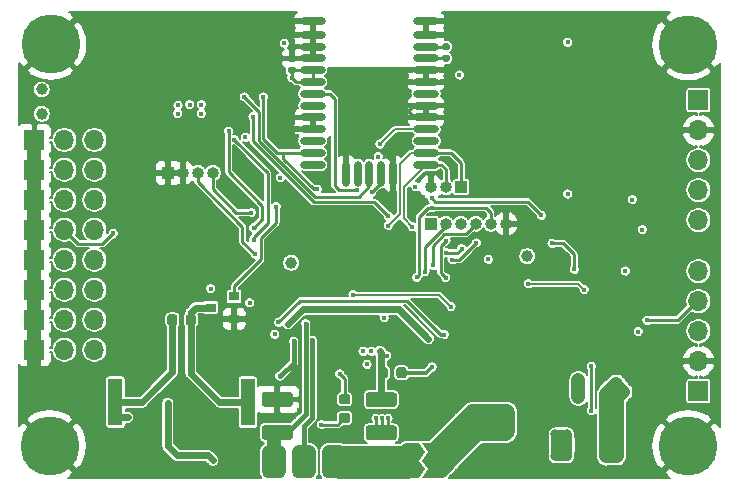
<source format=gbr>
%TF.GenerationSoftware,KiCad,Pcbnew,5.1.9+dfsg1-1~bpo10+1*%
%TF.CreationDate,2021-02-26T10:21:24+00:00*%
%TF.ProjectId,glider,676c6964-6572-42e6-9b69-6361645f7063,rev?*%
%TF.SameCoordinates,Original*%
%TF.FileFunction,Copper,L4,Bot*%
%TF.FilePolarity,Positive*%
%FSLAX46Y46*%
G04 Gerber Fmt 4.6, Leading zero omitted, Abs format (unit mm)*
G04 Created by KiCad (PCBNEW 5.1.9+dfsg1-1~bpo10+1) date 2021-02-26 10:21:24*
%MOMM*%
%LPD*%
G01*
G04 APERTURE LIST*
%TA.AperFunction,SMDPad,CuDef*%
%ADD10C,0.100000*%
%TD*%
%TA.AperFunction,ComponentPad*%
%ADD11C,1.000000*%
%TD*%
%TA.AperFunction,SMDPad,CuDef*%
%ADD12R,0.900000X1.200000*%
%TD*%
%TA.AperFunction,ComponentPad*%
%ADD13O,1.000000X1.000000*%
%TD*%
%TA.AperFunction,ComponentPad*%
%ADD14R,1.000000X1.000000*%
%TD*%
%TA.AperFunction,ComponentPad*%
%ADD15R,1.700000X1.700000*%
%TD*%
%TA.AperFunction,ComponentPad*%
%ADD16O,1.700000X1.700000*%
%TD*%
%TA.AperFunction,ComponentPad*%
%ADD17C,0.800000*%
%TD*%
%TA.AperFunction,ComponentPad*%
%ADD18C,5.000000*%
%TD*%
%TA.AperFunction,SMDPad,CuDef*%
%ADD19R,1.200000X4.000000*%
%TD*%
%TA.AperFunction,SMDPad,CuDef*%
%ADD20R,0.900000X0.800000*%
%TD*%
%TA.AperFunction,SMDPad,CuDef*%
%ADD21O,2.150000X0.700000*%
%TD*%
%TA.AperFunction,SMDPad,CuDef*%
%ADD22O,0.700000X2.150000*%
%TD*%
%TA.AperFunction,ViaPad*%
%ADD23C,0.450000*%
%TD*%
%TA.AperFunction,ViaPad*%
%ADD24C,0.800000*%
%TD*%
%TA.AperFunction,Conductor*%
%ADD25C,0.250000*%
%TD*%
%TA.AperFunction,Conductor*%
%ADD26C,1.200000*%
%TD*%
%TA.AperFunction,Conductor*%
%ADD27C,0.200000*%
%TD*%
%TA.AperFunction,Conductor*%
%ADD28C,0.600000*%
%TD*%
%TA.AperFunction,Conductor*%
%ADD29C,1.500000*%
%TD*%
%TA.AperFunction,Conductor*%
%ADD30C,0.289000*%
%TD*%
%TA.AperFunction,Conductor*%
%ADD31C,0.400000*%
%TD*%
%TA.AperFunction,Conductor*%
%ADD32C,0.800000*%
%TD*%
%TA.AperFunction,Conductor*%
%ADD33C,0.350000*%
%TD*%
%TA.AperFunction,Conductor*%
%ADD34C,0.100000*%
%TD*%
G04 APERTURE END LIST*
%TA.AperFunction,SMDPad,CuDef*%
D10*
%TO.P,JP1,1*%
%TO.N,/CELL_POS*%
G36*
X65375000Y-155750000D02*
G01*
X64875000Y-156500000D01*
X63875000Y-156500000D01*
X63875000Y-155000000D01*
X64875000Y-155000000D01*
X65375000Y-155750000D01*
G37*
%TD.AperFunction*%
%TA.AperFunction,SMDPad,CuDef*%
%TO.P,JP1,2*%
%TO.N,Net-(C1-Pad1)*%
G36*
X66325000Y-156500000D02*
G01*
X65175000Y-156500000D01*
X65675000Y-155750000D01*
X65175000Y-155000000D01*
X66325000Y-155000000D01*
X66325000Y-156500000D01*
G37*
%TD.AperFunction*%
%TD*%
%TA.AperFunction,SMDPad,CuDef*%
%TO.P,JP2,1*%
%TO.N,/CELL_POS*%
G36*
X65375000Y-154250000D02*
G01*
X64875000Y-155000000D01*
X63875000Y-155000000D01*
X63875000Y-153500000D01*
X64875000Y-153500000D01*
X65375000Y-154250000D01*
G37*
%TD.AperFunction*%
%TA.AperFunction,SMDPad,CuDef*%
%TO.P,JP2,2*%
%TO.N,Net-(C1-Pad1)*%
G36*
X66325000Y-155000000D02*
G01*
X65175000Y-155000000D01*
X65675000Y-154250000D01*
X65175000Y-153500000D01*
X66325000Y-153500000D01*
X66325000Y-155000000D01*
G37*
%TD.AperFunction*%
%TD*%
%TO.P,R25,2*%
%TO.N,Net-(D8-Pad2)*%
%TA.AperFunction,SMDPad,CuDef*%
G36*
G01*
X62975000Y-147831250D02*
X62975000Y-147318750D01*
G75*
G02*
X63193750Y-147100000I218750J0D01*
G01*
X63631250Y-147100000D01*
G75*
G02*
X63850000Y-147318750I0J-218750D01*
G01*
X63850000Y-147831250D01*
G75*
G02*
X63631250Y-148050000I-218750J0D01*
G01*
X63193750Y-148050000D01*
G75*
G02*
X62975000Y-147831250I0J218750D01*
G01*
G37*
%TD.AperFunction*%
%TO.P,R25,1*%
%TO.N,/VCC_USB*%
%TA.AperFunction,SMDPad,CuDef*%
G36*
G01*
X61400000Y-147831250D02*
X61400000Y-147318750D01*
G75*
G02*
X61618750Y-147100000I218750J0D01*
G01*
X62056250Y-147100000D01*
G75*
G02*
X62275000Y-147318750I0J-218750D01*
G01*
X62275000Y-147831250D01*
G75*
G02*
X62056250Y-148050000I-218750J0D01*
G01*
X61618750Y-148050000D01*
G75*
G02*
X61400000Y-147831250I0J218750D01*
G01*
G37*
%TD.AperFunction*%
%TD*%
D11*
%TO.P,TP4,1*%
%TO.N,/VDD_IMU*%
X74050000Y-137700000D03*
%TD*%
%TO.P,TP3,1*%
%TO.N,/VDD_MCU*%
X32950000Y-123575000D03*
%TD*%
%TO.P,TP2,1*%
%TO.N,/VDD_SYS*%
X32950000Y-125650000D03*
%TD*%
%TO.P,TP1,1*%
%TO.N,/VREFBUF_OUT*%
X54090000Y-138270000D03*
%TD*%
%TO.P,J3,3*%
%TO.N,/OPAMP2_CELL_IS*%
%TA.AperFunction,ComponentPad*%
G36*
G01*
X52120000Y-153700000D02*
X53120000Y-153700000D01*
G75*
G02*
X53620000Y-154200000I0J-500000D01*
G01*
X53620000Y-156000000D01*
G75*
G02*
X53120000Y-156500000I-500000J0D01*
G01*
X52120000Y-156500000D01*
G75*
G02*
X51620000Y-156000000I0J500000D01*
G01*
X51620000Y-154200000D01*
G75*
G02*
X52120000Y-153700000I500000J0D01*
G01*
G37*
%TD.AperFunction*%
%TO.P,J3,2*%
%TO.N,/ADC2_IN15_CELL_TS*%
%TA.AperFunction,ComponentPad*%
G36*
G01*
X54660000Y-153700000D02*
X55660000Y-153700000D01*
G75*
G02*
X56160000Y-154200000I0J-500000D01*
G01*
X56160000Y-156000000D01*
G75*
G02*
X55660000Y-156500000I-500000J0D01*
G01*
X54660000Y-156500000D01*
G75*
G02*
X54160000Y-156000000I0J500000D01*
G01*
X54160000Y-154200000D01*
G75*
G02*
X54660000Y-153700000I500000J0D01*
G01*
G37*
%TD.AperFunction*%
%TO.P,J3,1*%
%TO.N,/CELL_POS*%
%TA.AperFunction,ComponentPad*%
G36*
G01*
X57200000Y-153700000D02*
X58200000Y-153700000D01*
G75*
G02*
X58700000Y-154200000I0J-500000D01*
G01*
X58700000Y-156000000D01*
G75*
G02*
X58200000Y-156500000I-500000J0D01*
G01*
X57200000Y-156500000D01*
G75*
G02*
X56700000Y-156000000I0J500000D01*
G01*
X56700000Y-154200000D01*
G75*
G02*
X57200000Y-153700000I500000J0D01*
G01*
G37*
%TD.AperFunction*%
%TD*%
D12*
%TO.P,D7,1*%
%TO.N,Net-(C1-Pad1)*%
X77450000Y-153690000D03*
%TO.P,D7,2*%
%TO.N,Net-(D7-Pad2)*%
X80750000Y-153690000D03*
%TD*%
D13*
%TO.P,J15,4*%
%TO.N,/IO_0*%
X47435000Y-130650000D03*
%TO.P,J15,3*%
%TO.N,/IO_1*%
X46165000Y-130650000D03*
%TO.P,J15,2*%
%TO.N,GND*%
X44895000Y-130650000D03*
D14*
%TO.P,J15,1*%
X43625000Y-130650000D03*
%TD*%
D15*
%TO.P,J14,1*%
%TO.N,/VDD_MCU*%
X88560000Y-149125000D03*
D16*
%TO.P,J14,2*%
%TO.N,GND*%
X88560000Y-146585000D03*
%TO.P,J14,3*%
%TO.N,/SENSOR_I2C_SCL*%
X88560000Y-144045000D03*
%TO.P,J14,4*%
%TO.N,/SENSOR_I2C_SDA*%
X88560000Y-141505000D03*
%TO.P,J14,5*%
%TO.N,/I2C_EXT_INT*%
X88560000Y-138965000D03*
%TD*%
%TO.P,J17,5*%
%TO.N,/RADIO_SET*%
X88560000Y-134650000D03*
%TO.P,J17,4*%
%TO.N,/RADIO_USART3_RX*%
X88560000Y-132110000D03*
%TO.P,J17,3*%
%TO.N,/RADIO_USART3_TX*%
X88560000Y-129570000D03*
%TO.P,J17,2*%
%TO.N,GND*%
X88560000Y-127030000D03*
D15*
%TO.P,J17,1*%
%TO.N,/VDD_MCU*%
X88560000Y-124490000D03*
%TD*%
D17*
%TO.P,H4,1*%
%TO.N,GND*%
X89025825Y-155075825D03*
X89575000Y-153750000D03*
X89025825Y-152424175D03*
X87700000Y-151875000D03*
X86374175Y-152424175D03*
X85825000Y-153750000D03*
X86374175Y-155075825D03*
X87700000Y-155625000D03*
D18*
X87700000Y-153750000D03*
%TD*%
D19*
%TO.P,LS1,1*%
%TO.N,/VDD_SYS*%
X39200000Y-150050000D03*
%TO.P,LS1,2*%
%TO.N,Net-(LS1-Pad2)*%
X50400000Y-150050000D03*
%TD*%
%TO.P,R15,2*%
%TO.N,/VDD_SYS*%
%TA.AperFunction,SMDPad,CuDef*%
G36*
G01*
X44450000Y-142843750D02*
X44450000Y-143356250D01*
G75*
G02*
X44231250Y-143575000I-218750J0D01*
G01*
X43793750Y-143575000D01*
G75*
G02*
X43575000Y-143356250I0J218750D01*
G01*
X43575000Y-142843750D01*
G75*
G02*
X43793750Y-142625000I218750J0D01*
G01*
X44231250Y-142625000D01*
G75*
G02*
X44450000Y-142843750I0J-218750D01*
G01*
G37*
%TD.AperFunction*%
%TO.P,R15,1*%
%TO.N,Net-(LS1-Pad2)*%
%TA.AperFunction,SMDPad,CuDef*%
G36*
G01*
X46025000Y-142843750D02*
X46025000Y-143356250D01*
G75*
G02*
X45806250Y-143575000I-218750J0D01*
G01*
X45368750Y-143575000D01*
G75*
G02*
X45150000Y-143356250I0J218750D01*
G01*
X45150000Y-142843750D01*
G75*
G02*
X45368750Y-142625000I218750J0D01*
G01*
X45806250Y-142625000D01*
G75*
G02*
X46025000Y-142843750I0J-218750D01*
G01*
G37*
%TD.AperFunction*%
%TD*%
D20*
%TO.P,Q4,3*%
%TO.N,Net-(LS1-Pad2)*%
X47250000Y-142050000D03*
%TO.P,Q4,2*%
%TO.N,GND*%
X49250000Y-143000000D03*
%TO.P,Q4,1*%
%TO.N,/BUZZER_TIM3_CH2*%
X49250000Y-141100000D03*
%TD*%
%TO.P,C26,2*%
%TO.N,GND*%
%TA.AperFunction,SMDPad,CuDef*%
G36*
G01*
X54297500Y-121260000D02*
X53952500Y-121260000D01*
G75*
G02*
X53805000Y-121112500I0J147500D01*
G01*
X53805000Y-120817500D01*
G75*
G02*
X53952500Y-120670000I147500J0D01*
G01*
X54297500Y-120670000D01*
G75*
G02*
X54445000Y-120817500I0J-147500D01*
G01*
X54445000Y-121112500D01*
G75*
G02*
X54297500Y-121260000I-147500J0D01*
G01*
G37*
%TD.AperFunction*%
%TO.P,C26,1*%
%TO.N,/VDD_MCU*%
%TA.AperFunction,SMDPad,CuDef*%
G36*
G01*
X54297500Y-122230000D02*
X53952500Y-122230000D01*
G75*
G02*
X53805000Y-122082500I0J147500D01*
G01*
X53805000Y-121787500D01*
G75*
G02*
X53952500Y-121640000I147500J0D01*
G01*
X54297500Y-121640000D01*
G75*
G02*
X54445000Y-121787500I0J-147500D01*
G01*
X54445000Y-122082500D01*
G75*
G02*
X54297500Y-122230000I-147500J0D01*
G01*
G37*
%TD.AperFunction*%
%TD*%
%TO.P,F1,2*%
%TO.N,Net-(F1-Pad2)*%
%TA.AperFunction,SMDPad,CuDef*%
G36*
G01*
X60625000Y-152025000D02*
X62775000Y-152025000D01*
G75*
G02*
X63025000Y-152275000I0J-250000D01*
G01*
X63025000Y-153025000D01*
G75*
G02*
X62775000Y-153275000I-250000J0D01*
G01*
X60625000Y-153275000D01*
G75*
G02*
X60375000Y-153025000I0J250000D01*
G01*
X60375000Y-152275000D01*
G75*
G02*
X60625000Y-152025000I250000J0D01*
G01*
G37*
%TD.AperFunction*%
%TO.P,F1,1*%
%TO.N,/VCC_USB*%
%TA.AperFunction,SMDPad,CuDef*%
G36*
G01*
X60625000Y-149225000D02*
X62775000Y-149225000D01*
G75*
G02*
X63025000Y-149475000I0J-250000D01*
G01*
X63025000Y-150225000D01*
G75*
G02*
X62775000Y-150475000I-250000J0D01*
G01*
X60625000Y-150475000D01*
G75*
G02*
X60375000Y-150225000I0J250000D01*
G01*
X60375000Y-149475000D01*
G75*
G02*
X60625000Y-149225000I250000J0D01*
G01*
G37*
%TD.AperFunction*%
%TD*%
D17*
%TO.P,H3,1*%
%TO.N,GND*%
X89025825Y-121100825D03*
X89575000Y-119775000D03*
X89025825Y-118449175D03*
X87700000Y-117900000D03*
X86374175Y-118449175D03*
X85825000Y-119775000D03*
X86374175Y-121100825D03*
X87700000Y-121650000D03*
D18*
X87700000Y-119775000D03*
%TD*%
%TO.P,R12,2*%
%TO.N,Net-(R12-Pad2)*%
%TA.AperFunction,SMDPad,CuDef*%
G36*
G01*
X67347500Y-120260000D02*
X67002500Y-120260000D01*
G75*
G02*
X66855000Y-120112500I0J147500D01*
G01*
X66855000Y-119817500D01*
G75*
G02*
X67002500Y-119670000I147500J0D01*
G01*
X67347500Y-119670000D01*
G75*
G02*
X67495000Y-119817500I0J-147500D01*
G01*
X67495000Y-120112500D01*
G75*
G02*
X67347500Y-120260000I-147500J0D01*
G01*
G37*
%TD.AperFunction*%
%TO.P,R12,1*%
%TO.N,Net-(R12-Pad1)*%
%TA.AperFunction,SMDPad,CuDef*%
G36*
G01*
X67347500Y-121230000D02*
X67002500Y-121230000D01*
G75*
G02*
X66855000Y-121082500I0J147500D01*
G01*
X66855000Y-120787500D01*
G75*
G02*
X67002500Y-120640000I147500J0D01*
G01*
X67347500Y-120640000D01*
G75*
G02*
X67495000Y-120787500I0J-147500D01*
G01*
X67495000Y-121082500D01*
G75*
G02*
X67347500Y-121230000I-147500J0D01*
G01*
G37*
%TD.AperFunction*%
%TD*%
D14*
%TO.P,J18,1*%
%TO.N,/IMU_SPI3_MOSI*%
X65900000Y-134950000D03*
D13*
%TO.P,J18,2*%
%TO.N,/IMU_SPI3_SCK*%
X67170000Y-134950000D03*
%TO.P,J18,3*%
%TO.N,/IMU_SPI3_MISO*%
X68440000Y-134950000D03*
%TO.P,J18,4*%
%TO.N,/IMU_NCS*%
X69710000Y-134950000D03*
%TO.P,J18,5*%
%TO.N,/SD_NCS*%
X70980000Y-134950000D03*
%TO.P,J18,6*%
%TO.N,GND*%
X72250000Y-134950000D03*
%TD*%
D16*
%TO.P,J13,3*%
%TO.N,/VDD_SYS*%
X37419000Y-127860000D03*
%TO.P,J13,2*%
%TO.N,/IO_TIM1_CH1*%
X34879000Y-127860000D03*
D15*
%TO.P,J13,1*%
%TO.N,GND*%
X32339000Y-127860000D03*
%TD*%
D17*
%TO.P,H2,1*%
%TO.N,GND*%
X34975825Y-155075825D03*
X35525000Y-153750000D03*
X34975825Y-152424175D03*
X33650000Y-151875000D03*
X32324175Y-152424175D03*
X31775000Y-153750000D03*
X32324175Y-155075825D03*
X33650000Y-155625000D03*
D18*
X33650000Y-153750000D03*
%TD*%
D17*
%TO.P,H1,1*%
%TO.N,GND*%
X35025825Y-121075825D03*
X35575000Y-119750000D03*
X35025825Y-118424175D03*
X33700000Y-117875000D03*
X32374175Y-118424175D03*
X31825000Y-119750000D03*
X32374175Y-121075825D03*
X33700000Y-121625000D03*
D18*
X33700000Y-119750000D03*
%TD*%
D13*
%TO.P,J16,3*%
%TO.N,GND*%
X65920000Y-131840000D03*
%TO.P,J16,2*%
%TO.N,/GPS_USART1_TX*%
X67190000Y-131840000D03*
D14*
%TO.P,J16,1*%
%TO.N,/GPS_USART1_RX*%
X68460000Y-131840000D03*
%TD*%
D21*
%TO.P,U8,1*%
%TO.N,Net-(U8-Pad1)*%
X55900000Y-129950000D03*
%TO.P,U8,26*%
%TO.N,/GPS_USART1_TX*%
X65500000Y-129950000D03*
%TO.P,U8,13*%
%TO.N,GND*%
X55900000Y-117800000D03*
%TO.P,U8,12*%
X55900000Y-118950000D03*
%TO.P,U8,11*%
X55900000Y-119950000D03*
%TO.P,U8,10*%
X55900000Y-120950000D03*
%TO.P,U8,9*%
%TO.N,/VDD_MCU*%
X55900000Y-121950000D03*
%TO.P,U8,8*%
X55900000Y-122950000D03*
%TO.P,U8,7*%
%TO.N,/GPS_EXTINT*%
X55900000Y-123950000D03*
%TO.P,U8,6*%
%TO.N,Net-(U8-Pad6)*%
X55900000Y-124950000D03*
%TO.P,U8,5*%
%TO.N,GND*%
X55900000Y-125950000D03*
%TO.P,U8,4*%
X55900000Y-126950000D03*
%TO.P,U8,3*%
%TO.N,Net-(U8-Pad3)*%
X55900000Y-127950000D03*
%TO.P,U8,2*%
%TO.N,/GPS_FIX*%
X55900000Y-128950000D03*
D22*
%TO.P,U8,31*%
%TO.N,GND*%
X58700000Y-130700000D03*
%TO.P,U8,30*%
%TO.N,Net-(U8-Pad30)*%
X59700000Y-130700000D03*
%TO.P,U8,29*%
%TO.N,/GPS_PPS*%
X60700000Y-130700000D03*
%TO.P,U8,28*%
%TO.N,/GPS_FORCEON*%
X61700000Y-130700000D03*
%TO.P,U8,27*%
%TO.N,GND*%
X62700000Y-130700000D03*
D21*
%TO.P,U8,25*%
%TO.N,/GPS_USART1_RX*%
X65500000Y-128950000D03*
%TO.P,U8,24*%
%TO.N,Net-(U8-Pad24)*%
X65500000Y-127950000D03*
%TO.P,U8,23*%
%TO.N,/GPS_RESET*%
X65500000Y-126950000D03*
%TO.P,U8,22*%
%TO.N,GND*%
X65500000Y-125950000D03*
%TO.P,U8,21*%
X65500000Y-124950000D03*
%TO.P,U8,20*%
%TO.N,Net-(U8-Pad20)*%
X65500000Y-123950000D03*
%TO.P,U8,19*%
%TO.N,GND*%
X65500000Y-122950000D03*
%TO.P,U8,18*%
X65500000Y-121950000D03*
%TO.P,U8,17*%
%TO.N,Net-(R12-Pad1)*%
X65500000Y-120950000D03*
%TO.P,U8,16*%
%TO.N,Net-(R12-Pad2)*%
X65500000Y-119950000D03*
%TO.P,U8,15*%
%TO.N,GND*%
X65500000Y-118950000D03*
%TO.P,U8,14*%
X65500000Y-117800000D03*
%TD*%
%TO.P,R2,2*%
%TO.N,GND*%
%TA.AperFunction,SMDPad,CuDef*%
G36*
G01*
X53975000Y-150450000D02*
X51825000Y-150450000D01*
G75*
G02*
X51575000Y-150200000I0J250000D01*
G01*
X51575000Y-149450000D01*
G75*
G02*
X51825000Y-149200000I250000J0D01*
G01*
X53975000Y-149200000D01*
G75*
G02*
X54225000Y-149450000I0J-250000D01*
G01*
X54225000Y-150200000D01*
G75*
G02*
X53975000Y-150450000I-250000J0D01*
G01*
G37*
%TD.AperFunction*%
%TO.P,R2,1*%
%TO.N,/OPAMP2_CELL_IS*%
%TA.AperFunction,SMDPad,CuDef*%
G36*
G01*
X53975000Y-153250000D02*
X51825000Y-153250000D01*
G75*
G02*
X51575000Y-153000000I0J250000D01*
G01*
X51575000Y-152250000D01*
G75*
G02*
X51825000Y-152000000I250000J0D01*
G01*
X53975000Y-152000000D01*
G75*
G02*
X54225000Y-152250000I0J-250000D01*
G01*
X54225000Y-153000000D01*
G75*
G02*
X53975000Y-153250000I-250000J0D01*
G01*
G37*
%TD.AperFunction*%
%TD*%
%TO.P,R7,1*%
%TO.N,Net-(D1-Pad2)*%
%TA.AperFunction,SMDPad,CuDef*%
G36*
G01*
X58856250Y-151825000D02*
X58343750Y-151825000D01*
G75*
G02*
X58125000Y-151606250I0J218750D01*
G01*
X58125000Y-151168750D01*
G75*
G02*
X58343750Y-150950000I218750J0D01*
G01*
X58856250Y-150950000D01*
G75*
G02*
X59075000Y-151168750I0J-218750D01*
G01*
X59075000Y-151606250D01*
G75*
G02*
X58856250Y-151825000I-218750J0D01*
G01*
G37*
%TD.AperFunction*%
%TO.P,R7,2*%
%TO.N,/VCC_USB*%
%TA.AperFunction,SMDPad,CuDef*%
G36*
G01*
X58856250Y-150250000D02*
X58343750Y-150250000D01*
G75*
G02*
X58125000Y-150031250I0J218750D01*
G01*
X58125000Y-149593750D01*
G75*
G02*
X58343750Y-149375000I218750J0D01*
G01*
X58856250Y-149375000D01*
G75*
G02*
X59075000Y-149593750I0J-218750D01*
G01*
X59075000Y-150031250D01*
G75*
G02*
X58856250Y-150250000I-218750J0D01*
G01*
G37*
%TD.AperFunction*%
%TD*%
D16*
%TO.P,J12,3*%
%TO.N,/VDD_SYS*%
X37419000Y-130388000D03*
%TO.P,J12,2*%
%TO.N,/IO_TIM1_CH2*%
X34879000Y-130388000D03*
D15*
%TO.P,J12,1*%
%TO.N,GND*%
X32339000Y-130388000D03*
%TD*%
D16*
%TO.P,J11,3*%
%TO.N,/VDD_SYS*%
X37419000Y-132928000D03*
%TO.P,J11,2*%
%TO.N,/IO_TIM1_CH3*%
X34879000Y-132928000D03*
D15*
%TO.P,J11,1*%
%TO.N,GND*%
X32339000Y-132928000D03*
%TD*%
D16*
%TO.P,J10,3*%
%TO.N,/VDD_SYS*%
X37419000Y-135468000D03*
%TO.P,J10,2*%
%TO.N,/IO_TIM1_CH4*%
X34879000Y-135468000D03*
D15*
%TO.P,J10,1*%
%TO.N,GND*%
X32339000Y-135468000D03*
%TD*%
D16*
%TO.P,J9,3*%
%TO.N,/VDD_SYS*%
X37419000Y-138008000D03*
%TO.P,J9,2*%
%TO.N,/IO_TIM8_CH4*%
X34879000Y-138008000D03*
D15*
%TO.P,J9,1*%
%TO.N,GND*%
X32339000Y-138008000D03*
%TD*%
D16*
%TO.P,J8,3*%
%TO.N,/VDD_SYS*%
X37419000Y-140548000D03*
%TO.P,J8,2*%
%TO.N,/IO_TIM8_CH3*%
X34879000Y-140548000D03*
D15*
%TO.P,J8,1*%
%TO.N,GND*%
X32339000Y-140548000D03*
%TD*%
D16*
%TO.P,J7,3*%
%TO.N,/VDD_SYS*%
X37419000Y-143088000D03*
%TO.P,J7,2*%
%TO.N,/IO_TIM8_CH2*%
X34879000Y-143088000D03*
D15*
%TO.P,J7,1*%
%TO.N,GND*%
X32339000Y-143088000D03*
%TD*%
D16*
%TO.P,J6,3*%
%TO.N,/VDD_SYS*%
X37419000Y-145628000D03*
%TO.P,J6,2*%
%TO.N,/IO_TIM8_CH1*%
X34879000Y-145628000D03*
D15*
%TO.P,J6,1*%
%TO.N,GND*%
X32339000Y-145628000D03*
%TD*%
D23*
%TO.N,GND*%
X78311619Y-132282667D03*
X79236619Y-132307667D03*
X78275000Y-131575000D03*
X64656011Y-150224243D03*
X64656011Y-149144371D03*
X64656011Y-148175000D03*
X64656011Y-146984626D03*
X64656011Y-145904753D03*
X64395960Y-144890020D03*
X63633189Y-144125646D03*
X54550000Y-127550000D03*
X45400000Y-152275000D03*
X59550000Y-144825000D03*
X60410000Y-150930000D03*
X59750000Y-151575000D03*
X59750000Y-153400000D03*
X64640000Y-151230000D03*
X62960000Y-148640000D03*
X62970000Y-146440000D03*
X62600000Y-145380000D03*
X61120000Y-143500000D03*
X62900000Y-143670000D03*
X62950000Y-150918000D03*
X52930000Y-139990000D03*
X84551000Y-138646000D03*
X79700000Y-119575000D03*
X51600000Y-146625000D03*
X49050000Y-149275000D03*
X48412500Y-152275000D03*
X50225000Y-152550000D03*
X50800000Y-130600000D03*
X66525000Y-151250000D03*
X65425000Y-151225000D03*
X69850000Y-142650000D03*
X69775000Y-137950000D03*
X41500000Y-147150000D03*
X41500000Y-126375000D03*
X63939761Y-125422321D03*
X67675000Y-125450000D03*
X62275000Y-129300000D03*
X79400000Y-138125000D03*
X79400000Y-142750000D03*
X60500000Y-148675000D03*
X56700000Y-147975000D03*
X54750000Y-150750000D03*
X56700000Y-146925000D03*
X82796619Y-117782667D03*
X72987619Y-117782667D03*
X69525619Y-117782667D03*
X67794619Y-117782667D03*
X52792619Y-117782667D03*
X51061619Y-117782667D03*
X49330619Y-117782667D03*
X47599619Y-117782667D03*
X45868619Y-117782667D03*
X37213619Y-117782667D03*
X71833619Y-118359667D03*
X54175000Y-118375000D03*
X68948619Y-118936667D03*
X67217619Y-118936667D03*
X45291619Y-118936667D03*
X82796619Y-119513667D03*
X72987619Y-119513667D03*
X49320000Y-119700000D03*
X47660000Y-119690000D03*
X41252619Y-119513667D03*
X37213619Y-119513667D03*
X81642619Y-120090667D03*
X74200000Y-119800000D03*
X71833619Y-120090667D03*
X69525619Y-120090667D03*
X45868619Y-120090667D03*
X83950619Y-120667667D03*
X79334619Y-120667667D03*
X70679619Y-120667667D03*
X68371619Y-120667667D03*
X52792619Y-120667667D03*
X82796619Y-121244667D03*
X81065619Y-121244667D03*
X72987619Y-120800000D03*
X42406619Y-121244667D03*
X40675619Y-121244667D03*
X37213619Y-121244667D03*
X84527619Y-121821667D03*
X71833619Y-121821667D03*
X70102619Y-121821667D03*
X67217619Y-121821667D03*
X45868619Y-121821667D03*
X83373619Y-122398667D03*
X81642619Y-122398667D03*
X79911619Y-122398667D03*
X62024619Y-122398667D03*
X59139619Y-122398667D03*
X57408619Y-122398667D03*
X52792619Y-122398667D03*
X89720619Y-122975667D03*
X85681619Y-122975667D03*
X77400000Y-123200000D03*
X70900000Y-122975667D03*
X69525619Y-122975667D03*
X60870619Y-122975667D03*
X45291619Y-122975667D03*
X43560619Y-122975667D03*
X37213619Y-122975667D03*
X32020619Y-122975667D03*
X86835619Y-123552667D03*
X84527619Y-123552667D03*
X82796619Y-123552667D03*
X81065619Y-123552667D03*
X79334619Y-123552667D03*
X59716619Y-123552667D03*
X57985619Y-123552667D03*
X42406619Y-123552667D03*
X78180619Y-124129667D03*
X76449619Y-124129667D03*
X70000000Y-123800000D03*
X62024619Y-124129667D03*
X52792619Y-124129667D03*
X31443619Y-124129667D03*
X86258619Y-124706667D03*
X83950619Y-124706667D03*
X82219619Y-124706667D03*
X80488619Y-124706667D03*
X75600000Y-124900000D03*
X37213619Y-124706667D03*
X34328619Y-124706667D03*
X85104619Y-125283667D03*
X79334619Y-125283667D03*
X77603619Y-125283667D03*
X42406619Y-125283667D03*
X86835619Y-125860667D03*
X83373619Y-125860667D03*
X81642619Y-125860667D03*
X76449619Y-125860667D03*
X74718619Y-125860667D03*
X62601619Y-125860667D03*
X53946619Y-125860667D03*
X31443619Y-125860667D03*
X85681619Y-126437667D03*
X80488619Y-126437667D03*
X78757619Y-126437667D03*
X73710000Y-126820000D03*
X59716619Y-126437667D03*
X40675619Y-126437667D03*
X84527619Y-127014667D03*
X82796619Y-127014667D03*
X77603619Y-127014667D03*
X75872619Y-127014667D03*
X42406619Y-127014667D03*
X39521619Y-127014667D03*
X86835619Y-127591667D03*
X81642619Y-127591667D03*
X79911619Y-127591667D03*
X74718619Y-127591667D03*
X72987619Y-127591667D03*
X52792619Y-127591667D03*
X41252619Y-127591667D03*
X85681619Y-128168667D03*
X83950619Y-128168667D03*
X78757619Y-128168667D03*
X77026619Y-128168667D03*
X82796619Y-128600000D03*
X81080000Y-128630000D03*
X75860000Y-128620000D03*
X74140000Y-128630000D03*
X72410619Y-128745667D03*
X72610000Y-129710000D03*
X85681619Y-130476667D03*
X83950619Y-130476667D03*
X82600000Y-130450000D03*
X78300000Y-130476667D03*
X67794619Y-130476667D03*
X41829619Y-130476667D03*
X77603619Y-131053667D03*
X40675619Y-131053667D03*
X86835619Y-131630667D03*
X85104619Y-131630667D03*
X83373619Y-131630667D03*
X48753619Y-131630667D03*
X81642619Y-132207667D03*
X80150000Y-132450000D03*
X76000000Y-132150000D03*
X74670000Y-132150000D03*
X72570000Y-132100000D03*
X44714619Y-132207667D03*
X41829619Y-132207667D03*
X38800000Y-132550000D03*
X86258619Y-132784667D03*
X54523619Y-132784667D03*
X40675619Y-132784667D03*
X89720619Y-133361667D03*
X87412619Y-133361667D03*
X72210000Y-133710000D03*
X81800000Y-134500000D03*
X60090000Y-133950000D03*
X58562619Y-133938667D03*
X56831619Y-133938667D03*
X55100619Y-133938667D03*
X41829619Y-133938667D03*
X86835619Y-134515667D03*
X84825000Y-134500000D03*
X81050000Y-134500000D03*
X78840000Y-134490000D03*
X43540000Y-134380000D03*
X40675619Y-134515667D03*
X75920000Y-134680000D03*
X59716619Y-135092667D03*
X57985619Y-135092667D03*
X56254619Y-135092667D03*
X54523619Y-135092667D03*
X48753619Y-135092667D03*
X86258619Y-135669667D03*
X81800000Y-135500000D03*
X77000000Y-135620000D03*
X47599619Y-135669667D03*
X41829619Y-135669667D03*
X40098619Y-135669667D03*
X89720619Y-136246667D03*
X60100000Y-136220000D03*
X58562619Y-136246667D03*
X56831619Y-136246667D03*
X55100619Y-136246667D03*
X81065619Y-136823667D03*
X75295619Y-136823667D03*
X53946619Y-136823667D03*
X48176619Y-136823667D03*
X41252619Y-136823667D03*
X39521619Y-136823667D03*
X89143619Y-137400667D03*
X62125000Y-137500000D03*
X59716619Y-137400667D03*
X57985619Y-137400667D03*
X56254619Y-137400667D03*
X86258619Y-137977667D03*
X55300000Y-138000000D03*
X41829619Y-137977667D03*
X60090000Y-138560000D03*
X58562619Y-138554667D03*
X56831619Y-138554667D03*
X40675619Y-138554667D03*
X86835619Y-139131667D03*
X83373619Y-139131667D03*
X43560619Y-139131667D03*
X85681619Y-139708667D03*
X44714619Y-139708667D03*
X41829619Y-139708667D03*
X40675619Y-140285667D03*
X86835619Y-140862667D03*
X85690000Y-140862667D03*
X83373619Y-140862667D03*
X44714619Y-141439667D03*
X41829619Y-141439667D03*
X86258619Y-142016667D03*
X78180619Y-142016667D03*
X74850000Y-142016667D03*
X73564619Y-142016667D03*
X68948619Y-142016667D03*
X49330619Y-142016667D03*
X40675619Y-142016667D03*
X83420000Y-142340000D03*
X77026619Y-142593667D03*
X59139619Y-143747667D03*
X51638619Y-144324667D03*
X49907619Y-144324667D03*
X48176619Y-144324667D03*
X44714619Y-144324667D03*
X86835619Y-144901667D03*
X79911619Y-145478667D03*
X86258619Y-146055667D03*
X84527619Y-146055667D03*
X82796619Y-146055667D03*
X81065619Y-146055667D03*
X65486619Y-146055667D03*
X48753619Y-146632667D03*
X42983619Y-146632667D03*
X40675619Y-146632667D03*
X85681619Y-147209667D03*
X83950619Y-147209667D03*
X82219619Y-147209667D03*
X80488619Y-147209667D03*
X66825000Y-147100000D03*
X37213619Y-147209667D03*
X35482619Y-147209667D03*
X86835619Y-147786667D03*
X69525619Y-147786667D03*
X67794619Y-147786667D03*
X60870619Y-147786667D03*
X59139619Y-147786667D03*
X42406619Y-147786667D03*
X34328619Y-147786667D03*
X32597619Y-147786667D03*
X85104619Y-148363667D03*
X77026619Y-148363667D03*
X31443619Y-148363667D03*
X86258619Y-148940667D03*
X83950619Y-148940667D03*
X68948619Y-148940667D03*
X67217619Y-148940667D03*
X37213619Y-148940667D03*
X34905619Y-148940667D03*
X33174619Y-148940667D03*
X74141619Y-149517667D03*
X72410619Y-149517667D03*
X70679619Y-149517667D03*
X32020619Y-149517667D03*
X86835619Y-150094667D03*
X85104619Y-150094667D03*
X77026619Y-150094667D03*
X67794619Y-150094667D03*
X59716619Y-150094667D03*
X34328619Y-150094667D03*
X89720619Y-150671667D03*
X83950619Y-150671667D03*
X78180619Y-150671667D03*
X76160000Y-150940000D03*
X42406619Y-150671667D03*
X37213619Y-150671667D03*
X31443619Y-150671667D03*
X84527619Y-151825667D03*
X79334619Y-151825667D03*
X59716619Y-152402667D03*
X37213619Y-152402667D03*
X83950619Y-152979667D03*
X78757619Y-152979667D03*
X58562619Y-152979667D03*
X40098619Y-152979667D03*
X48176619Y-153556667D03*
X44714619Y-153556667D03*
X79334619Y-154133667D03*
X74141619Y-154133667D03*
X72410619Y-154133667D03*
X70679619Y-154133667D03*
X37213619Y-154133667D03*
X83950619Y-154710667D03*
X69525619Y-154710667D03*
X40098619Y-154710667D03*
X78757619Y-155287667D03*
X45868619Y-155287667D03*
X44137619Y-155287667D03*
X84527619Y-155864667D03*
X68948619Y-155864667D03*
X51061619Y-155864667D03*
X49330619Y-155864667D03*
X47599619Y-155864667D03*
X42983619Y-155864667D03*
X37213619Y-155864667D03*
X33975000Y-144350000D03*
X33975000Y-141800000D03*
X33975000Y-139275000D03*
X33975000Y-136725000D03*
X33975000Y-134200000D03*
X33975000Y-131650000D03*
X33975000Y-129125000D03*
X53350000Y-135100000D03*
X75825000Y-119700000D03*
X77000000Y-120400000D03*
X63850000Y-122400000D03*
X63200000Y-123550000D03*
X62125000Y-138725000D03*
X38450000Y-129625000D03*
X39150000Y-139275000D03*
X38675000Y-138375000D03*
X38750000Y-140550000D03*
X38750000Y-141350000D03*
X38750000Y-143600000D03*
X39100000Y-134600000D03*
X36150000Y-134875000D03*
X36125000Y-132350000D03*
X36150000Y-129700000D03*
X36175000Y-141225000D03*
X36175000Y-138575000D03*
X36150000Y-143725000D03*
X36175000Y-146275000D03*
X36125000Y-127275000D03*
X60000000Y-129100000D03*
X50225000Y-147650000D03*
X47825000Y-139725000D03*
X64350000Y-137000000D03*
X70350000Y-134175000D03*
X88225000Y-136600000D03*
X82200000Y-137975000D03*
X81425000Y-143100000D03*
X83475000Y-144900000D03*
D24*
X75600000Y-149600000D03*
X75600000Y-148200000D03*
D23*
X49200004Y-124200000D03*
X65237336Y-132672122D03*
X58824076Y-128758509D03*
X62300000Y-136100000D03*
X70200000Y-125300000D03*
X70700000Y-126400000D03*
X71200000Y-127500000D03*
X54350000Y-119940000D03*
X54175000Y-117200000D03*
X70625000Y-145075000D03*
X74850000Y-145075000D03*
X65960000Y-142790000D03*
X78000000Y-146425000D03*
X81800000Y-133550000D03*
X80275000Y-134500000D03*
X84800000Y-132525000D03*
X77820000Y-134680000D03*
X77750000Y-133600000D03*
X72400000Y-142700000D03*
X66040000Y-139680000D03*
X57090000Y-131980000D03*
X53100000Y-137680000D03*
X57770000Y-140130000D03*
X74250000Y-139150000D03*
X73375000Y-138800000D03*
X35050000Y-122900000D03*
X56430000Y-153510000D03*
X67410000Y-150990000D03*
X39800000Y-144575000D03*
X41875000Y-144275000D03*
%TO.N,/VDD_MCU*%
X53490000Y-119680000D03*
X44470000Y-125640000D03*
X46475013Y-125634987D03*
X47249939Y-140447990D03*
X50200000Y-127625000D03*
X45470000Y-124880000D03*
X44500000Y-124925000D03*
X46475000Y-124875000D03*
X53150000Y-131050000D03*
X50550000Y-141650000D03*
X61950000Y-142900000D03*
X82950000Y-132900000D03*
X77500000Y-119575000D03*
X77475000Y-132425000D03*
X70775000Y-137950000D03*
X68325000Y-122350000D03*
X52675000Y-144325000D03*
X83450000Y-144100000D03*
X61437500Y-129262496D03*
X54125000Y-122575000D03*
X83800000Y-135460000D03*
X64600000Y-131800002D03*
X82351000Y-138950998D03*
%TO.N,/VDD_SYS*%
X40220000Y-151350000D03*
%TO.N,/VCC_USB*%
X62165000Y-146115000D03*
X60850000Y-145750000D03*
X60160000Y-145750000D03*
X61560000Y-145750000D03*
X60490000Y-146840000D03*
X58200000Y-147674990D03*
%TO.N,/CELL_POS*%
X47447562Y-154987500D03*
X43612488Y-150132488D03*
%TO.N,/IMU_SPI3_MOSI*%
X67175798Y-136373798D03*
X67150202Y-139524798D03*
%TO.N,/IMU_SPI3_SCK*%
X65400000Y-139000000D03*
%TO.N,/SENSOR_I2C_SDA*%
X84210000Y-143110000D03*
%TO.N,/GPS_USART1_RX*%
X62297981Y-135100000D03*
%TO.N,/GPS_USART1_TX*%
X64300000Y-135200000D03*
%TO.N,/NAV_BOOT*%
X50850000Y-125900000D03*
X62300000Y-134299996D03*
%TO.N,/NAV_STAT_0*%
X50900000Y-135300008D03*
X48790000Y-127110000D03*
%TO.N,/NAV_STAT_1*%
X49267010Y-127847011D03*
X50900006Y-136300000D03*
%TO.N,/GPS_PPS*%
X50100000Y-124225000D03*
%TO.N,/GPS_FIX*%
X51725000Y-124225000D03*
X56275000Y-132025000D03*
%TO.N,/GPS_FORCEON*%
X60910380Y-132290380D03*
%TO.N,/GPS_RESET*%
X61600000Y-128200000D03*
%TO.N,/GPS_EXTINT*%
X59672265Y-132126453D03*
%TO.N,/SD_NCS*%
X66000000Y-133600000D03*
X64700000Y-139500000D03*
%TO.N,/IMU_NCS*%
X66081031Y-138477010D03*
%TO.N,/IMU_INT*%
X75244488Y-134244500D03*
X66000030Y-132800000D03*
%TO.N,/IMU_MISO_LV*%
X74160000Y-140038000D03*
X78878865Y-140537990D03*
%TO.N,Net-(F1-Pad2)*%
X61254000Y-151426000D03*
X62270000Y-151426000D03*
X61762000Y-151426000D03*
%TO.N,/RADIO_SET*%
X59310000Y-140960000D03*
X67609857Y-141983663D03*
%TO.N,/RADIO_USART3_RX*%
X67202009Y-137395985D03*
X68500000Y-137050000D03*
%TO.N,/RADIO_USART3_TX*%
X69743770Y-136572990D03*
X67700000Y-138000000D03*
%TO.N,Net-(D1-Pad2)*%
X56624990Y-151950010D03*
%TO.N,/IO_TIM1_CH4*%
X39000000Y-135750000D03*
%TO.N,/ADC2_IN15_CELL_TS*%
X55869021Y-144825000D03*
%TO.N,/BUZZER_TIM3_CH2*%
X52800000Y-133500000D03*
%TO.N,/HPS_A_TIM3_CH2*%
X53000000Y-143300000D03*
X79499998Y-150775000D03*
X79500000Y-147025000D03*
X67040000Y-144330000D03*
%TO.N,/HPS_A_OPAMP3_CS*%
X65750000Y-144750000D03*
X65300000Y-144300000D03*
X64850000Y-143850000D03*
D24*
X78400000Y-148200000D03*
X78400000Y-149600000D03*
D23*
X53800000Y-143427010D03*
%TO.N,/OPAMP2_CELL_IS*%
X55317011Y-143400418D03*
%TO.N,/OPAMP4_CELL_VS*%
X53100000Y-147850000D03*
X54300000Y-144899984D03*
%TO.N,/IO_1*%
X51005000Y-137520000D03*
%TO.N,/IO_0*%
X50710000Y-134000000D03*
D24*
%TO.N,Net-(C1-Pad1)*%
X77450000Y-153700000D03*
X76460000Y-153690000D03*
X77450000Y-154650000D03*
X76450000Y-154650000D03*
X76450000Y-152750000D03*
X77450000Y-152750000D03*
X72200000Y-151800000D03*
X71200000Y-151820000D03*
X71190000Y-150860000D03*
X72180000Y-150870000D03*
X72220000Y-152790000D03*
X71210000Y-152780000D03*
D23*
%TO.N,Net-(Q3-Pad1)*%
X78050000Y-138800000D03*
X76150000Y-136600000D03*
D24*
%TO.N,Net-(D7-Pad2)*%
X80750000Y-153700000D03*
X81600000Y-149875000D03*
X81660000Y-153690000D03*
X80750000Y-154650000D03*
X81660000Y-154640000D03*
X80750000Y-152750000D03*
X81660000Y-152740000D03*
X81600000Y-148500000D03*
X82200000Y-149200000D03*
D23*
%TO.N,Net-(D8-Pad2)*%
X66000000Y-147075000D03*
%TD*%
D25*
%TO.N,GND*%
X65500000Y-124950000D02*
X64412082Y-124950000D01*
X64412082Y-124950000D02*
X63939761Y-125422321D01*
X64467440Y-125950000D02*
X63939761Y-125422321D01*
X65500000Y-125950000D02*
X64467440Y-125950000D01*
X65500000Y-124950000D02*
X67175000Y-124950000D01*
X67175000Y-124950000D02*
X67675000Y-125450000D01*
X67175000Y-125950000D02*
X67675000Y-125450000D01*
X65500000Y-125950000D02*
X67175000Y-125950000D01*
X62700000Y-130700000D02*
X62700000Y-129725000D01*
X62700000Y-129725000D02*
X62275000Y-129300000D01*
D26*
X32339000Y-127860000D02*
X32339000Y-147639000D01*
D27*
X58700000Y-130700000D02*
X58700000Y-128882585D01*
X58700000Y-128882585D02*
X58824076Y-128758509D01*
D26*
X32339000Y-145628000D02*
X32339000Y-127860000D01*
D25*
%TO.N,/VDD_MCU*%
X55885000Y-121935000D02*
X55900000Y-121950000D01*
X54125000Y-121935000D02*
X55885000Y-121935000D01*
X54500000Y-122950000D02*
X55900000Y-122950000D01*
X54125000Y-122575000D02*
X54500000Y-122950000D01*
X55900000Y-121950000D02*
X55900000Y-122950000D01*
X54125000Y-121935000D02*
X54125000Y-122575000D01*
D28*
%TO.N,/VDD_SYS*%
X44000000Y-143112500D02*
X44012500Y-143100000D01*
X44000000Y-147517826D02*
X44000000Y-143112500D01*
X41467826Y-150050000D02*
X44000000Y-147517826D01*
X39200000Y-150050000D02*
X41467826Y-150050000D01*
X39200000Y-150670000D02*
X39200000Y-150050000D01*
X40220000Y-151350000D02*
X39840000Y-151350000D01*
X39200000Y-150050000D02*
X39200000Y-151120000D01*
X39430000Y-151350000D02*
X40220000Y-151350000D01*
X39200000Y-151120000D02*
X39430000Y-151350000D01*
%TO.N,/VCC_USB*%
X61700000Y-145890000D02*
X61560000Y-145750000D01*
X61700000Y-149850000D02*
X61700000Y-145890000D01*
D25*
X58600000Y-149812500D02*
X58600000Y-148074990D01*
X58600000Y-148074990D02*
X58200000Y-147674990D01*
D28*
%TO.N,/CELL_POS*%
X47010062Y-154550000D02*
X47447562Y-154987500D01*
X44400000Y-154550000D02*
X47010062Y-154550000D01*
X43612488Y-150132488D02*
X43612488Y-153762488D01*
X43612488Y-153762488D02*
X44400000Y-154550000D01*
D26*
X58340000Y-155300000D02*
X57690000Y-154650000D01*
D29*
X57900000Y-155300000D02*
X57700000Y-155100000D01*
X63795000Y-155300000D02*
X57900000Y-155300000D01*
D26*
X63940000Y-155300000D02*
X63560000Y-155300000D01*
X63560000Y-155300000D02*
X58340000Y-155300000D01*
D29*
X63920000Y-155760000D02*
X58230000Y-155760000D01*
X64000000Y-155680000D02*
X63920000Y-155760000D01*
X58297999Y-154502001D02*
X57700000Y-155100000D01*
X63930000Y-154250000D02*
X63677999Y-154502001D01*
X63677999Y-154502001D02*
X58297999Y-154502001D01*
D25*
%TO.N,/IMU_SPI3_MOSI*%
X67175798Y-136373798D02*
X66724999Y-136824597D01*
X66724999Y-139099595D02*
X67150202Y-139524798D01*
X66724999Y-136824597D02*
X66724999Y-139099595D01*
%TO.N,/IMU_SPI3_SCK*%
X65400000Y-136891826D02*
X65400000Y-139000000D01*
X67170000Y-134950000D02*
X67170000Y-135121826D01*
X67170000Y-135121826D02*
X65400000Y-136891826D01*
D30*
%TO.N,/SENSOR_I2C_SDA*%
X88560000Y-141490000D02*
X88410000Y-141490000D01*
X88410000Y-141490000D02*
X86790000Y-143110000D01*
X86790000Y-143110000D02*
X84210000Y-143110000D01*
D25*
%TO.N,/GPS_USART1_RX*%
X65500000Y-128950000D02*
X67630000Y-128950000D01*
X68460000Y-129780000D02*
X68460000Y-131840000D01*
X67630000Y-128950000D02*
X68460000Y-129780000D01*
D27*
X64225000Y-128950000D02*
X63277010Y-129897990D01*
X65500000Y-128950000D02*
X64225000Y-128950000D01*
X63277010Y-134120971D02*
X62297981Y-135100000D01*
X63277010Y-129897990D02*
X63277010Y-134120971D01*
D25*
%TO.N,/GPS_USART1_TX*%
X65500000Y-129950000D02*
X66800000Y-129950000D01*
X67190000Y-130340000D02*
X67190000Y-131840000D01*
X66800000Y-129950000D02*
X67190000Y-130340000D01*
D27*
X65500000Y-129950000D02*
X63604021Y-131845979D01*
X63604021Y-131845979D02*
X63604021Y-134504021D01*
X63604021Y-134504021D02*
X64300000Y-135200000D01*
D25*
%TO.N,/NAV_BOOT*%
X55985000Y-133110000D02*
X61110004Y-133110000D01*
X50850000Y-125900000D02*
X50850000Y-127975000D01*
X50850000Y-127975000D02*
X55985000Y-133110000D01*
X61110004Y-133110000D02*
X62300000Y-134299996D01*
%TO.N,/NAV_STAT_0*%
X50900000Y-135300008D02*
X51625000Y-134575008D01*
X51625000Y-133425000D02*
X48790000Y-130590000D01*
X51625000Y-134575008D02*
X51625000Y-133425000D01*
X48790000Y-130590000D02*
X48790000Y-127110000D01*
D27*
%TO.N,/NAV_STAT_1*%
X49220000Y-127830000D02*
X49237011Y-127847011D01*
X49237011Y-127847011D02*
X49267010Y-127847011D01*
D25*
X50900006Y-136074994D02*
X50900006Y-136300000D01*
X49267010Y-127847011D02*
X52077011Y-130657012D01*
X52077011Y-134897989D02*
X50900006Y-136074994D01*
X52077011Y-130657012D02*
X52077011Y-134897989D01*
%TO.N,/GPS_PPS*%
X60700000Y-131794798D02*
X60700000Y-130700000D01*
X51327002Y-127918828D02*
X56058174Y-132650000D01*
X59844798Y-132650000D02*
X60700000Y-131794798D01*
X56058174Y-132650000D02*
X59844798Y-132650000D01*
X51327002Y-125452002D02*
X51327002Y-127918828D01*
X50100000Y-124225000D02*
X51327002Y-125452002D01*
%TO.N,/GPS_FIX*%
X51725000Y-124225000D02*
X51725000Y-127783652D01*
X51725000Y-127783652D02*
X52891348Y-128950000D01*
X52891348Y-128950000D02*
X53975000Y-128950000D01*
X53975000Y-128950000D02*
X55900000Y-128950000D01*
X55975000Y-132025000D02*
X56275000Y-132025000D01*
X53425000Y-129475000D02*
X55975000Y-132025000D01*
X53975000Y-128950000D02*
X53425000Y-128950000D01*
X53425000Y-128950000D02*
X53425000Y-129475000D01*
%TO.N,/GPS_FORCEON*%
X61700000Y-130700000D02*
X61700000Y-131554012D01*
X61700000Y-130700000D02*
X61700000Y-131500760D01*
X61700000Y-131500760D02*
X60910380Y-132290380D01*
D27*
%TO.N,/GPS_RESET*%
X65500000Y-126950000D02*
X62850000Y-126950000D01*
X62850000Y-126950000D02*
X61600000Y-128200000D01*
D25*
%TO.N,/GPS_EXTINT*%
X58151453Y-132126453D02*
X59672265Y-132126453D01*
X57775000Y-131750000D02*
X58151453Y-132126453D01*
X57775000Y-124375000D02*
X57775000Y-131750000D01*
X55900000Y-123950000D02*
X57350000Y-123950000D01*
X57350000Y-123950000D02*
X57775000Y-124375000D01*
%TO.N,/SD_NCS*%
X70980000Y-134950000D02*
X70980000Y-134430000D01*
X70980000Y-134005000D02*
X70980000Y-134950000D01*
X70675000Y-133700000D02*
X70980000Y-134005000D01*
X70575000Y-133600000D02*
X66000000Y-133600000D01*
X70980000Y-134005000D02*
X70575000Y-133600000D01*
X64900000Y-139300000D02*
X64700000Y-139500000D01*
X64900000Y-134381802D02*
X64900000Y-139300000D01*
X66000000Y-133600000D02*
X65681802Y-133600000D01*
X65681802Y-133600000D02*
X64900000Y-134381802D01*
%TO.N,/IMU_NCS*%
X67052001Y-135822999D02*
X66081031Y-136793969D01*
X66081031Y-136793969D02*
X66081031Y-138477010D01*
X68837001Y-135822999D02*
X67052001Y-135822999D01*
X69710000Y-134950000D02*
X68837001Y-135822999D01*
%TO.N,/IMU_INT*%
X65925000Y-132800000D02*
X66000030Y-132800000D01*
D30*
X66290030Y-133090000D02*
X66000030Y-132800000D01*
X75244488Y-134244500D02*
X74089988Y-133090000D01*
X74089988Y-133090000D02*
X66290030Y-133090000D01*
D27*
%TO.N,/IMU_MISO_LV*%
X78378875Y-140038000D02*
X78878865Y-140537990D01*
X74160000Y-140038000D02*
X78378875Y-140038000D01*
D25*
%TO.N,Net-(F1-Pad2)*%
X62270000Y-152080000D02*
X61700000Y-152650000D01*
X62270000Y-151426000D02*
X62270000Y-152080000D01*
X61762000Y-152588000D02*
X61700000Y-152650000D01*
X61762000Y-151426000D02*
X61762000Y-152588000D01*
X61254000Y-152204000D02*
X61700000Y-152650000D01*
X61254000Y-151426000D02*
X61254000Y-152204000D01*
D28*
%TO.N,Net-(LS1-Pad2)*%
X48000000Y-150050000D02*
X45587500Y-147637500D01*
X50400000Y-150050000D02*
X48000000Y-150050000D01*
X45587500Y-147637500D02*
X45587500Y-143100000D01*
X47250000Y-142050000D02*
X46000000Y-142050000D01*
X45587500Y-142462500D02*
X45587500Y-143100000D01*
X46000000Y-142050000D02*
X45587500Y-142462500D01*
D27*
%TO.N,/RADIO_SET*%
X59310000Y-140960000D02*
X66586194Y-140960000D01*
X66586194Y-140960000D02*
X67609857Y-141983663D01*
D25*
%TO.N,/RADIO_USART3_RX*%
X68154015Y-137395985D02*
X67202009Y-137395985D01*
X68500000Y-137050000D02*
X68154015Y-137395985D01*
%TO.N,/RADIO_USART3_TX*%
X69743770Y-136572990D02*
X68316760Y-138000000D01*
X68316760Y-138000000D02*
X67700000Y-138000000D01*
%TO.N,Net-(D1-Pad2)*%
X58024990Y-151950010D02*
X56624990Y-151950010D01*
X58600000Y-151387500D02*
X58587500Y-151387500D01*
X58587500Y-151387500D02*
X58024990Y-151950010D01*
%TO.N,/IO_TIM1_CH4*%
X34879000Y-135468000D02*
X36061000Y-136650000D01*
X36061000Y-136650000D02*
X38100000Y-136650000D01*
X38100000Y-136650000D02*
X39000000Y-135750000D01*
D31*
%TO.N,/ADC2_IN15_CELL_TS*%
X55150000Y-154650000D02*
X55160000Y-154660000D01*
X55160000Y-154660000D02*
X55160000Y-155100000D01*
X55160000Y-155100000D02*
X55160000Y-152115000D01*
X55869021Y-151405979D02*
X55869021Y-144825000D01*
X55160000Y-152115000D02*
X55869021Y-151405979D01*
D25*
%TO.N,/BUZZER_TIM3_CH2*%
X49250000Y-141100000D02*
X49250000Y-140250000D01*
X51525000Y-137975000D02*
X51525000Y-136175000D01*
X52800000Y-134900000D02*
X52800000Y-133500000D01*
X51525000Y-136175000D02*
X52800000Y-134900000D01*
X49250000Y-140250000D02*
X51525000Y-137975000D01*
%TO.N,/HPS_A_TIM3_CH2*%
X79474998Y-150775000D02*
X79499998Y-150775000D01*
X79499998Y-150775000D02*
X79499998Y-147025002D01*
X79499998Y-147025002D02*
X79500000Y-147025000D01*
X63841802Y-141450000D02*
X66721802Y-144330000D01*
X54850000Y-141450000D02*
X63841802Y-141450000D01*
X53000000Y-143300000D02*
X54850000Y-141450000D01*
X66721802Y-144330000D02*
X67040000Y-144330000D01*
D28*
%TO.N,/HPS_A_OPAMP3_CS*%
X65700000Y-144696000D02*
X63184000Y-142180000D01*
X55047010Y-142180000D02*
X53800000Y-143427010D01*
X63184000Y-142180000D02*
X55047010Y-142180000D01*
D26*
X78400000Y-148200000D02*
X78400000Y-149600000D01*
%TO.N,/OPAMP2_CELL_IS*%
X52600000Y-154640000D02*
X52610000Y-154650000D01*
X52600000Y-152650000D02*
X52600000Y-154640000D01*
D31*
X55317011Y-143718616D02*
X55317011Y-143400418D01*
X55317011Y-151082989D02*
X55317011Y-143718616D01*
X54675000Y-151725000D02*
X55317011Y-151082989D01*
X54675000Y-151725000D02*
X54665000Y-151725000D01*
X53765000Y-152625000D02*
X52900000Y-152625000D01*
X54665000Y-151725000D02*
X53765000Y-152625000D01*
%TO.N,/OPAMP4_CELL_VS*%
X54300000Y-146699992D02*
X54300000Y-144899984D01*
X53100000Y-147850000D02*
X53149992Y-147850000D01*
X53149992Y-147850000D02*
X54300000Y-146699992D01*
D25*
%TO.N,/IO_1*%
X49950000Y-136465000D02*
X51005000Y-137520000D01*
X49950000Y-135200000D02*
X49950000Y-136465000D01*
X46165000Y-130650000D02*
X46165000Y-131415000D01*
X46165000Y-131415000D02*
X49950000Y-135200000D01*
%TO.N,/IO_0*%
X50475000Y-134000000D02*
X50710000Y-134000000D01*
X49410000Y-134000000D02*
X50710000Y-134000000D01*
X47435000Y-130650000D02*
X47435000Y-132025000D01*
X47435000Y-132025000D02*
X49410000Y-134000000D01*
D31*
%TO.N,Net-(C1-Pad1)*%
X76460000Y-154640000D02*
X76450000Y-154650000D01*
X76460000Y-153690000D02*
X76460000Y-154640000D01*
X76460000Y-152760000D02*
X76450000Y-152750000D01*
X76460000Y-153690000D02*
X76460000Y-152760000D01*
X76500000Y-152750000D02*
X77450000Y-153700000D01*
X76450000Y-152750000D02*
X76500000Y-152750000D01*
X76450000Y-154650000D02*
X76500000Y-154650000D01*
X76450000Y-153750000D02*
X77450000Y-152750000D01*
X76450000Y-154650000D02*
X76450000Y-153750000D01*
X77400000Y-152750000D02*
X76460000Y-153690000D01*
X77450000Y-152750000D02*
X77400000Y-152750000D01*
X76450000Y-152750000D02*
X76450000Y-153350000D01*
X77450000Y-153690000D02*
X76790000Y-153690000D01*
X76450000Y-153350000D02*
X76790000Y-153690000D01*
X76790000Y-153690000D02*
X76460000Y-153690000D01*
X76490000Y-153690000D02*
X77450000Y-154650000D01*
X76460000Y-153690000D02*
X76490000Y-153690000D01*
X76460000Y-153690000D02*
X76460000Y-154110000D01*
X76460000Y-154110000D02*
X76750000Y-154400000D01*
X76500000Y-154650000D02*
X76750000Y-154400000D01*
X76750000Y-154400000D02*
X77450000Y-153700000D01*
D26*
X72270000Y-151820000D02*
X69455000Y-151820000D01*
D28*
X77450000Y-154650000D02*
X77450000Y-152750000D01*
D32*
X76450000Y-152750000D02*
X77450000Y-152750000D01*
X76450000Y-152750000D02*
X76450000Y-154650000D01*
X76450000Y-154650000D02*
X77450000Y-154650000D01*
X77450000Y-154650000D02*
X77450000Y-153690000D01*
X77450000Y-153690000D02*
X77450000Y-152750000D01*
D29*
X69475000Y-151800000D02*
X69455000Y-151820000D01*
X72200000Y-151800000D02*
X69475000Y-151800000D01*
D32*
X66015000Y-155620000D02*
X66900000Y-155620000D01*
X66900000Y-154745000D02*
X66900000Y-154900000D01*
X66900000Y-154900000D02*
X66900000Y-155630000D01*
D29*
X72200000Y-151800000D02*
X68590000Y-151800000D01*
X72300000Y-152530000D02*
X72300000Y-150960000D01*
X72210000Y-152620000D02*
X72300000Y-152530000D01*
X69840000Y-152620000D02*
X72210000Y-152620000D01*
X66900000Y-154900000D02*
X67560000Y-154900000D01*
X67560000Y-154900000D02*
X69840000Y-152620000D01*
X69470000Y-150950000D02*
X72300000Y-150950000D01*
X68170000Y-152250000D02*
X69470000Y-150950000D01*
X68590000Y-151800000D02*
X68170000Y-152220000D01*
X68170000Y-152220000D02*
X68170000Y-152250000D01*
X66550000Y-153840000D02*
X66430000Y-155750000D01*
X68590000Y-151800000D02*
X66550000Y-153840000D01*
X66720000Y-155750000D02*
X67180000Y-155290000D01*
X66410000Y-155750000D02*
X66720000Y-155750000D01*
D25*
%TO.N,Net-(Q3-Pad1)*%
X77100000Y-136600000D02*
X76150000Y-136600000D01*
X78050000Y-138800000D02*
X78050000Y-137550000D01*
X78050000Y-137550000D02*
X77100000Y-136600000D01*
D30*
%TO.N,Net-(R12-Pad2)*%
X65515000Y-119965000D02*
X65500000Y-119950000D01*
X67175000Y-119965000D02*
X65515000Y-119965000D01*
%TO.N,Net-(R12-Pad1)*%
X65515000Y-120935000D02*
X65500000Y-120950000D01*
X67175000Y-120935000D02*
X65515000Y-120935000D01*
D31*
%TO.N,Net-(D7-Pad2)*%
X80750000Y-153690000D02*
X81660000Y-153690000D01*
X80750000Y-152780000D02*
X81660000Y-153690000D01*
X80750000Y-152750000D02*
X80750000Y-152780000D01*
X80750000Y-154600000D02*
X81660000Y-153690000D01*
X80750000Y-154650000D02*
X80750000Y-154600000D01*
X81660000Y-152790000D02*
X80750000Y-153700000D01*
X81660000Y-152740000D02*
X81660000Y-152790000D01*
X80750000Y-153730000D02*
X81660000Y-154640000D01*
X80750000Y-153700000D02*
X80750000Y-153730000D01*
D28*
X80750000Y-152750000D02*
X80750000Y-154650000D01*
X81660000Y-154640000D02*
X81660000Y-153690000D01*
X81660000Y-152740000D02*
X81660000Y-153690000D01*
D32*
X80750000Y-152750000D02*
X80750000Y-153700000D01*
X80750000Y-153700000D02*
X80750000Y-154650000D01*
X81660000Y-154640000D02*
X81660000Y-152740000D01*
D26*
X81640000Y-149200000D02*
X81600000Y-149240000D01*
X82200000Y-149200000D02*
X81640000Y-149200000D01*
X81600000Y-148500000D02*
X81600000Y-149240000D01*
X81600000Y-149240000D02*
X81600000Y-149875000D01*
X81660000Y-149740000D02*
X82200000Y-149200000D01*
X81660000Y-154640000D02*
X81660000Y-149740000D01*
X80750000Y-149350000D02*
X81600000Y-148500000D01*
X80750000Y-154650000D02*
X80750000Y-149350000D01*
X80760000Y-154640000D02*
X80750000Y-154650000D01*
X81660000Y-154640000D02*
X80760000Y-154640000D01*
X80760000Y-153690000D02*
X80750000Y-153700000D01*
X81660000Y-153690000D02*
X80760000Y-153690000D01*
X80760000Y-152740000D02*
X80750000Y-152750000D01*
X81660000Y-152740000D02*
X80760000Y-152740000D01*
X81600000Y-148600000D02*
X82200000Y-149200000D01*
X81600000Y-148500000D02*
X81600000Y-148600000D01*
D33*
%TO.N,Net-(D8-Pad2)*%
X65500000Y-147575000D02*
X66000000Y-147075000D01*
X63412500Y-147575000D02*
X65500000Y-147575000D01*
%TD*%
D27*
%TO.N,GND*%
X54514718Y-117089010D02*
X54388698Y-117231486D01*
X54292895Y-117395810D01*
X54265191Y-117499981D01*
X54383849Y-117646000D01*
X55746000Y-117646000D01*
X55746000Y-117626000D01*
X56054000Y-117626000D01*
X56054000Y-117646000D01*
X56074000Y-117646000D01*
X56074000Y-117954000D01*
X56054000Y-117954000D01*
X56054000Y-118796000D01*
X56074000Y-118796000D01*
X56074000Y-118992000D01*
X56054000Y-118992000D01*
X56054000Y-119908000D01*
X56074000Y-119908000D01*
X56074000Y-119992000D01*
X56054000Y-119992000D01*
X56054000Y-120908000D01*
X56074000Y-120908000D01*
X56074000Y-121104000D01*
X56054000Y-121104000D01*
X56054000Y-121124000D01*
X55746000Y-121124000D01*
X55746000Y-121104000D01*
X54383849Y-121104000D01*
X54371660Y-121119000D01*
X54279000Y-121119000D01*
X54279000Y-121139000D01*
X53971000Y-121139000D01*
X53971000Y-121119000D01*
X53349000Y-121119000D01*
X53197000Y-121271000D01*
X53206871Y-121384465D01*
X53242646Y-121498763D01*
X53300032Y-121603885D01*
X53376823Y-121695792D01*
X53470069Y-121770952D01*
X53553791Y-121814758D01*
X53553791Y-122082500D01*
X53561452Y-122160284D01*
X53584141Y-122235079D01*
X53620986Y-122304011D01*
X53670570Y-122364430D01*
X53691105Y-122381282D01*
X53668254Y-122436448D01*
X53650000Y-122528217D01*
X53650000Y-122621783D01*
X53668254Y-122713552D01*
X53704061Y-122799997D01*
X53756044Y-122877795D01*
X53822205Y-122943956D01*
X53900003Y-122995939D01*
X53986448Y-123031746D01*
X54067548Y-123047878D01*
X54221809Y-123202139D01*
X54233552Y-123216448D01*
X54290653Y-123263309D01*
X54355800Y-123298131D01*
X54426487Y-123319574D01*
X54481581Y-123325000D01*
X54481583Y-123325000D01*
X54499999Y-123326814D01*
X54518415Y-123325000D01*
X54706568Y-123325000D01*
X54748683Y-123376317D01*
X54838466Y-123450000D01*
X54748683Y-123523683D01*
X54673704Y-123615045D01*
X54617990Y-123719279D01*
X54583682Y-123832379D01*
X54572097Y-123950000D01*
X54583682Y-124067621D01*
X54617990Y-124180721D01*
X54673704Y-124284955D01*
X54748683Y-124376317D01*
X54838466Y-124450000D01*
X54748683Y-124523683D01*
X54673704Y-124615045D01*
X54617990Y-124719279D01*
X54583682Y-124832379D01*
X54572097Y-124950000D01*
X54583682Y-125067621D01*
X54612996Y-125164258D01*
X54514718Y-125239010D01*
X54388698Y-125381486D01*
X54292895Y-125545810D01*
X54265191Y-125649981D01*
X54383849Y-125796000D01*
X55746000Y-125796000D01*
X55746000Y-125776000D01*
X56054000Y-125776000D01*
X56054000Y-125796000D01*
X56074000Y-125796000D01*
X56074000Y-125992000D01*
X56054000Y-125992000D01*
X56054000Y-126908000D01*
X56074000Y-126908000D01*
X56074000Y-127104000D01*
X56054000Y-127104000D01*
X56054000Y-127124000D01*
X55746000Y-127124000D01*
X55746000Y-127104000D01*
X54383849Y-127104000D01*
X54265191Y-127250019D01*
X54292895Y-127354190D01*
X54388698Y-127518514D01*
X54514718Y-127660990D01*
X54612996Y-127735742D01*
X54583682Y-127832379D01*
X54572097Y-127950000D01*
X54583682Y-128067621D01*
X54617990Y-128180721D01*
X54673704Y-128284955D01*
X54748683Y-128376317D01*
X54838466Y-128450000D01*
X54748683Y-128523683D01*
X54706568Y-128575000D01*
X53443419Y-128575000D01*
X53425000Y-128573186D01*
X53406581Y-128575000D01*
X53046678Y-128575000D01*
X52100000Y-127628323D01*
X52100000Y-126250019D01*
X54265191Y-126250019D01*
X54292895Y-126354190D01*
X54348753Y-126450000D01*
X54292895Y-126545810D01*
X54265191Y-126649981D01*
X54383849Y-126796000D01*
X54706812Y-126796000D01*
X54837063Y-126859548D01*
X55021000Y-126908000D01*
X55746000Y-126908000D01*
X55746000Y-125992000D01*
X55021000Y-125992000D01*
X54837063Y-126040452D01*
X54706812Y-126104000D01*
X54383849Y-126104000D01*
X54265191Y-126250019D01*
X52100000Y-126250019D01*
X52100000Y-124518750D01*
X52145939Y-124449997D01*
X52181746Y-124363552D01*
X52200000Y-124271783D01*
X52200000Y-124178217D01*
X52181746Y-124086448D01*
X52145939Y-124000003D01*
X52093956Y-123922205D01*
X52027795Y-123856044D01*
X51949997Y-123804061D01*
X51863552Y-123768254D01*
X51771783Y-123750000D01*
X51678217Y-123750000D01*
X51586448Y-123768254D01*
X51500003Y-123804061D01*
X51422205Y-123856044D01*
X51356044Y-123922205D01*
X51304061Y-124000003D01*
X51268254Y-124086448D01*
X51250000Y-124178217D01*
X51250000Y-124271783D01*
X51268254Y-124363552D01*
X51304061Y-124449997D01*
X51350000Y-124518750D01*
X51350000Y-124944670D01*
X50572878Y-124167549D01*
X50556746Y-124086448D01*
X50520939Y-124000003D01*
X50468956Y-123922205D01*
X50402795Y-123856044D01*
X50324997Y-123804061D01*
X50238552Y-123768254D01*
X50146783Y-123750000D01*
X50053217Y-123750000D01*
X49961448Y-123768254D01*
X49875003Y-123804061D01*
X49797205Y-123856044D01*
X49731044Y-123922205D01*
X49679061Y-124000003D01*
X49643254Y-124086448D01*
X49625000Y-124178217D01*
X49625000Y-124271783D01*
X49643254Y-124363552D01*
X49679061Y-124449997D01*
X49731044Y-124527795D01*
X49797205Y-124593956D01*
X49875003Y-124645939D01*
X49961448Y-124681746D01*
X50042549Y-124697878D01*
X50775236Y-125430566D01*
X50711448Y-125443254D01*
X50625003Y-125479061D01*
X50547205Y-125531044D01*
X50481044Y-125597205D01*
X50429061Y-125675003D01*
X50393254Y-125761448D01*
X50375000Y-125853217D01*
X50375000Y-125946783D01*
X50393254Y-126038552D01*
X50429061Y-126124997D01*
X50475000Y-126193750D01*
X50475001Y-127237472D01*
X50424997Y-127204061D01*
X50338552Y-127168254D01*
X50246783Y-127150000D01*
X50153217Y-127150000D01*
X50061448Y-127168254D01*
X49975003Y-127204061D01*
X49897205Y-127256044D01*
X49831044Y-127322205D01*
X49779061Y-127400003D01*
X49743254Y-127486448D01*
X49725000Y-127578217D01*
X49725000Y-127671783D01*
X49743254Y-127763552D01*
X49764025Y-127813697D01*
X49739888Y-127789560D01*
X49723756Y-127708459D01*
X49687949Y-127622014D01*
X49635966Y-127544216D01*
X49569805Y-127478055D01*
X49492007Y-127426072D01*
X49405562Y-127390265D01*
X49313793Y-127372011D01*
X49220227Y-127372011D01*
X49180992Y-127379815D01*
X49210939Y-127334997D01*
X49246746Y-127248552D01*
X49265000Y-127156783D01*
X49265000Y-127063217D01*
X49246746Y-126971448D01*
X49210939Y-126885003D01*
X49158956Y-126807205D01*
X49092795Y-126741044D01*
X49014997Y-126689061D01*
X48928552Y-126653254D01*
X48836783Y-126635000D01*
X48743217Y-126635000D01*
X48651448Y-126653254D01*
X48565003Y-126689061D01*
X48487205Y-126741044D01*
X48421044Y-126807205D01*
X48369061Y-126885003D01*
X48333254Y-126971448D01*
X48315000Y-127063217D01*
X48315000Y-127156783D01*
X48333254Y-127248552D01*
X48369061Y-127334997D01*
X48415001Y-127403751D01*
X48415000Y-130571584D01*
X48413186Y-130590000D01*
X48415000Y-130608416D01*
X48415000Y-130608418D01*
X48420426Y-130663512D01*
X48441869Y-130734199D01*
X48476691Y-130799346D01*
X48523552Y-130856448D01*
X48537866Y-130868195D01*
X51250001Y-133580331D01*
X51250000Y-134419678D01*
X50842549Y-134827130D01*
X50761448Y-134843262D01*
X50675003Y-134879069D01*
X50597205Y-134931052D01*
X50531044Y-134997213D01*
X50479061Y-135075011D01*
X50443254Y-135161456D01*
X50425000Y-135253225D01*
X50425000Y-135346791D01*
X50443254Y-135438560D01*
X50479061Y-135525005D01*
X50531044Y-135602803D01*
X50597205Y-135668964D01*
X50675003Y-135720947D01*
X50709454Y-135735217D01*
X50647872Y-135796799D01*
X50633558Y-135808546D01*
X50586697Y-135865648D01*
X50551875Y-135930795D01*
X50532025Y-135996230D01*
X50531050Y-135997205D01*
X50479067Y-136075003D01*
X50443260Y-136161448D01*
X50425006Y-136253217D01*
X50425006Y-136346783D01*
X50440623Y-136425293D01*
X50325000Y-136309671D01*
X50325000Y-135218415D01*
X50326814Y-135199999D01*
X50323738Y-135168767D01*
X50319574Y-135126487D01*
X50298131Y-135055800D01*
X50263309Y-134990653D01*
X50249242Y-134973512D01*
X50228189Y-134947858D01*
X50228186Y-134947855D01*
X50216448Y-134933552D01*
X50202146Y-134921815D01*
X49655331Y-134375000D01*
X50416250Y-134375000D01*
X50485003Y-134420939D01*
X50571448Y-134456746D01*
X50663217Y-134475000D01*
X50756783Y-134475000D01*
X50848552Y-134456746D01*
X50934997Y-134420939D01*
X51012795Y-134368956D01*
X51078956Y-134302795D01*
X51130939Y-134224997D01*
X51166746Y-134138552D01*
X51185000Y-134046783D01*
X51185000Y-133953217D01*
X51166746Y-133861448D01*
X51130939Y-133775003D01*
X51078956Y-133697205D01*
X51012795Y-133631044D01*
X50934997Y-133579061D01*
X50848552Y-133543254D01*
X50756783Y-133525000D01*
X50663217Y-133525000D01*
X50571448Y-133543254D01*
X50485003Y-133579061D01*
X50416250Y-133625000D01*
X49565330Y-133625000D01*
X47810000Y-131869671D01*
X47810000Y-131301450D01*
X47913097Y-131232563D01*
X48017563Y-131128097D01*
X48099641Y-131005258D01*
X48156178Y-130868767D01*
X48185000Y-130723869D01*
X48185000Y-130576131D01*
X48156178Y-130431233D01*
X48099641Y-130294742D01*
X48017563Y-130171903D01*
X47913097Y-130067437D01*
X47790258Y-129985359D01*
X47653767Y-129928822D01*
X47508869Y-129900000D01*
X47361131Y-129900000D01*
X47216233Y-129928822D01*
X47079742Y-129985359D01*
X46956903Y-130067437D01*
X46852437Y-130171903D01*
X46800000Y-130250381D01*
X46747563Y-130171903D01*
X46643097Y-130067437D01*
X46520258Y-129985359D01*
X46383767Y-129928822D01*
X46238869Y-129900000D01*
X46091131Y-129900000D01*
X45946233Y-129928822D01*
X45809742Y-129985359D01*
X45787085Y-130000498D01*
X45750098Y-129945381D01*
X45596203Y-129792099D01*
X45415361Y-129671785D01*
X45218751Y-129590354D01*
X45049000Y-129706485D01*
X45049000Y-130496000D01*
X45069000Y-130496000D01*
X45069000Y-130804000D01*
X45049000Y-130804000D01*
X45049000Y-131593515D01*
X45218751Y-131709646D01*
X45415361Y-131628215D01*
X45596203Y-131507901D01*
X45750098Y-131354619D01*
X45787085Y-131299502D01*
X45790001Y-131301450D01*
X45790001Y-131396574D01*
X45788186Y-131415000D01*
X45793314Y-131467058D01*
X45795427Y-131488513D01*
X45811841Y-131542621D01*
X45816870Y-131559200D01*
X45850028Y-131621233D01*
X45851692Y-131624347D01*
X45898553Y-131681448D01*
X45912862Y-131693191D01*
X49575000Y-135355331D01*
X49575001Y-136446574D01*
X49573186Y-136465000D01*
X49578912Y-136523130D01*
X49580427Y-136538513D01*
X49598714Y-136598795D01*
X49601870Y-136609200D01*
X49636691Y-136674346D01*
X49641657Y-136680397D01*
X49683553Y-136731448D01*
X49697861Y-136743190D01*
X50532122Y-137577453D01*
X50548254Y-137658552D01*
X50584061Y-137744997D01*
X50636044Y-137822795D01*
X50702205Y-137888956D01*
X50780003Y-137940939D01*
X50866448Y-137976746D01*
X50958217Y-137995000D01*
X50974670Y-137995000D01*
X48997862Y-139971809D01*
X48983553Y-139983552D01*
X48957258Y-140015593D01*
X48936691Y-140040654D01*
X48913104Y-140084783D01*
X48901870Y-140105800D01*
X48889920Y-140145195D01*
X48880427Y-140176488D01*
X48873186Y-140250000D01*
X48875001Y-140268426D01*
X48875001Y-140448791D01*
X48800000Y-140448791D01*
X48750992Y-140453618D01*
X48703866Y-140467913D01*
X48660436Y-140491127D01*
X48622368Y-140522368D01*
X48591127Y-140560436D01*
X48567913Y-140603866D01*
X48553618Y-140650992D01*
X48548791Y-140700000D01*
X48548791Y-141500000D01*
X48553618Y-141549008D01*
X48567913Y-141596134D01*
X48591127Y-141639564D01*
X48622368Y-141677632D01*
X48660436Y-141708873D01*
X48703866Y-141732087D01*
X48750992Y-141746382D01*
X48800000Y-141751209D01*
X49700000Y-141751209D01*
X49749008Y-141746382D01*
X49796134Y-141732087D01*
X49839564Y-141708873D01*
X49877632Y-141677632D01*
X49908873Y-141639564D01*
X49928301Y-141603217D01*
X50075000Y-141603217D01*
X50075000Y-141696783D01*
X50093254Y-141788552D01*
X50129061Y-141874997D01*
X50181044Y-141952795D01*
X50247205Y-142018956D01*
X50325003Y-142070939D01*
X50411448Y-142106746D01*
X50503217Y-142125000D01*
X50596783Y-142125000D01*
X50688552Y-142106746D01*
X50774997Y-142070939D01*
X50852795Y-142018956D01*
X50918956Y-141952795D01*
X50970939Y-141874997D01*
X51006746Y-141788552D01*
X51025000Y-141696783D01*
X51025000Y-141603217D01*
X51006746Y-141511448D01*
X50970939Y-141425003D01*
X50918956Y-141347205D01*
X50852795Y-141281044D01*
X50774997Y-141229061D01*
X50688552Y-141193254D01*
X50596783Y-141175000D01*
X50503217Y-141175000D01*
X50411448Y-141193254D01*
X50325003Y-141229061D01*
X50247205Y-141281044D01*
X50181044Y-141347205D01*
X50129061Y-141425003D01*
X50093254Y-141511448D01*
X50075000Y-141603217D01*
X49928301Y-141603217D01*
X49932087Y-141596134D01*
X49946382Y-141549008D01*
X49951209Y-141500000D01*
X49951209Y-140700000D01*
X49946382Y-140650992D01*
X49932087Y-140603866D01*
X49908873Y-140560436D01*
X49877632Y-140522368D01*
X49839564Y-140491127D01*
X49796134Y-140467913D01*
X49749008Y-140453618D01*
X49700000Y-140448791D01*
X49625000Y-140448791D01*
X49625000Y-140405329D01*
X51777140Y-138253190D01*
X51791448Y-138241448D01*
X51828638Y-138196131D01*
X53340000Y-138196131D01*
X53340000Y-138343869D01*
X53368822Y-138488767D01*
X53425359Y-138625258D01*
X53507437Y-138748097D01*
X53611903Y-138852563D01*
X53734742Y-138934641D01*
X53871233Y-138991178D01*
X54016131Y-139020000D01*
X54163869Y-139020000D01*
X54308767Y-138991178D01*
X54445258Y-138934641D01*
X54568097Y-138852563D01*
X54672563Y-138748097D01*
X54754641Y-138625258D01*
X54811178Y-138488767D01*
X54840000Y-138343869D01*
X54840000Y-138196131D01*
X54811178Y-138051233D01*
X54754641Y-137914742D01*
X54672563Y-137791903D01*
X54568097Y-137687437D01*
X54445258Y-137605359D01*
X54308767Y-137548822D01*
X54163869Y-137520000D01*
X54016131Y-137520000D01*
X53871233Y-137548822D01*
X53734742Y-137605359D01*
X53611903Y-137687437D01*
X53507437Y-137791903D01*
X53425359Y-137914742D01*
X53368822Y-138051233D01*
X53340000Y-138196131D01*
X51828638Y-138196131D01*
X51838309Y-138184347D01*
X51873131Y-138119200D01*
X51894574Y-138048513D01*
X51900000Y-137993419D01*
X51900000Y-137993416D01*
X51901814Y-137975000D01*
X51900000Y-137956584D01*
X51900000Y-136330329D01*
X53052146Y-135178185D01*
X53066448Y-135166448D01*
X53078186Y-135152145D01*
X53078189Y-135152142D01*
X53113309Y-135109347D01*
X53148130Y-135044202D01*
X53148741Y-135042189D01*
X53169574Y-134973513D01*
X53175000Y-134918419D01*
X53175000Y-134918417D01*
X53176814Y-134900001D01*
X53175000Y-134881585D01*
X53175000Y-133793750D01*
X53220939Y-133724997D01*
X53256746Y-133638552D01*
X53275000Y-133546783D01*
X53275000Y-133453217D01*
X53256746Y-133361448D01*
X53220939Y-133275003D01*
X53168956Y-133197205D01*
X53102795Y-133131044D01*
X53024997Y-133079061D01*
X52938552Y-133043254D01*
X52846783Y-133025000D01*
X52753217Y-133025000D01*
X52661448Y-133043254D01*
X52575003Y-133079061D01*
X52497205Y-133131044D01*
X52452011Y-133176238D01*
X52452011Y-130675428D01*
X52453825Y-130657012D01*
X52452011Y-130638593D01*
X52446585Y-130583499D01*
X52425142Y-130512812D01*
X52413298Y-130490653D01*
X52390321Y-130447665D01*
X52355200Y-130404871D01*
X52343459Y-130390564D01*
X52329151Y-130378822D01*
X50011303Y-128060975D01*
X50061448Y-128081746D01*
X50153217Y-128100000D01*
X50246783Y-128100000D01*
X50338552Y-128081746D01*
X50424997Y-128045939D01*
X50476766Y-128011348D01*
X50479174Y-128035792D01*
X50480427Y-128048513D01*
X50487554Y-128072008D01*
X50501870Y-128119200D01*
X50534754Y-128180721D01*
X50536692Y-128184347D01*
X50583553Y-128241448D01*
X50597862Y-128253191D01*
X52959459Y-130614789D01*
X52925003Y-130629061D01*
X52847205Y-130681044D01*
X52781044Y-130747205D01*
X52729061Y-130825003D01*
X52693254Y-130911448D01*
X52675000Y-131003217D01*
X52675000Y-131096783D01*
X52693254Y-131188552D01*
X52729061Y-131274997D01*
X52781044Y-131352795D01*
X52847205Y-131418956D01*
X52925003Y-131470939D01*
X53011448Y-131506746D01*
X53103217Y-131525000D01*
X53196783Y-131525000D01*
X53288552Y-131506746D01*
X53374997Y-131470939D01*
X53452795Y-131418956D01*
X53518956Y-131352795D01*
X53570939Y-131274997D01*
X53585211Y-131240541D01*
X55706809Y-133362139D01*
X55718552Y-133376448D01*
X55742892Y-133396423D01*
X55775653Y-133423310D01*
X55820107Y-133447070D01*
X55840800Y-133458131D01*
X55911487Y-133479574D01*
X55966581Y-133485000D01*
X55966584Y-133485000D01*
X55985000Y-133486814D01*
X56003416Y-133485000D01*
X60954675Y-133485000D01*
X61827122Y-134357448D01*
X61843254Y-134438548D01*
X61879061Y-134524993D01*
X61931044Y-134602791D01*
X61997205Y-134668952D01*
X62042659Y-134699323D01*
X61995186Y-134731044D01*
X61929025Y-134797205D01*
X61877042Y-134875003D01*
X61841235Y-134961448D01*
X61822981Y-135053217D01*
X61822981Y-135146783D01*
X61841235Y-135238552D01*
X61877042Y-135324997D01*
X61929025Y-135402795D01*
X61995186Y-135468956D01*
X62072984Y-135520939D01*
X62159429Y-135556746D01*
X62251198Y-135575000D01*
X62344764Y-135575000D01*
X62436533Y-135556746D01*
X62522978Y-135520939D01*
X62600776Y-135468956D01*
X62666937Y-135402795D01*
X62718920Y-135324997D01*
X62754727Y-135238552D01*
X62772981Y-135146783D01*
X62772981Y-135119973D01*
X63273339Y-134619616D01*
X63279100Y-134638608D01*
X63311600Y-134699411D01*
X63355337Y-134752706D01*
X63368697Y-134763670D01*
X63825000Y-135219974D01*
X63825000Y-135246783D01*
X63843254Y-135338552D01*
X63879061Y-135424997D01*
X63931044Y-135502795D01*
X63997205Y-135568956D01*
X64075003Y-135620939D01*
X64161448Y-135656746D01*
X64253217Y-135675000D01*
X64346783Y-135675000D01*
X64438552Y-135656746D01*
X64524997Y-135620939D01*
X64525000Y-135620937D01*
X64525001Y-139058351D01*
X64475003Y-139079061D01*
X64397205Y-139131044D01*
X64331044Y-139197205D01*
X64279061Y-139275003D01*
X64243254Y-139361448D01*
X64225000Y-139453217D01*
X64225000Y-139546783D01*
X64243254Y-139638552D01*
X64279061Y-139724997D01*
X64331044Y-139802795D01*
X64397205Y-139868956D01*
X64475003Y-139920939D01*
X64561448Y-139956746D01*
X64653217Y-139975000D01*
X64746783Y-139975000D01*
X64838552Y-139956746D01*
X64924997Y-139920939D01*
X65002795Y-139868956D01*
X65068956Y-139802795D01*
X65120939Y-139724997D01*
X65156746Y-139638552D01*
X65172573Y-139558985D01*
X65213309Y-139509347D01*
X65223505Y-139490273D01*
X65234906Y-139468942D01*
X65245055Y-139449956D01*
X65261448Y-139456746D01*
X65353217Y-139475000D01*
X65446783Y-139475000D01*
X65538552Y-139456746D01*
X65624997Y-139420939D01*
X65702795Y-139368956D01*
X65768956Y-139302795D01*
X65820939Y-139224997D01*
X65856746Y-139138552D01*
X65875000Y-139046783D01*
X65875000Y-138953217D01*
X65864722Y-138901548D01*
X65942479Y-138933756D01*
X66034248Y-138952010D01*
X66127814Y-138952010D01*
X66219583Y-138933756D01*
X66306028Y-138897949D01*
X66350000Y-138868568D01*
X66350000Y-139081169D01*
X66348185Y-139099595D01*
X66354766Y-139166408D01*
X66355426Y-139173108D01*
X66366419Y-139209347D01*
X66376869Y-139243795D01*
X66401916Y-139290654D01*
X66411691Y-139308942D01*
X66458552Y-139366043D01*
X66472860Y-139377785D01*
X66677324Y-139582250D01*
X66693456Y-139663350D01*
X66729263Y-139749795D01*
X66781246Y-139827593D01*
X66847407Y-139893754D01*
X66925205Y-139945737D01*
X67011650Y-139981544D01*
X67103419Y-139999798D01*
X67196985Y-139999798D01*
X67240124Y-139991217D01*
X73685000Y-139991217D01*
X73685000Y-140084783D01*
X73703254Y-140176552D01*
X73739061Y-140262997D01*
X73791044Y-140340795D01*
X73857205Y-140406956D01*
X73935003Y-140458939D01*
X74021448Y-140494746D01*
X74113217Y-140513000D01*
X74206783Y-140513000D01*
X74298552Y-140494746D01*
X74384997Y-140458939D01*
X74462795Y-140406956D01*
X74481751Y-140388000D01*
X78233902Y-140388000D01*
X78403865Y-140557964D01*
X78403865Y-140584773D01*
X78422119Y-140676542D01*
X78457926Y-140762987D01*
X78509909Y-140840785D01*
X78576070Y-140906946D01*
X78653868Y-140958929D01*
X78740313Y-140994736D01*
X78832082Y-141012990D01*
X78925648Y-141012990D01*
X79017417Y-140994736D01*
X79103862Y-140958929D01*
X79181660Y-140906946D01*
X79247821Y-140840785D01*
X79299804Y-140762987D01*
X79335611Y-140676542D01*
X79353865Y-140584773D01*
X79353865Y-140491207D01*
X79335611Y-140399438D01*
X79299804Y-140312993D01*
X79247821Y-140235195D01*
X79181660Y-140169034D01*
X79103862Y-140117051D01*
X79017417Y-140081244D01*
X78925648Y-140062990D01*
X78898839Y-140062990D01*
X78638528Y-139802680D01*
X78627560Y-139789315D01*
X78574265Y-139745578D01*
X78513462Y-139713078D01*
X78447487Y-139693065D01*
X78396064Y-139688000D01*
X78396063Y-139688000D01*
X78378875Y-139686307D01*
X78361687Y-139688000D01*
X74481751Y-139688000D01*
X74462795Y-139669044D01*
X74384997Y-139617061D01*
X74298552Y-139581254D01*
X74206783Y-139563000D01*
X74113217Y-139563000D01*
X74021448Y-139581254D01*
X73935003Y-139617061D01*
X73857205Y-139669044D01*
X73791044Y-139735205D01*
X73739061Y-139813003D01*
X73703254Y-139899448D01*
X73685000Y-139991217D01*
X67240124Y-139991217D01*
X67288754Y-139981544D01*
X67375199Y-139945737D01*
X67452997Y-139893754D01*
X67519158Y-139827593D01*
X67571141Y-139749795D01*
X67606948Y-139663350D01*
X67625202Y-139571581D01*
X67625202Y-139478015D01*
X67606948Y-139386246D01*
X67571141Y-139299801D01*
X67519158Y-139222003D01*
X67452997Y-139155842D01*
X67375199Y-139103859D01*
X67288754Y-139068052D01*
X67207654Y-139051920D01*
X67099999Y-138944266D01*
X67099999Y-137860000D01*
X67155226Y-137870985D01*
X67241357Y-137870985D01*
X67225000Y-137953217D01*
X67225000Y-138046783D01*
X67243254Y-138138552D01*
X67279061Y-138224997D01*
X67331044Y-138302795D01*
X67397205Y-138368956D01*
X67475003Y-138420939D01*
X67561448Y-138456746D01*
X67653217Y-138475000D01*
X67746783Y-138475000D01*
X67838552Y-138456746D01*
X67924997Y-138420939D01*
X67993750Y-138375000D01*
X68298344Y-138375000D01*
X68316760Y-138376814D01*
X68335176Y-138375000D01*
X68335179Y-138375000D01*
X68390273Y-138369574D01*
X68460960Y-138348131D01*
X68526107Y-138313309D01*
X68583208Y-138266448D01*
X68594955Y-138252134D01*
X68943872Y-137903217D01*
X70300000Y-137903217D01*
X70300000Y-137996783D01*
X70318254Y-138088552D01*
X70354061Y-138174997D01*
X70406044Y-138252795D01*
X70472205Y-138318956D01*
X70550003Y-138370939D01*
X70636448Y-138406746D01*
X70728217Y-138425000D01*
X70821783Y-138425000D01*
X70913552Y-138406746D01*
X70999997Y-138370939D01*
X71077795Y-138318956D01*
X71143956Y-138252795D01*
X71195939Y-138174997D01*
X71231746Y-138088552D01*
X71250000Y-137996783D01*
X71250000Y-137903217D01*
X71231746Y-137811448D01*
X71195939Y-137725003D01*
X71143956Y-137647205D01*
X71122882Y-137626131D01*
X73300000Y-137626131D01*
X73300000Y-137773869D01*
X73328822Y-137918767D01*
X73385359Y-138055258D01*
X73467437Y-138178097D01*
X73571903Y-138282563D01*
X73694742Y-138364641D01*
X73831233Y-138421178D01*
X73976131Y-138450000D01*
X74123869Y-138450000D01*
X74268767Y-138421178D01*
X74405258Y-138364641D01*
X74528097Y-138282563D01*
X74632563Y-138178097D01*
X74714641Y-138055258D01*
X74771178Y-137918767D01*
X74800000Y-137773869D01*
X74800000Y-137626131D01*
X74771178Y-137481233D01*
X74714641Y-137344742D01*
X74632563Y-137221903D01*
X74528097Y-137117437D01*
X74405258Y-137035359D01*
X74268767Y-136978822D01*
X74123869Y-136950000D01*
X73976131Y-136950000D01*
X73831233Y-136978822D01*
X73694742Y-137035359D01*
X73571903Y-137117437D01*
X73467437Y-137221903D01*
X73385359Y-137344742D01*
X73328822Y-137481233D01*
X73300000Y-137626131D01*
X71122882Y-137626131D01*
X71077795Y-137581044D01*
X70999997Y-137529061D01*
X70913552Y-137493254D01*
X70821783Y-137475000D01*
X70728217Y-137475000D01*
X70636448Y-137493254D01*
X70550003Y-137529061D01*
X70472205Y-137581044D01*
X70406044Y-137647205D01*
X70354061Y-137725003D01*
X70318254Y-137811448D01*
X70300000Y-137903217D01*
X68943872Y-137903217D01*
X69801222Y-137045868D01*
X69882322Y-137029736D01*
X69968767Y-136993929D01*
X70046565Y-136941946D01*
X70112726Y-136875785D01*
X70164709Y-136797987D01*
X70200516Y-136711542D01*
X70218770Y-136619773D01*
X70218770Y-136553217D01*
X75675000Y-136553217D01*
X75675000Y-136646783D01*
X75693254Y-136738552D01*
X75729061Y-136824997D01*
X75781044Y-136902795D01*
X75847205Y-136968956D01*
X75925003Y-137020939D01*
X76011448Y-137056746D01*
X76103217Y-137075000D01*
X76196783Y-137075000D01*
X76288552Y-137056746D01*
X76374997Y-137020939D01*
X76443750Y-136975000D01*
X76944671Y-136975000D01*
X77675001Y-137705331D01*
X77675000Y-138506250D01*
X77629061Y-138575003D01*
X77593254Y-138661448D01*
X77575000Y-138753217D01*
X77575000Y-138846783D01*
X77593254Y-138938552D01*
X77629061Y-139024997D01*
X77681044Y-139102795D01*
X77747205Y-139168956D01*
X77825003Y-139220939D01*
X77911448Y-139256746D01*
X78003217Y-139275000D01*
X78096783Y-139275000D01*
X78188552Y-139256746D01*
X78274997Y-139220939D01*
X78352795Y-139168956D01*
X78418956Y-139102795D01*
X78470939Y-139024997D01*
X78506746Y-138938552D01*
X78513576Y-138904215D01*
X81876000Y-138904215D01*
X81876000Y-138997781D01*
X81894254Y-139089550D01*
X81930061Y-139175995D01*
X81982044Y-139253793D01*
X82048205Y-139319954D01*
X82126003Y-139371937D01*
X82212448Y-139407744D01*
X82304217Y-139425998D01*
X82397783Y-139425998D01*
X82489552Y-139407744D01*
X82575997Y-139371937D01*
X82653795Y-139319954D01*
X82719956Y-139253793D01*
X82771939Y-139175995D01*
X82807746Y-139089550D01*
X82826000Y-138997781D01*
X82826000Y-138904215D01*
X82816541Y-138856659D01*
X87460000Y-138856659D01*
X87460000Y-139073341D01*
X87502273Y-139285858D01*
X87585193Y-139486045D01*
X87705575Y-139666209D01*
X87858791Y-139819425D01*
X88038955Y-139939807D01*
X88239142Y-140022727D01*
X88451659Y-140065000D01*
X88668341Y-140065000D01*
X88880858Y-140022727D01*
X89081045Y-139939807D01*
X89261209Y-139819425D01*
X89414425Y-139666209D01*
X89534807Y-139486045D01*
X89617727Y-139285858D01*
X89660000Y-139073341D01*
X89660000Y-138856659D01*
X89617727Y-138644142D01*
X89534807Y-138443955D01*
X89414425Y-138263791D01*
X89261209Y-138110575D01*
X89081045Y-137990193D01*
X88880858Y-137907273D01*
X88668341Y-137865000D01*
X88451659Y-137865000D01*
X88239142Y-137907273D01*
X88038955Y-137990193D01*
X87858791Y-138110575D01*
X87705575Y-138263791D01*
X87585193Y-138443955D01*
X87502273Y-138644142D01*
X87460000Y-138856659D01*
X82816541Y-138856659D01*
X82807746Y-138812446D01*
X82771939Y-138726001D01*
X82719956Y-138648203D01*
X82653795Y-138582042D01*
X82575997Y-138530059D01*
X82489552Y-138494252D01*
X82397783Y-138475998D01*
X82304217Y-138475998D01*
X82212448Y-138494252D01*
X82126003Y-138530059D01*
X82048205Y-138582042D01*
X81982044Y-138648203D01*
X81930061Y-138726001D01*
X81894254Y-138812446D01*
X81876000Y-138904215D01*
X78513576Y-138904215D01*
X78525000Y-138846783D01*
X78525000Y-138753217D01*
X78506746Y-138661448D01*
X78470939Y-138575003D01*
X78425000Y-138506250D01*
X78425000Y-137568416D01*
X78426814Y-137550000D01*
X78423859Y-137519999D01*
X78419574Y-137476487D01*
X78398131Y-137405800D01*
X78363309Y-137340653D01*
X78316448Y-137283552D01*
X78302139Y-137271809D01*
X77378195Y-136347866D01*
X77366448Y-136333552D01*
X77309347Y-136286691D01*
X77244200Y-136251869D01*
X77173513Y-136230426D01*
X77118419Y-136225000D01*
X77118416Y-136225000D01*
X77100000Y-136223186D01*
X77081584Y-136225000D01*
X76443750Y-136225000D01*
X76374997Y-136179061D01*
X76288552Y-136143254D01*
X76196783Y-136125000D01*
X76103217Y-136125000D01*
X76011448Y-136143254D01*
X75925003Y-136179061D01*
X75847205Y-136231044D01*
X75781044Y-136297205D01*
X75729061Y-136375003D01*
X75693254Y-136461448D01*
X75675000Y-136553217D01*
X70218770Y-136553217D01*
X70218770Y-136526207D01*
X70200516Y-136434438D01*
X70164709Y-136347993D01*
X70112726Y-136270195D01*
X70046565Y-136204034D01*
X69968767Y-136152051D01*
X69882322Y-136116244D01*
X69790553Y-136097990D01*
X69696987Y-136097990D01*
X69605218Y-136116244D01*
X69518773Y-136152051D01*
X69440975Y-136204034D01*
X69374814Y-136270195D01*
X69322831Y-136347993D01*
X69287024Y-136434438D01*
X69270892Y-136515538D01*
X68932798Y-136853633D01*
X68920939Y-136825003D01*
X68868956Y-136747205D01*
X68802795Y-136681044D01*
X68724997Y-136629061D01*
X68638552Y-136593254D01*
X68546783Y-136575000D01*
X68453217Y-136575000D01*
X68361448Y-136593254D01*
X68275003Y-136629061D01*
X68197205Y-136681044D01*
X68131044Y-136747205D01*
X68079061Y-136825003D01*
X68043254Y-136911448D01*
X68027122Y-136992548D01*
X67998686Y-137020985D01*
X67495759Y-137020985D01*
X67427006Y-136975046D01*
X67340561Y-136939239D01*
X67248792Y-136920985D01*
X67158940Y-136920985D01*
X67233250Y-136846676D01*
X67314350Y-136830544D01*
X67400795Y-136794737D01*
X67478593Y-136742754D01*
X67544754Y-136676593D01*
X67596737Y-136598795D01*
X67632544Y-136512350D01*
X67650798Y-136420581D01*
X67650798Y-136327015D01*
X67632544Y-136235246D01*
X67617116Y-136197999D01*
X68818585Y-136197999D01*
X68837001Y-136199813D01*
X68855417Y-136197999D01*
X68855420Y-136197999D01*
X68910514Y-136192573D01*
X68981201Y-136171130D01*
X69046348Y-136136308D01*
X69103449Y-136089447D01*
X69115196Y-136075133D01*
X69514520Y-135675810D01*
X69636131Y-135700000D01*
X69783869Y-135700000D01*
X69928767Y-135671178D01*
X70065258Y-135614641D01*
X70188097Y-135532563D01*
X70292563Y-135428097D01*
X70345000Y-135349619D01*
X70397437Y-135428097D01*
X70501903Y-135532563D01*
X70624742Y-135614641D01*
X70761233Y-135671178D01*
X70906131Y-135700000D01*
X71053869Y-135700000D01*
X71198767Y-135671178D01*
X71335258Y-135614641D01*
X71357915Y-135599502D01*
X71394902Y-135654619D01*
X71548797Y-135807901D01*
X71729639Y-135928215D01*
X71926249Y-136009646D01*
X72096000Y-135893515D01*
X72096000Y-135104000D01*
X72404000Y-135104000D01*
X72404000Y-135893515D01*
X72573751Y-136009646D01*
X72770361Y-135928215D01*
X72951203Y-135807901D01*
X73105098Y-135654619D01*
X73226132Y-135474259D01*
X73251559Y-135413217D01*
X83325000Y-135413217D01*
X83325000Y-135506783D01*
X83343254Y-135598552D01*
X83379061Y-135684997D01*
X83431044Y-135762795D01*
X83497205Y-135828956D01*
X83575003Y-135880939D01*
X83661448Y-135916746D01*
X83753217Y-135935000D01*
X83846783Y-135935000D01*
X83938552Y-135916746D01*
X84024997Y-135880939D01*
X84102795Y-135828956D01*
X84168956Y-135762795D01*
X84220939Y-135684997D01*
X84256746Y-135598552D01*
X84275000Y-135506783D01*
X84275000Y-135413217D01*
X84256746Y-135321448D01*
X84220939Y-135235003D01*
X84168956Y-135157205D01*
X84102795Y-135091044D01*
X84024997Y-135039061D01*
X83938552Y-135003254D01*
X83846783Y-134985000D01*
X83753217Y-134985000D01*
X83661448Y-135003254D01*
X83575003Y-135039061D01*
X83497205Y-135091044D01*
X83431044Y-135157205D01*
X83379061Y-135235003D01*
X83343254Y-135321448D01*
X83325000Y-135413217D01*
X73251559Y-135413217D01*
X73309654Y-135273752D01*
X73195254Y-135104000D01*
X72404000Y-135104000D01*
X72096000Y-135104000D01*
X72076000Y-135104000D01*
X72076000Y-134796000D01*
X72096000Y-134796000D01*
X72096000Y-134006485D01*
X72404000Y-134006485D01*
X72404000Y-134796000D01*
X73195254Y-134796000D01*
X73309654Y-134626248D01*
X73226132Y-134425741D01*
X73105098Y-134245381D01*
X72951203Y-134092099D01*
X72770361Y-133971785D01*
X72573751Y-133890354D01*
X72404000Y-134006485D01*
X72096000Y-134006485D01*
X71926249Y-133890354D01*
X71729639Y-133971785D01*
X71548797Y-134092099D01*
X71394902Y-134245381D01*
X71357915Y-134300498D01*
X71355000Y-134298550D01*
X71355000Y-134023415D01*
X71356814Y-134004999D01*
X71355000Y-133986581D01*
X71349574Y-133931487D01*
X71328131Y-133860800D01*
X71328130Y-133860798D01*
X71293309Y-133795652D01*
X71258188Y-133752858D01*
X71246448Y-133738552D01*
X71232140Y-133726810D01*
X70989829Y-133484500D01*
X73926582Y-133484500D01*
X74778458Y-134336378D01*
X74787742Y-134383052D01*
X74823549Y-134469497D01*
X74875532Y-134547295D01*
X74941693Y-134613456D01*
X75019491Y-134665439D01*
X75105936Y-134701246D01*
X75197705Y-134719500D01*
X75291271Y-134719500D01*
X75383040Y-134701246D01*
X75469485Y-134665439D01*
X75547283Y-134613456D01*
X75613444Y-134547295D01*
X75617209Y-134541659D01*
X87460000Y-134541659D01*
X87460000Y-134758341D01*
X87502273Y-134970858D01*
X87585193Y-135171045D01*
X87705575Y-135351209D01*
X87858791Y-135504425D01*
X88038955Y-135624807D01*
X88239142Y-135707727D01*
X88451659Y-135750000D01*
X88668341Y-135750000D01*
X88880858Y-135707727D01*
X89081045Y-135624807D01*
X89261209Y-135504425D01*
X89414425Y-135351209D01*
X89534807Y-135171045D01*
X89617727Y-134970858D01*
X89660000Y-134758341D01*
X89660000Y-134541659D01*
X89617727Y-134329142D01*
X89534807Y-134128955D01*
X89414425Y-133948791D01*
X89261209Y-133795575D01*
X89081045Y-133675193D01*
X88880858Y-133592273D01*
X88668341Y-133550000D01*
X88451659Y-133550000D01*
X88239142Y-133592273D01*
X88038955Y-133675193D01*
X87858791Y-133795575D01*
X87705575Y-133948791D01*
X87585193Y-134128955D01*
X87502273Y-134329142D01*
X87460000Y-134541659D01*
X75617209Y-134541659D01*
X75665427Y-134469497D01*
X75701234Y-134383052D01*
X75719488Y-134291283D01*
X75719488Y-134197717D01*
X75701234Y-134105948D01*
X75665427Y-134019503D01*
X75613444Y-133941705D01*
X75547283Y-133875544D01*
X75469485Y-133823561D01*
X75383040Y-133787754D01*
X75336366Y-133778470D01*
X74382646Y-132824752D01*
X74370291Y-132809697D01*
X74310220Y-132760399D01*
X74241687Y-132723767D01*
X74167323Y-132701209D01*
X74109360Y-132695500D01*
X74109357Y-132695500D01*
X74089988Y-132693592D01*
X74070619Y-132695500D01*
X66623614Y-132695500D01*
X66775098Y-132544619D01*
X66812085Y-132489502D01*
X66834742Y-132504641D01*
X66971233Y-132561178D01*
X67116131Y-132590000D01*
X67263869Y-132590000D01*
X67408767Y-132561178D01*
X67545258Y-132504641D01*
X67668097Y-132422563D01*
X67712545Y-132378115D01*
X67713618Y-132389008D01*
X67727913Y-132436134D01*
X67751127Y-132479564D01*
X67782368Y-132517632D01*
X67820436Y-132548873D01*
X67863866Y-132572087D01*
X67910992Y-132586382D01*
X67960000Y-132591209D01*
X68960000Y-132591209D01*
X69009008Y-132586382D01*
X69056134Y-132572087D01*
X69099564Y-132548873D01*
X69137632Y-132517632D01*
X69168873Y-132479564D01*
X69192087Y-132436134D01*
X69206382Y-132389008D01*
X69207444Y-132378217D01*
X77000000Y-132378217D01*
X77000000Y-132471783D01*
X77018254Y-132563552D01*
X77054061Y-132649997D01*
X77106044Y-132727795D01*
X77172205Y-132793956D01*
X77250003Y-132845939D01*
X77336448Y-132881746D01*
X77428217Y-132900000D01*
X77521783Y-132900000D01*
X77613552Y-132881746D01*
X77682426Y-132853217D01*
X82475000Y-132853217D01*
X82475000Y-132946783D01*
X82493254Y-133038552D01*
X82529061Y-133124997D01*
X82581044Y-133202795D01*
X82647205Y-133268956D01*
X82725003Y-133320939D01*
X82811448Y-133356746D01*
X82903217Y-133375000D01*
X82996783Y-133375000D01*
X83088552Y-133356746D01*
X83174997Y-133320939D01*
X83252795Y-133268956D01*
X83318956Y-133202795D01*
X83370939Y-133124997D01*
X83406746Y-133038552D01*
X83425000Y-132946783D01*
X83425000Y-132853217D01*
X83406746Y-132761448D01*
X83370939Y-132675003D01*
X83318956Y-132597205D01*
X83252795Y-132531044D01*
X83174997Y-132479061D01*
X83088552Y-132443254D01*
X82996783Y-132425000D01*
X82903217Y-132425000D01*
X82811448Y-132443254D01*
X82725003Y-132479061D01*
X82647205Y-132531044D01*
X82581044Y-132597205D01*
X82529061Y-132675003D01*
X82493254Y-132761448D01*
X82475000Y-132853217D01*
X77682426Y-132853217D01*
X77699997Y-132845939D01*
X77777795Y-132793956D01*
X77843956Y-132727795D01*
X77895939Y-132649997D01*
X77931746Y-132563552D01*
X77950000Y-132471783D01*
X77950000Y-132378217D01*
X77931746Y-132286448D01*
X77895939Y-132200003D01*
X77843956Y-132122205D01*
X77777795Y-132056044D01*
X77699997Y-132004061D01*
X77694199Y-132001659D01*
X87460000Y-132001659D01*
X87460000Y-132218341D01*
X87502273Y-132430858D01*
X87585193Y-132631045D01*
X87705575Y-132811209D01*
X87858791Y-132964425D01*
X88038955Y-133084807D01*
X88239142Y-133167727D01*
X88451659Y-133210000D01*
X88668341Y-133210000D01*
X88880858Y-133167727D01*
X89081045Y-133084807D01*
X89261209Y-132964425D01*
X89414425Y-132811209D01*
X89534807Y-132631045D01*
X89617727Y-132430858D01*
X89660000Y-132218341D01*
X89660000Y-132001659D01*
X89617727Y-131789142D01*
X89534807Y-131588955D01*
X89414425Y-131408791D01*
X89261209Y-131255575D01*
X89081045Y-131135193D01*
X88880858Y-131052273D01*
X88668341Y-131010000D01*
X88451659Y-131010000D01*
X88239142Y-131052273D01*
X88038955Y-131135193D01*
X87858791Y-131255575D01*
X87705575Y-131408791D01*
X87585193Y-131588955D01*
X87502273Y-131789142D01*
X87460000Y-132001659D01*
X77694199Y-132001659D01*
X77613552Y-131968254D01*
X77521783Y-131950000D01*
X77428217Y-131950000D01*
X77336448Y-131968254D01*
X77250003Y-132004061D01*
X77172205Y-132056044D01*
X77106044Y-132122205D01*
X77054061Y-132200003D01*
X77018254Y-132286448D01*
X77000000Y-132378217D01*
X69207444Y-132378217D01*
X69211209Y-132340000D01*
X69211209Y-131340000D01*
X69206382Y-131290992D01*
X69192087Y-131243866D01*
X69168873Y-131200436D01*
X69137632Y-131162368D01*
X69099564Y-131131127D01*
X69056134Y-131107913D01*
X69009008Y-131093618D01*
X68960000Y-131088791D01*
X68835000Y-131088791D01*
X68835000Y-129798415D01*
X68836814Y-129779999D01*
X68835000Y-129761581D01*
X68829574Y-129706487D01*
X68808131Y-129635800D01*
X68802401Y-129625079D01*
X68773309Y-129570653D01*
X68738189Y-129527858D01*
X68738186Y-129527855D01*
X68726448Y-129513552D01*
X68712146Y-129501815D01*
X67908195Y-128697866D01*
X67896448Y-128683552D01*
X67839347Y-128636691D01*
X67774200Y-128601869D01*
X67703513Y-128580426D01*
X67648419Y-128575000D01*
X67648416Y-128575000D01*
X67630000Y-128573186D01*
X67611584Y-128575000D01*
X66693432Y-128575000D01*
X66651317Y-128523683D01*
X66561534Y-128450000D01*
X66651317Y-128376317D01*
X66726296Y-128284955D01*
X66782010Y-128180721D01*
X66816318Y-128067621D01*
X66827903Y-127950000D01*
X66816318Y-127832379D01*
X66782010Y-127719279D01*
X66726296Y-127615045D01*
X66651317Y-127523683D01*
X66561534Y-127450000D01*
X66611602Y-127408910D01*
X87152097Y-127408910D01*
X87178854Y-127497139D01*
X87296527Y-127757611D01*
X87462754Y-127990122D01*
X87671148Y-128185736D01*
X87913700Y-128336935D01*
X88181089Y-128437909D01*
X88405998Y-128327851D01*
X88405998Y-128479083D01*
X88239142Y-128512273D01*
X88038955Y-128595193D01*
X87858791Y-128715575D01*
X87705575Y-128868791D01*
X87585193Y-129048955D01*
X87502273Y-129249142D01*
X87460000Y-129461659D01*
X87460000Y-129678341D01*
X87502273Y-129890858D01*
X87585193Y-130091045D01*
X87705575Y-130271209D01*
X87858791Y-130424425D01*
X88038955Y-130544807D01*
X88239142Y-130627727D01*
X88451659Y-130670000D01*
X88668341Y-130670000D01*
X88880858Y-130627727D01*
X89081045Y-130544807D01*
X89261209Y-130424425D01*
X89414425Y-130271209D01*
X89534807Y-130091045D01*
X89617727Y-129890858D01*
X89660000Y-129678341D01*
X89660000Y-129461659D01*
X89617727Y-129249142D01*
X89534807Y-129048955D01*
X89414425Y-128868791D01*
X89261209Y-128715575D01*
X89081045Y-128595193D01*
X88880858Y-128512273D01*
X88714002Y-128479083D01*
X88714002Y-128327851D01*
X88938911Y-128437909D01*
X89206300Y-128336935D01*
X89448852Y-128185736D01*
X89657246Y-127990122D01*
X89823473Y-127757611D01*
X89941146Y-127497139D01*
X89967903Y-127408910D01*
X89856889Y-127184000D01*
X88714000Y-127184000D01*
X88714000Y-127204000D01*
X88406000Y-127204000D01*
X88406000Y-127184000D01*
X87263111Y-127184000D01*
X87152097Y-127408910D01*
X66611602Y-127408910D01*
X66651317Y-127376317D01*
X66726296Y-127284955D01*
X66782010Y-127180721D01*
X66816318Y-127067621D01*
X66827903Y-126950000D01*
X66816318Y-126832379D01*
X66787004Y-126735742D01*
X66885282Y-126660990D01*
X66894038Y-126651090D01*
X87152097Y-126651090D01*
X87263111Y-126876000D01*
X88406000Y-126876000D01*
X88406000Y-126856000D01*
X88714000Y-126856000D01*
X88714000Y-126876000D01*
X89856889Y-126876000D01*
X89967903Y-126651090D01*
X89941146Y-126562861D01*
X89823473Y-126302389D01*
X89657246Y-126069878D01*
X89448852Y-125874264D01*
X89206300Y-125723065D01*
X88938911Y-125622091D01*
X88714002Y-125732149D01*
X88714002Y-125591209D01*
X89410000Y-125591209D01*
X89459008Y-125586382D01*
X89506134Y-125572087D01*
X89549564Y-125548873D01*
X89587632Y-125517632D01*
X89618873Y-125479564D01*
X89642087Y-125436134D01*
X89656382Y-125389008D01*
X89661209Y-125340000D01*
X89661209Y-123640000D01*
X89656382Y-123590992D01*
X89642087Y-123543866D01*
X89618873Y-123500436D01*
X89587632Y-123462368D01*
X89549564Y-123431127D01*
X89506134Y-123407913D01*
X89459008Y-123393618D01*
X89410000Y-123388791D01*
X87710000Y-123388791D01*
X87660992Y-123393618D01*
X87613866Y-123407913D01*
X87570436Y-123431127D01*
X87532368Y-123462368D01*
X87501127Y-123500436D01*
X87477913Y-123543866D01*
X87463618Y-123590992D01*
X87458791Y-123640000D01*
X87458791Y-125340000D01*
X87463618Y-125389008D01*
X87477913Y-125436134D01*
X87501127Y-125479564D01*
X87532368Y-125517632D01*
X87570436Y-125548873D01*
X87613866Y-125572087D01*
X87660992Y-125586382D01*
X87710000Y-125591209D01*
X88405998Y-125591209D01*
X88405998Y-125732149D01*
X88181089Y-125622091D01*
X87913700Y-125723065D01*
X87671148Y-125874264D01*
X87462754Y-126069878D01*
X87296527Y-126302389D01*
X87178854Y-126562861D01*
X87152097Y-126651090D01*
X66894038Y-126651090D01*
X67011302Y-126518514D01*
X67107105Y-126354190D01*
X67134809Y-126250019D01*
X67016151Y-126104000D01*
X65654000Y-126104000D01*
X65654000Y-126124000D01*
X65346000Y-126124000D01*
X65346000Y-126104000D01*
X63983849Y-126104000D01*
X63865191Y-126250019D01*
X63892895Y-126354190D01*
X63988698Y-126518514D01*
X64060772Y-126600000D01*
X62867189Y-126600000D01*
X62850000Y-126598307D01*
X62832811Y-126600000D01*
X62781388Y-126605065D01*
X62715413Y-126625078D01*
X62654610Y-126657578D01*
X62601315Y-126701315D01*
X62590351Y-126714675D01*
X61580027Y-127725000D01*
X61553217Y-127725000D01*
X61461448Y-127743254D01*
X61375003Y-127779061D01*
X61297205Y-127831044D01*
X61231044Y-127897205D01*
X61179061Y-127975003D01*
X61143254Y-128061448D01*
X61125000Y-128153217D01*
X61125000Y-128246783D01*
X61143254Y-128338552D01*
X61179061Y-128424997D01*
X61231044Y-128502795D01*
X61297205Y-128568956D01*
X61375003Y-128620939D01*
X61461448Y-128656746D01*
X61553217Y-128675000D01*
X61646783Y-128675000D01*
X61738552Y-128656746D01*
X61824997Y-128620939D01*
X61902795Y-128568956D01*
X61968956Y-128502795D01*
X62020939Y-128424997D01*
X62056746Y-128338552D01*
X62075000Y-128246783D01*
X62075000Y-128219973D01*
X62994974Y-127300000D01*
X64286051Y-127300000D01*
X64348683Y-127376317D01*
X64438466Y-127450000D01*
X64348683Y-127523683D01*
X64273704Y-127615045D01*
X64217990Y-127719279D01*
X64183682Y-127832379D01*
X64172097Y-127950000D01*
X64183682Y-128067621D01*
X64217990Y-128180721D01*
X64273704Y-128284955D01*
X64348683Y-128376317D01*
X64438466Y-128450000D01*
X64348683Y-128523683D01*
X64286051Y-128600000D01*
X64242185Y-128600000D01*
X64224999Y-128598307D01*
X64207813Y-128600000D01*
X64207811Y-128600000D01*
X64156388Y-128605065D01*
X64090413Y-128625078D01*
X64029610Y-128657578D01*
X63976315Y-128701315D01*
X63965355Y-128714670D01*
X63386749Y-129293277D01*
X63268514Y-129188698D01*
X63104190Y-129092895D01*
X63000019Y-129065191D01*
X62854000Y-129183849D01*
X62854000Y-130546000D01*
X62927010Y-130546000D01*
X62927010Y-130854000D01*
X62854000Y-130854000D01*
X62854000Y-132216151D01*
X62927011Y-132275481D01*
X62927011Y-133975996D01*
X62752299Y-134150708D01*
X62720939Y-134074999D01*
X62668956Y-133997201D01*
X62602795Y-133931040D01*
X62524997Y-133879057D01*
X62438552Y-133843250D01*
X62357452Y-133827118D01*
X61388199Y-132857866D01*
X61376452Y-132843552D01*
X61319351Y-132796691D01*
X61254204Y-132761869D01*
X61183517Y-132740426D01*
X61128423Y-132735000D01*
X61128420Y-132735000D01*
X61110004Y-132733186D01*
X61091588Y-132735000D01*
X61078207Y-132735000D01*
X61135377Y-132711319D01*
X61213175Y-132659336D01*
X61279336Y-132593175D01*
X61331319Y-132515377D01*
X61367126Y-132428932D01*
X61383258Y-132347832D01*
X61703536Y-132027555D01*
X61817620Y-132016318D01*
X61914258Y-131987004D01*
X61989010Y-132085282D01*
X62131486Y-132211302D01*
X62295810Y-132307105D01*
X62399981Y-132334809D01*
X62546000Y-132216151D01*
X62546000Y-130854000D01*
X62526000Y-130854000D01*
X62526000Y-130546000D01*
X62546000Y-130546000D01*
X62546000Y-129183849D01*
X62399981Y-129065191D01*
X62295810Y-129092895D01*
X62131486Y-129188698D01*
X61989010Y-129314718D01*
X61914258Y-129412996D01*
X61892083Y-129406270D01*
X61894246Y-129401048D01*
X61912500Y-129309279D01*
X61912500Y-129215713D01*
X61894246Y-129123944D01*
X61858439Y-129037499D01*
X61806456Y-128959701D01*
X61740295Y-128893540D01*
X61662497Y-128841557D01*
X61576052Y-128805750D01*
X61484283Y-128787496D01*
X61390717Y-128787496D01*
X61298948Y-128805750D01*
X61212503Y-128841557D01*
X61134705Y-128893540D01*
X61068544Y-128959701D01*
X61016561Y-129037499D01*
X60980754Y-129123944D01*
X60962500Y-129215713D01*
X60962500Y-129309279D01*
X60980754Y-129401048D01*
X61003995Y-129457155D01*
X60930721Y-129417990D01*
X60817621Y-129383682D01*
X60700000Y-129372097D01*
X60582380Y-129383682D01*
X60469280Y-129417990D01*
X60365046Y-129473704D01*
X60273684Y-129548683D01*
X60200001Y-129638466D01*
X60126317Y-129548683D01*
X60034955Y-129473704D01*
X59930721Y-129417990D01*
X59817621Y-129383682D01*
X59700000Y-129372097D01*
X59582380Y-129383682D01*
X59485742Y-129412996D01*
X59410990Y-129314718D01*
X59268514Y-129188698D01*
X59104190Y-129092895D01*
X59000019Y-129065191D01*
X58854000Y-129183849D01*
X58854000Y-130546000D01*
X58874000Y-130546000D01*
X58874000Y-130854000D01*
X58854000Y-130854000D01*
X58854000Y-130874000D01*
X58546000Y-130874000D01*
X58546000Y-130854000D01*
X58526000Y-130854000D01*
X58526000Y-130546000D01*
X58546000Y-130546000D01*
X58546000Y-129183849D01*
X58399981Y-129065191D01*
X58295810Y-129092895D01*
X58150000Y-129177904D01*
X58150000Y-125250019D01*
X63865191Y-125250019D01*
X63892895Y-125354190D01*
X63948753Y-125450000D01*
X63892895Y-125545810D01*
X63865191Y-125649981D01*
X63983849Y-125796000D01*
X64306812Y-125796000D01*
X64437063Y-125859548D01*
X64621000Y-125908000D01*
X65346000Y-125908000D01*
X65346000Y-124992000D01*
X65654000Y-124992000D01*
X65654000Y-125908000D01*
X66379000Y-125908000D01*
X66562937Y-125859548D01*
X66693188Y-125796000D01*
X67016151Y-125796000D01*
X67134809Y-125649981D01*
X67107105Y-125545810D01*
X67051247Y-125450000D01*
X67107105Y-125354190D01*
X67134809Y-125250019D01*
X67016151Y-125104000D01*
X66693188Y-125104000D01*
X66562937Y-125040452D01*
X66379000Y-124992000D01*
X65654000Y-124992000D01*
X65346000Y-124992000D01*
X64621000Y-124992000D01*
X64437063Y-125040452D01*
X64306812Y-125104000D01*
X63983849Y-125104000D01*
X63865191Y-125250019D01*
X58150000Y-125250019D01*
X58150000Y-124393416D01*
X58151814Y-124375000D01*
X58149352Y-124350000D01*
X58144574Y-124301487D01*
X58123131Y-124230800D01*
X58088309Y-124165653D01*
X58041448Y-124108552D01*
X58027140Y-124096810D01*
X57628195Y-123697866D01*
X57616448Y-123683552D01*
X57559347Y-123636691D01*
X57494200Y-123601869D01*
X57423513Y-123580426D01*
X57368419Y-123575000D01*
X57368416Y-123575000D01*
X57350000Y-123573186D01*
X57331584Y-123575000D01*
X57093432Y-123575000D01*
X57051317Y-123523683D01*
X56961534Y-123450000D01*
X57051317Y-123376317D01*
X57126296Y-123284955D01*
X57144969Y-123250019D01*
X63865191Y-123250019D01*
X63892895Y-123354190D01*
X63988698Y-123518514D01*
X64114718Y-123660990D01*
X64212996Y-123735742D01*
X64183682Y-123832379D01*
X64172097Y-123950000D01*
X64183682Y-124067621D01*
X64212996Y-124164258D01*
X64114718Y-124239010D01*
X63988698Y-124381486D01*
X63892895Y-124545810D01*
X63865191Y-124649981D01*
X63983849Y-124796000D01*
X65346000Y-124796000D01*
X65346000Y-124776000D01*
X65654000Y-124776000D01*
X65654000Y-124796000D01*
X67016151Y-124796000D01*
X67134809Y-124649981D01*
X67107105Y-124545810D01*
X67011302Y-124381486D01*
X66885282Y-124239010D01*
X66787004Y-124164258D01*
X66816318Y-124067621D01*
X66827903Y-123950000D01*
X66816318Y-123832379D01*
X66787004Y-123735742D01*
X66885282Y-123660990D01*
X67011302Y-123518514D01*
X67107105Y-123354190D01*
X67134809Y-123250019D01*
X67016151Y-123104000D01*
X65654000Y-123104000D01*
X65654000Y-123124000D01*
X65346000Y-123124000D01*
X65346000Y-123104000D01*
X63983849Y-123104000D01*
X63865191Y-123250019D01*
X57144969Y-123250019D01*
X57182010Y-123180721D01*
X57216318Y-123067621D01*
X57227903Y-122950000D01*
X57216318Y-122832379D01*
X57182010Y-122719279D01*
X57126296Y-122615045D01*
X57051317Y-122523683D01*
X56961534Y-122450000D01*
X57051317Y-122376317D01*
X57126296Y-122284955D01*
X57144969Y-122250019D01*
X63865191Y-122250019D01*
X63892895Y-122354190D01*
X63948753Y-122450000D01*
X63892895Y-122545810D01*
X63865191Y-122649981D01*
X63983849Y-122796000D01*
X64306812Y-122796000D01*
X64437063Y-122859548D01*
X64621000Y-122908000D01*
X65346000Y-122908000D01*
X65346000Y-121992000D01*
X65654000Y-121992000D01*
X65654000Y-122908000D01*
X66379000Y-122908000D01*
X66562937Y-122859548D01*
X66693188Y-122796000D01*
X67016151Y-122796000D01*
X67134809Y-122649981D01*
X67107105Y-122545810D01*
X67051247Y-122450000D01*
X67107105Y-122354190D01*
X67120661Y-122303217D01*
X67850000Y-122303217D01*
X67850000Y-122396783D01*
X67868254Y-122488552D01*
X67904061Y-122574997D01*
X67956044Y-122652795D01*
X68022205Y-122718956D01*
X68100003Y-122770939D01*
X68186448Y-122806746D01*
X68278217Y-122825000D01*
X68371783Y-122825000D01*
X68463552Y-122806746D01*
X68549997Y-122770939D01*
X68627795Y-122718956D01*
X68693956Y-122652795D01*
X68745939Y-122574997D01*
X68781746Y-122488552D01*
X68800000Y-122396783D01*
X68800000Y-122303217D01*
X68781746Y-122211448D01*
X68745939Y-122125003D01*
X68693956Y-122047205D01*
X68628662Y-121981911D01*
X85710878Y-121981911D01*
X85991146Y-122389036D01*
X86533954Y-122672189D01*
X87121573Y-122844005D01*
X87731420Y-122897881D01*
X88340060Y-122831746D01*
X88924102Y-122648142D01*
X89408854Y-122389036D01*
X89689122Y-121981911D01*
X87700000Y-119992789D01*
X85710878Y-121981911D01*
X68628662Y-121981911D01*
X68627795Y-121981044D01*
X68549997Y-121929061D01*
X68463552Y-121893254D01*
X68371783Y-121875000D01*
X68278217Y-121875000D01*
X68186448Y-121893254D01*
X68100003Y-121929061D01*
X68022205Y-121981044D01*
X67956044Y-122047205D01*
X67904061Y-122125003D01*
X67868254Y-122211448D01*
X67850000Y-122303217D01*
X67120661Y-122303217D01*
X67134809Y-122250019D01*
X67016151Y-122104000D01*
X66693188Y-122104000D01*
X66562937Y-122040452D01*
X66379000Y-121992000D01*
X65654000Y-121992000D01*
X65346000Y-121992000D01*
X64621000Y-121992000D01*
X64437063Y-122040452D01*
X64306812Y-122104000D01*
X63983849Y-122104000D01*
X63865191Y-122250019D01*
X57144969Y-122250019D01*
X57182010Y-122180721D01*
X57216318Y-122067621D01*
X57227903Y-121950000D01*
X57216318Y-121832379D01*
X57191329Y-121750000D01*
X63946468Y-121750000D01*
X63983849Y-121796000D01*
X65346000Y-121796000D01*
X65346000Y-121776000D01*
X65654000Y-121776000D01*
X65654000Y-121796000D01*
X67016151Y-121796000D01*
X67134809Y-121649981D01*
X67107105Y-121545810D01*
X67069442Y-121481209D01*
X67347500Y-121481209D01*
X67425284Y-121473548D01*
X67500079Y-121450859D01*
X67569011Y-121414014D01*
X67629430Y-121364430D01*
X67679014Y-121304011D01*
X67715859Y-121235079D01*
X67738548Y-121160284D01*
X67746209Y-121082500D01*
X67746209Y-120787500D01*
X67738548Y-120709716D01*
X67715859Y-120634921D01*
X67679014Y-120565989D01*
X67629430Y-120505570D01*
X67569011Y-120455986D01*
X67557812Y-120450000D01*
X67569011Y-120444014D01*
X67629430Y-120394430D01*
X67679014Y-120334011D01*
X67715859Y-120265079D01*
X67738548Y-120190284D01*
X67746209Y-120112500D01*
X67746209Y-119817500D01*
X67738548Y-119739716D01*
X67715859Y-119664921D01*
X67679014Y-119595989D01*
X67629430Y-119535570D01*
X67620471Y-119528217D01*
X77025000Y-119528217D01*
X77025000Y-119621783D01*
X77043254Y-119713552D01*
X77079061Y-119799997D01*
X77131044Y-119877795D01*
X77197205Y-119943956D01*
X77275003Y-119995939D01*
X77361448Y-120031746D01*
X77453217Y-120050000D01*
X77546783Y-120050000D01*
X77638552Y-120031746D01*
X77724997Y-119995939D01*
X77802795Y-119943956D01*
X77868956Y-119877795D01*
X77916647Y-119806420D01*
X84577119Y-119806420D01*
X84643254Y-120415060D01*
X84826858Y-120999102D01*
X85085964Y-121483854D01*
X85493089Y-121764122D01*
X87482211Y-119775000D01*
X85493089Y-117785878D01*
X85085964Y-118066146D01*
X84802811Y-118608954D01*
X84630995Y-119196573D01*
X84577119Y-119806420D01*
X77916647Y-119806420D01*
X77920939Y-119799997D01*
X77956746Y-119713552D01*
X77975000Y-119621783D01*
X77975000Y-119528217D01*
X77956746Y-119436448D01*
X77920939Y-119350003D01*
X77868956Y-119272205D01*
X77802795Y-119206044D01*
X77724997Y-119154061D01*
X77638552Y-119118254D01*
X77546783Y-119100000D01*
X77453217Y-119100000D01*
X77361448Y-119118254D01*
X77275003Y-119154061D01*
X77197205Y-119206044D01*
X77131044Y-119272205D01*
X77079061Y-119350003D01*
X77043254Y-119436448D01*
X77025000Y-119528217D01*
X67620471Y-119528217D01*
X67569011Y-119485986D01*
X67500079Y-119449141D01*
X67425284Y-119426452D01*
X67347500Y-119418791D01*
X67069442Y-119418791D01*
X67107105Y-119354190D01*
X67134809Y-119250019D01*
X67016151Y-119104000D01*
X65654000Y-119104000D01*
X65654000Y-119124000D01*
X65346000Y-119124000D01*
X65346000Y-119104000D01*
X65326000Y-119104000D01*
X65326000Y-118796000D01*
X65346000Y-118796000D01*
X65346000Y-117954000D01*
X65654000Y-117954000D01*
X65654000Y-118796000D01*
X67016151Y-118796000D01*
X67134809Y-118649981D01*
X67107105Y-118545810D01*
X67011302Y-118381486D01*
X67005565Y-118375000D01*
X67011302Y-118368514D01*
X67107105Y-118204190D01*
X67134809Y-118100019D01*
X67016151Y-117954000D01*
X65654000Y-117954000D01*
X65346000Y-117954000D01*
X65326000Y-117954000D01*
X65326000Y-117646000D01*
X65346000Y-117646000D01*
X65346000Y-117626000D01*
X65654000Y-117626000D01*
X65654000Y-117646000D01*
X67016151Y-117646000D01*
X67134809Y-117499981D01*
X67107105Y-117395810D01*
X67011302Y-117231486D01*
X66885282Y-117089010D01*
X66850429Y-117062500D01*
X86175359Y-117062500D01*
X85991146Y-117160964D01*
X85710878Y-117568089D01*
X87700000Y-119557211D01*
X87714142Y-119543069D01*
X87931931Y-119760858D01*
X87917789Y-119775000D01*
X89906911Y-121764122D01*
X90314036Y-121483854D01*
X90387500Y-121343022D01*
X90387501Y-152178589D01*
X90314036Y-152041146D01*
X89906911Y-151760878D01*
X87917789Y-153750000D01*
X87931931Y-153764142D01*
X87714142Y-153981931D01*
X87700000Y-153967789D01*
X85710878Y-155956911D01*
X85991146Y-156364036D01*
X86131977Y-156437500D01*
X67449426Y-156437500D01*
X67461849Y-156422363D01*
X67921839Y-155962373D01*
X68015491Y-155848258D01*
X68058770Y-155767289D01*
X68118258Y-155735492D01*
X68270528Y-155610528D01*
X68301849Y-155572363D01*
X70254213Y-153620000D01*
X72160880Y-153620000D01*
X72210000Y-153624838D01*
X72259120Y-153620000D01*
X72406034Y-153605530D01*
X72594535Y-153548349D01*
X72768258Y-153455492D01*
X72920528Y-153330528D01*
X72951849Y-153292363D01*
X72972363Y-153271849D01*
X73010528Y-153240528D01*
X73135492Y-153088258D01*
X73228349Y-152914535D01*
X73278260Y-152750000D01*
X75796855Y-152750000D01*
X75800000Y-152781932D01*
X75800001Y-154585976D01*
X75800000Y-154585981D01*
X75800000Y-154618068D01*
X75796855Y-154650000D01*
X75800000Y-154681931D01*
X75800000Y-154714019D01*
X75806260Y-154745490D01*
X75809405Y-154777422D01*
X75818719Y-154808125D01*
X75824979Y-154839598D01*
X75837259Y-154869244D01*
X75846573Y-154899948D01*
X75861700Y-154928248D01*
X75873978Y-154957890D01*
X75891803Y-154984567D01*
X75906930Y-155012868D01*
X75927285Y-155037670D01*
X75945112Y-155064351D01*
X75967804Y-155087043D01*
X75988157Y-155111843D01*
X76012957Y-155132196D01*
X76035649Y-155154888D01*
X76062330Y-155172715D01*
X76087132Y-155193070D01*
X76115433Y-155208197D01*
X76142110Y-155226022D01*
X76171752Y-155238300D01*
X76200052Y-155253427D01*
X76230756Y-155262741D01*
X76260402Y-155275021D01*
X76291875Y-155281281D01*
X76322578Y-155290595D01*
X76354510Y-155293740D01*
X76385981Y-155300000D01*
X76418069Y-155300000D01*
X76450000Y-155303145D01*
X76481932Y-155300000D01*
X77418068Y-155300000D01*
X77450000Y-155303145D01*
X77481931Y-155300000D01*
X77514019Y-155300000D01*
X77545490Y-155293740D01*
X77577422Y-155290595D01*
X77608125Y-155281281D01*
X77639598Y-155275021D01*
X77669244Y-155262741D01*
X77699948Y-155253427D01*
X77728248Y-155238300D01*
X77757890Y-155226022D01*
X77784567Y-155208197D01*
X77812868Y-155193070D01*
X77837670Y-155172715D01*
X77864351Y-155154888D01*
X77887043Y-155132196D01*
X77911843Y-155111843D01*
X77932196Y-155087043D01*
X77954888Y-155064351D01*
X77972715Y-155037670D01*
X77993070Y-155012868D01*
X78008197Y-154984567D01*
X78026022Y-154957890D01*
X78038300Y-154928248D01*
X78053427Y-154899948D01*
X78062741Y-154869244D01*
X78075021Y-154839598D01*
X78081281Y-154808125D01*
X78090595Y-154777422D01*
X78093740Y-154745490D01*
X78100000Y-154714019D01*
X78100000Y-154681931D01*
X78103145Y-154650000D01*
X78100000Y-154618068D01*
X78100000Y-154440376D01*
X78108873Y-154429564D01*
X78132087Y-154386134D01*
X78146382Y-154339008D01*
X78151209Y-154290000D01*
X78151209Y-153090000D01*
X78146382Y-153040992D01*
X78132087Y-152993866D01*
X78108873Y-152950436D01*
X78100000Y-152939624D01*
X78100000Y-152781932D01*
X78103145Y-152750000D01*
X78100000Y-152718068D01*
X78100000Y-152685981D01*
X78093740Y-152654510D01*
X78090595Y-152622578D01*
X78081281Y-152591875D01*
X78075021Y-152560402D01*
X78062741Y-152530756D01*
X78053427Y-152500052D01*
X78038300Y-152471752D01*
X78026022Y-152442110D01*
X78008197Y-152415433D01*
X77993070Y-152387132D01*
X77972715Y-152362330D01*
X77954888Y-152335649D01*
X77932196Y-152312957D01*
X77911843Y-152288157D01*
X77887043Y-152267804D01*
X77864351Y-152245112D01*
X77837670Y-152227285D01*
X77812868Y-152206930D01*
X77784567Y-152191803D01*
X77757890Y-152173978D01*
X77728248Y-152161700D01*
X77699948Y-152146573D01*
X77669244Y-152137259D01*
X77639598Y-152124979D01*
X77608125Y-152118719D01*
X77577422Y-152109405D01*
X77545490Y-152106260D01*
X77514019Y-152100000D01*
X77481932Y-152100000D01*
X77450000Y-152096855D01*
X77418069Y-152100000D01*
X76481931Y-152100000D01*
X76450000Y-152096855D01*
X76418068Y-152100000D01*
X76385981Y-152100000D01*
X76354510Y-152106260D01*
X76322578Y-152109405D01*
X76291875Y-152118719D01*
X76260402Y-152124979D01*
X76230756Y-152137259D01*
X76200052Y-152146573D01*
X76171752Y-152161700D01*
X76142110Y-152173978D01*
X76115433Y-152191803D01*
X76087132Y-152206930D01*
X76062330Y-152227285D01*
X76035649Y-152245112D01*
X76012957Y-152267804D01*
X75988157Y-152288157D01*
X75967804Y-152312957D01*
X75945112Y-152335649D01*
X75927285Y-152362330D01*
X75906930Y-152387132D01*
X75891803Y-152415433D01*
X75873978Y-152442110D01*
X75861700Y-152471752D01*
X75846573Y-152500052D01*
X75837259Y-152530756D01*
X75824979Y-152560402D01*
X75818719Y-152591875D01*
X75809405Y-152622578D01*
X75806260Y-152654510D01*
X75800000Y-152685981D01*
X75800000Y-152718068D01*
X75796855Y-152750000D01*
X73278260Y-152750000D01*
X73285530Y-152726034D01*
X73300000Y-152579120D01*
X73300000Y-152579118D01*
X73304838Y-152530001D01*
X73300000Y-152480883D01*
X73300000Y-150999120D01*
X73304838Y-150950000D01*
X73285530Y-150753966D01*
X73228349Y-150565465D01*
X73135492Y-150391742D01*
X73010528Y-150239472D01*
X72858258Y-150114508D01*
X72684535Y-150021651D01*
X72496034Y-149964470D01*
X72349120Y-149950000D01*
X69519120Y-149950000D01*
X69470000Y-149945162D01*
X69420880Y-149950000D01*
X69273966Y-149964470D01*
X69085465Y-150021651D01*
X68911742Y-150114508D01*
X68759472Y-150239472D01*
X68728160Y-150277627D01*
X68052230Y-150953557D01*
X68031742Y-150964508D01*
X67879472Y-151089472D01*
X67848160Y-151127626D01*
X67497628Y-151478158D01*
X67459472Y-151509472D01*
X67428159Y-151547627D01*
X65899912Y-153075876D01*
X65885423Y-153086318D01*
X65830365Y-153145423D01*
X65808161Y-153167627D01*
X65796906Y-153181341D01*
X65751157Y-153230453D01*
X65739823Y-153248790D01*
X65175000Y-153248790D01*
X65126249Y-153253566D01*
X65079109Y-153267812D01*
X65035654Y-153290981D01*
X65025009Y-153299698D01*
X65014565Y-153291127D01*
X64971134Y-153267912D01*
X64924009Y-153253617D01*
X64875000Y-153248790D01*
X63966832Y-153248790D01*
X63929999Y-153245162D01*
X63893166Y-153248790D01*
X63875000Y-153248790D01*
X63825991Y-153253617D01*
X63817255Y-153256267D01*
X63733965Y-153264471D01*
X63545466Y-153321651D01*
X63371742Y-153414509D01*
X63265133Y-153502001D01*
X62920836Y-153502001D01*
X62966804Y-153488057D01*
X63053457Y-153441740D01*
X63129408Y-153379408D01*
X63191740Y-153303457D01*
X63238057Y-153216804D01*
X63266578Y-153122781D01*
X63276209Y-153025000D01*
X63276209Y-152275000D01*
X63266578Y-152177219D01*
X63238057Y-152083196D01*
X63191740Y-151996543D01*
X63129408Y-151920592D01*
X63053457Y-151858260D01*
X62966804Y-151811943D01*
X62872781Y-151783422D01*
X62775000Y-151773791D01*
X62645000Y-151773791D01*
X62645000Y-151719750D01*
X62690939Y-151650997D01*
X62726746Y-151564552D01*
X62745000Y-151472783D01*
X62745000Y-151379217D01*
X62726746Y-151287448D01*
X62690939Y-151201003D01*
X62638956Y-151123205D01*
X62572795Y-151057044D01*
X62494997Y-151005061D01*
X62408552Y-150969254D01*
X62316783Y-150951000D01*
X62223217Y-150951000D01*
X62131448Y-150969254D01*
X62045003Y-151005061D01*
X62016000Y-151024440D01*
X61986997Y-151005061D01*
X61900552Y-150969254D01*
X61808783Y-150951000D01*
X61715217Y-150951000D01*
X61623448Y-150969254D01*
X61537003Y-151005061D01*
X61508000Y-151024440D01*
X61478997Y-151005061D01*
X61392552Y-150969254D01*
X61300783Y-150951000D01*
X61207217Y-150951000D01*
X61115448Y-150969254D01*
X61029003Y-151005061D01*
X60951205Y-151057044D01*
X60885044Y-151123205D01*
X60833061Y-151201003D01*
X60797254Y-151287448D01*
X60779000Y-151379217D01*
X60779000Y-151472783D01*
X60797254Y-151564552D01*
X60833061Y-151650997D01*
X60879000Y-151719750D01*
X60879000Y-151773791D01*
X60625000Y-151773791D01*
X60527219Y-151783422D01*
X60433196Y-151811943D01*
X60346543Y-151858260D01*
X60270592Y-151920592D01*
X60208260Y-151996543D01*
X60161943Y-152083196D01*
X60133422Y-152177219D01*
X60123791Y-152275000D01*
X60123791Y-153025000D01*
X60133422Y-153122781D01*
X60161943Y-153216804D01*
X60208260Y-153303457D01*
X60270592Y-153379408D01*
X60346543Y-153441740D01*
X60433196Y-153488057D01*
X60479164Y-153502001D01*
X58474381Y-153502001D01*
X58346554Y-153463225D01*
X58200000Y-153448791D01*
X57200000Y-153448791D01*
X57053446Y-153463225D01*
X56912525Y-153505973D01*
X56782651Y-153575393D01*
X56668815Y-153668815D01*
X56575393Y-153782651D01*
X56505973Y-153912525D01*
X56463225Y-154053446D01*
X56448791Y-154200000D01*
X56448791Y-156000000D01*
X56463225Y-156146554D01*
X56505973Y-156287475D01*
X56575393Y-156417349D01*
X56591930Y-156437500D01*
X56268070Y-156437500D01*
X56284607Y-156417349D01*
X56354027Y-156287475D01*
X56396775Y-156146554D01*
X56411209Y-156000000D01*
X56411209Y-154200000D01*
X56396775Y-154053446D01*
X56354027Y-153912525D01*
X56284607Y-153782651D01*
X56191185Y-153668815D01*
X56077349Y-153575393D01*
X55947475Y-153505973D01*
X55806554Y-153463225D01*
X55660000Y-153448791D01*
X55610000Y-153448791D01*
X55610000Y-152301395D01*
X56008168Y-151903227D01*
X56149990Y-151903227D01*
X56149990Y-151996793D01*
X56168244Y-152088562D01*
X56204051Y-152175007D01*
X56256034Y-152252805D01*
X56322195Y-152318966D01*
X56399993Y-152370949D01*
X56486438Y-152406756D01*
X56578207Y-152425010D01*
X56671773Y-152425010D01*
X56763542Y-152406756D01*
X56849987Y-152370949D01*
X56918740Y-152325010D01*
X58006574Y-152325010D01*
X58024990Y-152326824D01*
X58043406Y-152325010D01*
X58043409Y-152325010D01*
X58098503Y-152319584D01*
X58169190Y-152298141D01*
X58234337Y-152263319D01*
X58291438Y-152216458D01*
X58303185Y-152202144D01*
X58429121Y-152076209D01*
X58856250Y-152076209D01*
X58947934Y-152067179D01*
X59036096Y-152040436D01*
X59117345Y-151997007D01*
X59188561Y-151938561D01*
X59247007Y-151867345D01*
X59290436Y-151786096D01*
X59317179Y-151697934D01*
X59326209Y-151606250D01*
X59326209Y-151168750D01*
X59317179Y-151077066D01*
X59290436Y-150988904D01*
X59247007Y-150907655D01*
X59188561Y-150836439D01*
X59117345Y-150777993D01*
X59036096Y-150734564D01*
X58947934Y-150707821D01*
X58856250Y-150698791D01*
X58343750Y-150698791D01*
X58252066Y-150707821D01*
X58163904Y-150734564D01*
X58082655Y-150777993D01*
X58011439Y-150836439D01*
X57952993Y-150907655D01*
X57909564Y-150988904D01*
X57882821Y-151077066D01*
X57873791Y-151168750D01*
X57873791Y-151570880D01*
X57869661Y-151575010D01*
X56918740Y-151575010D01*
X56849987Y-151529071D01*
X56763542Y-151493264D01*
X56671773Y-151475010D01*
X56578207Y-151475010D01*
X56486438Y-151493264D01*
X56399993Y-151529071D01*
X56322195Y-151581054D01*
X56256034Y-151647215D01*
X56204051Y-151725013D01*
X56168244Y-151811458D01*
X56149990Y-151903227D01*
X56008168Y-151903227D01*
X56171594Y-151739802D01*
X56188758Y-151725716D01*
X56202845Y-151708551D01*
X56202849Y-151708547D01*
X56244992Y-151657196D01*
X56286778Y-151579020D01*
X56291167Y-151564552D01*
X56312510Y-151494194D01*
X56319021Y-151428084D01*
X56319021Y-151428074D01*
X56321197Y-151405980D01*
X56319021Y-151383885D01*
X56319021Y-147628207D01*
X57725000Y-147628207D01*
X57725000Y-147721773D01*
X57743254Y-147813542D01*
X57779061Y-147899987D01*
X57831044Y-147977785D01*
X57897205Y-148043946D01*
X57975003Y-148095929D01*
X58061448Y-148131736D01*
X58142548Y-148147868D01*
X58225001Y-148230321D01*
X58225000Y-149141031D01*
X58163904Y-149159564D01*
X58082655Y-149202993D01*
X58011439Y-149261439D01*
X57952993Y-149332655D01*
X57909564Y-149413904D01*
X57882821Y-149502066D01*
X57873791Y-149593750D01*
X57873791Y-150031250D01*
X57882821Y-150122934D01*
X57909564Y-150211096D01*
X57952993Y-150292345D01*
X58011439Y-150363561D01*
X58082655Y-150422007D01*
X58163904Y-150465436D01*
X58252066Y-150492179D01*
X58343750Y-150501209D01*
X58856250Y-150501209D01*
X58947934Y-150492179D01*
X59036096Y-150465436D01*
X59117345Y-150422007D01*
X59188561Y-150363561D01*
X59247007Y-150292345D01*
X59290436Y-150211096D01*
X59317179Y-150122934D01*
X59326209Y-150031250D01*
X59326209Y-149593750D01*
X59317179Y-149502066D01*
X59290436Y-149413904D01*
X59247007Y-149332655D01*
X59188561Y-149261439D01*
X59117345Y-149202993D01*
X59036096Y-149159564D01*
X58975000Y-149141031D01*
X58975000Y-148093405D01*
X58976814Y-148074989D01*
X58974353Y-148050000D01*
X58969574Y-148001477D01*
X58948131Y-147930790D01*
X58943932Y-147922934D01*
X58913309Y-147865642D01*
X58878188Y-147822848D01*
X58866448Y-147808542D01*
X58852139Y-147796799D01*
X58672878Y-147617538D01*
X58656746Y-147536438D01*
X58620939Y-147449993D01*
X58568956Y-147372195D01*
X58502795Y-147306034D01*
X58424997Y-147254051D01*
X58338552Y-147218244D01*
X58246783Y-147199990D01*
X58153217Y-147199990D01*
X58061448Y-147218244D01*
X57975003Y-147254051D01*
X57897205Y-147306034D01*
X57831044Y-147372195D01*
X57779061Y-147449993D01*
X57743254Y-147536438D01*
X57725000Y-147628207D01*
X56319021Y-147628207D01*
X56319021Y-146793217D01*
X60015000Y-146793217D01*
X60015000Y-146886783D01*
X60033254Y-146978552D01*
X60069061Y-147064997D01*
X60121044Y-147142795D01*
X60187205Y-147208956D01*
X60265003Y-147260939D01*
X60351448Y-147296746D01*
X60443217Y-147315000D01*
X60536783Y-147315000D01*
X60628552Y-147296746D01*
X60714997Y-147260939D01*
X60792795Y-147208956D01*
X60858956Y-147142795D01*
X60910939Y-147064997D01*
X60946746Y-146978552D01*
X60965000Y-146886783D01*
X60965000Y-146793217D01*
X60946746Y-146701448D01*
X60910939Y-146615003D01*
X60858956Y-146537205D01*
X60792795Y-146471044D01*
X60714997Y-146419061D01*
X60628552Y-146383254D01*
X60536783Y-146365000D01*
X60443217Y-146365000D01*
X60351448Y-146383254D01*
X60265003Y-146419061D01*
X60187205Y-146471044D01*
X60121044Y-146537205D01*
X60069061Y-146615003D01*
X60033254Y-146701448D01*
X60015000Y-146793217D01*
X56319021Y-146793217D01*
X56319021Y-145703217D01*
X59685000Y-145703217D01*
X59685000Y-145796783D01*
X59703254Y-145888552D01*
X59739061Y-145974997D01*
X59791044Y-146052795D01*
X59857205Y-146118956D01*
X59935003Y-146170939D01*
X60021448Y-146206746D01*
X60113217Y-146225000D01*
X60206783Y-146225000D01*
X60298552Y-146206746D01*
X60384997Y-146170939D01*
X60462795Y-146118956D01*
X60505000Y-146076751D01*
X60547205Y-146118956D01*
X60625003Y-146170939D01*
X60711448Y-146206746D01*
X60803217Y-146225000D01*
X60896783Y-146225000D01*
X60988552Y-146206746D01*
X61074997Y-146170939D01*
X61150001Y-146120823D01*
X61150001Y-147306468D01*
X61148791Y-147318750D01*
X61148791Y-147831250D01*
X61150001Y-147843530D01*
X61150000Y-148973791D01*
X60625000Y-148973791D01*
X60527219Y-148983422D01*
X60433196Y-149011943D01*
X60346543Y-149058260D01*
X60270592Y-149120592D01*
X60208260Y-149196543D01*
X60161943Y-149283196D01*
X60133422Y-149377219D01*
X60123791Y-149475000D01*
X60123791Y-150225000D01*
X60133422Y-150322781D01*
X60161943Y-150416804D01*
X60208260Y-150503457D01*
X60270592Y-150579408D01*
X60346543Y-150641740D01*
X60433196Y-150688057D01*
X60527219Y-150716578D01*
X60625000Y-150726209D01*
X62775000Y-150726209D01*
X62872781Y-150716578D01*
X62966804Y-150688057D01*
X63053457Y-150641740D01*
X63129408Y-150579408D01*
X63191740Y-150503457D01*
X63238057Y-150416804D01*
X63266578Y-150322781D01*
X63276209Y-150225000D01*
X63276209Y-149475000D01*
X63266578Y-149377219D01*
X63238057Y-149283196D01*
X63191740Y-149196543D01*
X63129408Y-149120592D01*
X63053457Y-149058260D01*
X62966804Y-149011943D01*
X62872781Y-148983422D01*
X62775000Y-148973791D01*
X62250000Y-148973791D01*
X62250000Y-148258004D01*
X62317345Y-148222007D01*
X62388561Y-148163561D01*
X62447007Y-148092345D01*
X62490436Y-148011096D01*
X62517179Y-147922934D01*
X62526209Y-147831250D01*
X62526209Y-147318750D01*
X62723791Y-147318750D01*
X62723791Y-147831250D01*
X62732821Y-147922934D01*
X62759564Y-148011096D01*
X62802993Y-148092345D01*
X62861439Y-148163561D01*
X62932655Y-148222007D01*
X63013904Y-148265436D01*
X63102066Y-148292179D01*
X63193750Y-148301209D01*
X63631250Y-148301209D01*
X63722934Y-148292179D01*
X63811096Y-148265436D01*
X63892345Y-148222007D01*
X63963561Y-148163561D01*
X63967918Y-148158252D01*
X77550000Y-148158252D01*
X77550001Y-149641749D01*
X77562301Y-149766629D01*
X77610904Y-149926855D01*
X77689833Y-150074519D01*
X77796053Y-150203948D01*
X77925482Y-150310168D01*
X78073146Y-150389097D01*
X78233372Y-150437700D01*
X78400000Y-150454112D01*
X78566629Y-150437700D01*
X78726855Y-150389097D01*
X78874519Y-150310168D01*
X79003948Y-150203948D01*
X79110168Y-150074519D01*
X79124998Y-150046774D01*
X79124998Y-150481250D01*
X79079059Y-150550003D01*
X79043252Y-150636448D01*
X79024998Y-150728217D01*
X79024998Y-150821783D01*
X79043252Y-150913552D01*
X79079059Y-150999997D01*
X79131042Y-151077795D01*
X79197203Y-151143956D01*
X79275001Y-151195939D01*
X79361446Y-151231746D01*
X79453215Y-151250000D01*
X79546781Y-151250000D01*
X79638550Y-151231746D01*
X79724995Y-151195939D01*
X79802793Y-151143956D01*
X79868954Y-151077795D01*
X79900001Y-151031330D01*
X79900000Y-152708255D01*
X79895889Y-152750000D01*
X79900000Y-152791745D01*
X79900000Y-153658257D01*
X79895889Y-153700000D01*
X79900000Y-153741743D01*
X79900000Y-154608259D01*
X79895889Y-154650000D01*
X79900000Y-154691741D01*
X79900000Y-154691748D01*
X79909774Y-154790981D01*
X79912300Y-154816629D01*
X79942457Y-154916046D01*
X79960903Y-154976854D01*
X80039832Y-155124518D01*
X80146052Y-155253948D01*
X80275481Y-155360168D01*
X80423145Y-155439097D01*
X80583371Y-155487700D01*
X80750000Y-155504112D01*
X80893277Y-155490000D01*
X81618251Y-155490000D01*
X81660000Y-155494112D01*
X81701748Y-155490000D01*
X81701749Y-155490000D01*
X81826629Y-155477700D01*
X81986855Y-155429097D01*
X82134519Y-155350168D01*
X82263948Y-155243948D01*
X82370168Y-155114519D01*
X82449097Y-154966855D01*
X82497700Y-154806629D01*
X82504438Y-154738215D01*
X82510000Y-154681749D01*
X82510000Y-154681748D01*
X82514112Y-154640000D01*
X82510000Y-154598251D01*
X82510000Y-153781420D01*
X84577119Y-153781420D01*
X84643254Y-154390060D01*
X84826858Y-154974102D01*
X85085964Y-155458854D01*
X85493089Y-155739122D01*
X87482211Y-153750000D01*
X85493089Y-151760878D01*
X85085964Y-152041146D01*
X84802811Y-152583954D01*
X84630995Y-153171573D01*
X84577119Y-153781420D01*
X82510000Y-153781420D01*
X82510000Y-153731749D01*
X82514112Y-153690000D01*
X82510000Y-153648251D01*
X82510000Y-152781749D01*
X82514112Y-152740000D01*
X82510000Y-152698251D01*
X82510000Y-151543089D01*
X85710878Y-151543089D01*
X87700000Y-153532211D01*
X89689122Y-151543089D01*
X89408854Y-151135964D01*
X88866046Y-150852811D01*
X88278427Y-150680995D01*
X87668580Y-150627119D01*
X87059940Y-150693254D01*
X86475898Y-150876858D01*
X85991146Y-151135964D01*
X85710878Y-151543089D01*
X82510000Y-151543089D01*
X82510000Y-150092080D01*
X82771514Y-149830566D01*
X82803948Y-149803948D01*
X82910168Y-149674519D01*
X82989097Y-149526855D01*
X83037700Y-149366629D01*
X83054112Y-149200000D01*
X83037700Y-149033371D01*
X83036627Y-149029832D01*
X82989097Y-148873145D01*
X82982380Y-148860579D01*
X82910168Y-148725481D01*
X82803948Y-148596052D01*
X82771519Y-148569438D01*
X82395137Y-148193057D01*
X82389097Y-148173145D01*
X82310168Y-148025481D01*
X82203948Y-147896052D01*
X82180701Y-147876974D01*
X82074519Y-147789832D01*
X81926854Y-147710903D01*
X81766629Y-147662300D01*
X81751688Y-147660829D01*
X81600000Y-147645888D01*
X81433371Y-147662300D01*
X81273145Y-147710903D01*
X81125481Y-147789832D01*
X81028480Y-147869438D01*
X81028475Y-147869443D01*
X80996052Y-147896052D01*
X80969444Y-147928474D01*
X80178481Y-148719439D01*
X80146053Y-148746052D01*
X80039833Y-148875481D01*
X80012373Y-148926854D01*
X79960903Y-149023146D01*
X79912300Y-149183371D01*
X79895889Y-149350000D01*
X79900001Y-149391751D01*
X79900001Y-150518670D01*
X79874998Y-150481250D01*
X79874998Y-147318753D01*
X79920939Y-147249997D01*
X79956746Y-147163552D01*
X79975000Y-147071783D01*
X79975000Y-146978217D01*
X79972155Y-146963910D01*
X87152097Y-146963910D01*
X87178854Y-147052139D01*
X87296527Y-147312611D01*
X87462754Y-147545122D01*
X87671148Y-147740736D01*
X87913700Y-147891935D01*
X88181089Y-147992909D01*
X88405998Y-147882851D01*
X88405998Y-148023791D01*
X87710000Y-148023791D01*
X87660992Y-148028618D01*
X87613866Y-148042913D01*
X87570436Y-148066127D01*
X87532368Y-148097368D01*
X87501127Y-148135436D01*
X87477913Y-148178866D01*
X87463618Y-148225992D01*
X87458791Y-148275000D01*
X87458791Y-149975000D01*
X87463618Y-150024008D01*
X87477913Y-150071134D01*
X87501127Y-150114564D01*
X87532368Y-150152632D01*
X87570436Y-150183873D01*
X87613866Y-150207087D01*
X87660992Y-150221382D01*
X87710000Y-150226209D01*
X89410000Y-150226209D01*
X89459008Y-150221382D01*
X89506134Y-150207087D01*
X89549564Y-150183873D01*
X89587632Y-150152632D01*
X89618873Y-150114564D01*
X89642087Y-150071134D01*
X89656382Y-150024008D01*
X89661209Y-149975000D01*
X89661209Y-148275000D01*
X89656382Y-148225992D01*
X89642087Y-148178866D01*
X89618873Y-148135436D01*
X89587632Y-148097368D01*
X89549564Y-148066127D01*
X89506134Y-148042913D01*
X89459008Y-148028618D01*
X89410000Y-148023791D01*
X88714002Y-148023791D01*
X88714002Y-147882851D01*
X88938911Y-147992909D01*
X89206300Y-147891935D01*
X89448852Y-147740736D01*
X89657246Y-147545122D01*
X89823473Y-147312611D01*
X89941146Y-147052139D01*
X89967903Y-146963910D01*
X89856889Y-146739000D01*
X88714000Y-146739000D01*
X88714000Y-146759000D01*
X88406000Y-146759000D01*
X88406000Y-146739000D01*
X87263111Y-146739000D01*
X87152097Y-146963910D01*
X79972155Y-146963910D01*
X79956746Y-146886448D01*
X79920939Y-146800003D01*
X79868956Y-146722205D01*
X79802795Y-146656044D01*
X79724997Y-146604061D01*
X79638552Y-146568254D01*
X79546783Y-146550000D01*
X79453217Y-146550000D01*
X79361448Y-146568254D01*
X79275003Y-146604061D01*
X79197205Y-146656044D01*
X79131044Y-146722205D01*
X79079061Y-146800003D01*
X79043254Y-146886448D01*
X79025000Y-146978217D01*
X79025000Y-147071783D01*
X79043254Y-147163552D01*
X79079061Y-147249997D01*
X79124999Y-147318748D01*
X79124999Y-147753227D01*
X79110168Y-147725481D01*
X79003948Y-147596052D01*
X78874518Y-147489832D01*
X78726854Y-147410903D01*
X78566628Y-147362300D01*
X78400000Y-147345888D01*
X78233371Y-147362300D01*
X78073145Y-147410903D01*
X77925481Y-147489832D01*
X77796052Y-147596052D01*
X77689832Y-147725482D01*
X77610903Y-147873146D01*
X77562300Y-148033372D01*
X77550000Y-148158252D01*
X63967918Y-148158252D01*
X64022007Y-148092345D01*
X64065436Y-148011096D01*
X64068802Y-148000000D01*
X65479133Y-148000000D01*
X65500000Y-148002055D01*
X65520867Y-148000000D01*
X65520874Y-148000000D01*
X65583314Y-147993850D01*
X65663427Y-147969548D01*
X65737260Y-147930084D01*
X65801974Y-147876974D01*
X65815283Y-147860757D01*
X66148355Y-147527685D01*
X66224997Y-147495939D01*
X66302795Y-147443956D01*
X66368956Y-147377795D01*
X66420939Y-147299997D01*
X66456746Y-147213552D01*
X66475000Y-147121783D01*
X66475000Y-147028217D01*
X66456746Y-146936448D01*
X66420939Y-146850003D01*
X66368956Y-146772205D01*
X66302795Y-146706044D01*
X66224997Y-146654061D01*
X66138552Y-146618254D01*
X66046783Y-146600000D01*
X65953217Y-146600000D01*
X65861448Y-146618254D01*
X65775003Y-146654061D01*
X65697205Y-146706044D01*
X65631044Y-146772205D01*
X65579061Y-146850003D01*
X65547315Y-146926645D01*
X65323960Y-147150000D01*
X64068802Y-147150000D01*
X64065436Y-147138904D01*
X64022007Y-147057655D01*
X63963561Y-146986439D01*
X63892345Y-146927993D01*
X63811096Y-146884564D01*
X63722934Y-146857821D01*
X63631250Y-146848791D01*
X63193750Y-146848791D01*
X63102066Y-146857821D01*
X63013904Y-146884564D01*
X62932655Y-146927993D01*
X62861439Y-146986439D01*
X62802993Y-147057655D01*
X62759564Y-147138904D01*
X62732821Y-147227066D01*
X62723791Y-147318750D01*
X62526209Y-147318750D01*
X62517179Y-147227066D01*
X62490436Y-147138904D01*
X62447007Y-147057655D01*
X62388561Y-146986439D01*
X62317345Y-146927993D01*
X62250000Y-146891996D01*
X62250000Y-146582398D01*
X62303552Y-146571746D01*
X62389997Y-146535939D01*
X62467795Y-146483956D01*
X62533956Y-146417795D01*
X62585939Y-146339997D01*
X62621746Y-146253552D01*
X62631186Y-146206090D01*
X87152097Y-146206090D01*
X87263111Y-146431000D01*
X88406000Y-146431000D01*
X88406000Y-146411000D01*
X88714000Y-146411000D01*
X88714000Y-146431000D01*
X89856889Y-146431000D01*
X89967903Y-146206090D01*
X89941146Y-146117861D01*
X89823473Y-145857389D01*
X89657246Y-145624878D01*
X89448852Y-145429264D01*
X89206300Y-145278065D01*
X88938911Y-145177091D01*
X88714002Y-145287149D01*
X88714002Y-145135917D01*
X88880858Y-145102727D01*
X89081045Y-145019807D01*
X89261209Y-144899425D01*
X89414425Y-144746209D01*
X89534807Y-144566045D01*
X89617727Y-144365858D01*
X89660000Y-144153341D01*
X89660000Y-143936659D01*
X89617727Y-143724142D01*
X89534807Y-143523955D01*
X89414425Y-143343791D01*
X89261209Y-143190575D01*
X89081045Y-143070193D01*
X88880858Y-142987273D01*
X88668341Y-142945000D01*
X88451659Y-142945000D01*
X88239142Y-142987273D01*
X88038955Y-143070193D01*
X87858791Y-143190575D01*
X87705575Y-143343791D01*
X87585193Y-143523955D01*
X87502273Y-143724142D01*
X87460000Y-143936659D01*
X87460000Y-144153341D01*
X87502273Y-144365858D01*
X87585193Y-144566045D01*
X87705575Y-144746209D01*
X87858791Y-144899425D01*
X88038955Y-145019807D01*
X88239142Y-145102727D01*
X88405998Y-145135917D01*
X88405998Y-145287149D01*
X88181089Y-145177091D01*
X87913700Y-145278065D01*
X87671148Y-145429264D01*
X87462754Y-145624878D01*
X87296527Y-145857389D01*
X87178854Y-146117861D01*
X87152097Y-146206090D01*
X62631186Y-146206090D01*
X62640000Y-146161783D01*
X62640000Y-146068217D01*
X62621746Y-145976448D01*
X62585939Y-145890003D01*
X62533956Y-145812205D01*
X62467795Y-145746044D01*
X62389997Y-145694061D01*
X62303552Y-145658254D01*
X62211783Y-145640000D01*
X62190010Y-145640000D01*
X62159521Y-145582958D01*
X62090790Y-145499210D01*
X62069804Y-145481987D01*
X61929804Y-145341987D01*
X61867042Y-145290479D01*
X61771494Y-145239409D01*
X61667818Y-145207959D01*
X61560000Y-145197340D01*
X61452182Y-145207959D01*
X61348506Y-145239409D01*
X61252958Y-145290479D01*
X61169210Y-145359210D01*
X61151824Y-145380395D01*
X61074997Y-145329061D01*
X60988552Y-145293254D01*
X60896783Y-145275000D01*
X60803217Y-145275000D01*
X60711448Y-145293254D01*
X60625003Y-145329061D01*
X60547205Y-145381044D01*
X60505000Y-145423249D01*
X60462795Y-145381044D01*
X60384997Y-145329061D01*
X60298552Y-145293254D01*
X60206783Y-145275000D01*
X60113217Y-145275000D01*
X60021448Y-145293254D01*
X59935003Y-145329061D01*
X59857205Y-145381044D01*
X59791044Y-145447205D01*
X59739061Y-145525003D01*
X59703254Y-145611448D01*
X59685000Y-145703217D01*
X56319021Y-145703217D01*
X56319021Y-144979838D01*
X56325767Y-144963552D01*
X56344021Y-144871783D01*
X56344021Y-144778217D01*
X56325767Y-144686448D01*
X56289960Y-144600003D01*
X56237977Y-144522205D01*
X56171816Y-144456044D01*
X56094018Y-144404061D01*
X56007573Y-144368254D01*
X55915804Y-144350000D01*
X55822238Y-144350000D01*
X55767011Y-144360985D01*
X55767011Y-143555256D01*
X55773757Y-143538970D01*
X55792011Y-143447201D01*
X55792011Y-143353635D01*
X55773757Y-143261866D01*
X55737950Y-143175421D01*
X55685967Y-143097623D01*
X55619806Y-143031462D01*
X55542008Y-142979479D01*
X55455563Y-142943672D01*
X55363794Y-142925418D01*
X55270228Y-142925418D01*
X55178459Y-142943672D01*
X55092014Y-142979479D01*
X55014216Y-143031462D01*
X54948055Y-143097623D01*
X54896072Y-143175421D01*
X54860265Y-143261866D01*
X54842011Y-143353635D01*
X54842011Y-143447201D01*
X54860265Y-143538970D01*
X54867011Y-143555256D01*
X54867011Y-143740720D01*
X54867012Y-143740730D01*
X54867011Y-150896593D01*
X54415486Y-151348119D01*
X54413783Y-151349029D01*
X54362432Y-151391172D01*
X54362428Y-151391176D01*
X54345263Y-151405263D01*
X54331176Y-151422428D01*
X54002140Y-151751464D01*
X53975000Y-151748791D01*
X51825000Y-151748791D01*
X51727219Y-151758422D01*
X51633196Y-151786943D01*
X51546543Y-151833260D01*
X51470592Y-151895592D01*
X51408260Y-151971543D01*
X51361943Y-152058196D01*
X51333422Y-152152219D01*
X51323791Y-152250000D01*
X51323791Y-153000000D01*
X51333422Y-153097781D01*
X51361943Y-153191804D01*
X51408260Y-153278457D01*
X51470592Y-153354408D01*
X51546543Y-153416740D01*
X51633196Y-153463057D01*
X51727219Y-153491578D01*
X51750000Y-153493822D01*
X51750000Y-153550084D01*
X51702651Y-153575393D01*
X51588815Y-153668815D01*
X51495393Y-153782651D01*
X51425973Y-153912525D01*
X51383225Y-154053446D01*
X51368791Y-154200000D01*
X51368791Y-156000000D01*
X51383225Y-156146554D01*
X51425973Y-156287475D01*
X51495393Y-156417349D01*
X51511930Y-156437500D01*
X35221413Y-156437500D01*
X35358854Y-156364036D01*
X35639122Y-155956911D01*
X33650000Y-153967789D01*
X33635858Y-153981931D01*
X33418069Y-153764142D01*
X33432211Y-153750000D01*
X33867789Y-153750000D01*
X35856911Y-155739122D01*
X36264036Y-155458854D01*
X36547189Y-154916046D01*
X36719005Y-154328427D01*
X36769002Y-153762488D01*
X43059828Y-153762488D01*
X43062489Y-153789506D01*
X43070447Y-153870307D01*
X43096598Y-153956513D01*
X43101897Y-153973982D01*
X43152967Y-154069530D01*
X43204475Y-154132292D01*
X43204481Y-154132298D01*
X43221699Y-154153278D01*
X43242679Y-154170496D01*
X43991992Y-154919810D01*
X44009210Y-154940790D01*
X44030190Y-154958008D01*
X44030195Y-154958013D01*
X44092957Y-155009521D01*
X44132750Y-155030790D01*
X44188506Y-155060592D01*
X44292181Y-155092042D01*
X44372982Y-155100000D01*
X44372991Y-155100000D01*
X44399999Y-155102660D01*
X44427007Y-155100000D01*
X46782245Y-155100000D01*
X47077757Y-155395513D01*
X47140519Y-155447020D01*
X47236067Y-155498091D01*
X47339742Y-155529541D01*
X47447561Y-155540160D01*
X47555380Y-155529541D01*
X47659055Y-155498091D01*
X47754603Y-155447020D01*
X47838352Y-155378290D01*
X47907082Y-155294541D01*
X47958153Y-155198993D01*
X47989603Y-155095318D01*
X48000222Y-154987499D01*
X47989603Y-154879680D01*
X47958153Y-154776005D01*
X47907082Y-154680457D01*
X47855575Y-154617695D01*
X47418074Y-154180195D01*
X47400852Y-154159210D01*
X47317104Y-154090479D01*
X47221556Y-154039408D01*
X47117881Y-154007958D01*
X47037080Y-154000000D01*
X47037070Y-154000000D01*
X47010062Y-153997340D01*
X46983054Y-154000000D01*
X44627818Y-154000000D01*
X44162488Y-153534671D01*
X44162488Y-150105470D01*
X44154530Y-150024669D01*
X44123080Y-149920994D01*
X44072009Y-149825446D01*
X44003278Y-149741698D01*
X43919530Y-149672967D01*
X43823981Y-149621896D01*
X43720306Y-149590446D01*
X43612488Y-149579827D01*
X43504669Y-149590446D01*
X43400994Y-149621896D01*
X43305446Y-149672967D01*
X43221698Y-149741698D01*
X43152967Y-149825446D01*
X43101896Y-149920995D01*
X43070446Y-150024670D01*
X43062488Y-150105471D01*
X43062489Y-153735470D01*
X43059828Y-153762488D01*
X36769002Y-153762488D01*
X36772881Y-153718580D01*
X36706746Y-153109940D01*
X36523142Y-152525898D01*
X36264036Y-152041146D01*
X35856911Y-151760878D01*
X33867789Y-153750000D01*
X33432211Y-153750000D01*
X31443089Y-151760878D01*
X31035964Y-152041146D01*
X31012500Y-152086127D01*
X31012500Y-151543089D01*
X31660878Y-151543089D01*
X33650000Y-153532211D01*
X35639122Y-151543089D01*
X35358854Y-151135964D01*
X34816046Y-150852811D01*
X34228427Y-150680995D01*
X33618580Y-150627119D01*
X33009940Y-150693254D01*
X32425898Y-150876858D01*
X31941146Y-151135964D01*
X31660878Y-151543089D01*
X31012500Y-151543089D01*
X31012500Y-148050000D01*
X38348791Y-148050000D01*
X38348791Y-152050000D01*
X38353618Y-152099008D01*
X38367913Y-152146134D01*
X38391127Y-152189564D01*
X38422368Y-152227632D01*
X38460436Y-152258873D01*
X38503866Y-152282087D01*
X38550992Y-152296382D01*
X38600000Y-152301209D01*
X39800000Y-152301209D01*
X39849008Y-152296382D01*
X39896134Y-152282087D01*
X39939564Y-152258873D01*
X39977632Y-152227632D01*
X40008873Y-152189564D01*
X40032087Y-152146134D01*
X40046382Y-152099008D01*
X40051209Y-152050000D01*
X40051209Y-151900000D01*
X40247018Y-151900000D01*
X40327819Y-151892042D01*
X40431494Y-151860592D01*
X40527042Y-151809521D01*
X40610790Y-151740790D01*
X40679521Y-151657042D01*
X40730592Y-151561494D01*
X40762042Y-151457819D01*
X40772661Y-151350000D01*
X40762042Y-151242181D01*
X40730592Y-151138506D01*
X40679521Y-151042958D01*
X40610790Y-150959210D01*
X40527042Y-150890479D01*
X40431494Y-150839408D01*
X40327819Y-150807958D01*
X40247018Y-150800000D01*
X40051209Y-150800000D01*
X40051209Y-150600000D01*
X41440818Y-150600000D01*
X41467826Y-150602660D01*
X41494834Y-150600000D01*
X41494844Y-150600000D01*
X41575645Y-150592042D01*
X41679320Y-150560592D01*
X41774868Y-150509521D01*
X41858616Y-150440790D01*
X41875839Y-150419804D01*
X44369804Y-147925839D01*
X44390790Y-147908616D01*
X44418396Y-147874979D01*
X44459521Y-147824868D01*
X44510592Y-147729321D01*
X44542042Y-147625645D01*
X44544422Y-147601478D01*
X44550000Y-147544844D01*
X44550000Y-147544837D01*
X44552660Y-147517826D01*
X44550000Y-147490815D01*
X44550000Y-143699690D01*
X44563561Y-143688561D01*
X44622007Y-143617345D01*
X44665436Y-143536096D01*
X44692179Y-143447934D01*
X44701209Y-143356250D01*
X44701209Y-142843750D01*
X44898791Y-142843750D01*
X44898791Y-143356250D01*
X44907821Y-143447934D01*
X44934564Y-143536096D01*
X44977993Y-143617345D01*
X45036439Y-143688561D01*
X45037501Y-143689432D01*
X45037500Y-147610492D01*
X45034840Y-147637500D01*
X45037500Y-147664508D01*
X45037500Y-147664517D01*
X45045458Y-147745318D01*
X45076908Y-147848993D01*
X45127979Y-147944542D01*
X45196710Y-148028290D01*
X45217696Y-148045513D01*
X47591992Y-150419810D01*
X47609210Y-150440790D01*
X47630190Y-150458008D01*
X47630195Y-150458013D01*
X47655705Y-150478948D01*
X47692958Y-150509521D01*
X47788506Y-150560592D01*
X47892181Y-150592042D01*
X47972982Y-150600000D01*
X47972991Y-150600000D01*
X47999999Y-150602660D01*
X48027007Y-150600000D01*
X49548791Y-150600000D01*
X49548791Y-152050000D01*
X49553618Y-152099008D01*
X49567913Y-152146134D01*
X49591127Y-152189564D01*
X49622368Y-152227632D01*
X49660436Y-152258873D01*
X49703866Y-152282087D01*
X49750992Y-152296382D01*
X49800000Y-152301209D01*
X51000000Y-152301209D01*
X51049008Y-152296382D01*
X51096134Y-152282087D01*
X51139564Y-152258873D01*
X51177632Y-152227632D01*
X51208873Y-152189564D01*
X51232087Y-152146134D01*
X51246382Y-152099008D01*
X51251209Y-152050000D01*
X51251209Y-150966334D01*
X51341203Y-151014437D01*
X51455811Y-151049203D01*
X51575000Y-151060942D01*
X52594000Y-151058000D01*
X52746000Y-150906000D01*
X52746000Y-149979000D01*
X53054000Y-149979000D01*
X53054000Y-150906000D01*
X53206000Y-151058000D01*
X54225000Y-151060942D01*
X54344189Y-151049203D01*
X54458797Y-151014437D01*
X54564421Y-150957980D01*
X54657001Y-150882001D01*
X54732980Y-150789421D01*
X54789437Y-150683797D01*
X54824203Y-150569189D01*
X54835942Y-150450000D01*
X54833000Y-150131000D01*
X54681000Y-149979000D01*
X53054000Y-149979000D01*
X52746000Y-149979000D01*
X52726000Y-149979000D01*
X52726000Y-149671000D01*
X52746000Y-149671000D01*
X52746000Y-148744000D01*
X53054000Y-148744000D01*
X53054000Y-149671000D01*
X54681000Y-149671000D01*
X54833000Y-149519000D01*
X54835942Y-149200000D01*
X54824203Y-149080811D01*
X54789437Y-148966203D01*
X54732980Y-148860579D01*
X54657001Y-148767999D01*
X54564421Y-148692020D01*
X54458797Y-148635563D01*
X54344189Y-148600797D01*
X54225000Y-148589058D01*
X53206000Y-148592000D01*
X53054000Y-148744000D01*
X52746000Y-148744000D01*
X52594000Y-148592000D01*
X51575000Y-148589058D01*
X51455811Y-148600797D01*
X51341203Y-148635563D01*
X51251209Y-148683666D01*
X51251209Y-148050000D01*
X51246382Y-148000992D01*
X51232087Y-147953866D01*
X51208873Y-147910436D01*
X51177632Y-147872368D01*
X51139564Y-147841127D01*
X51096134Y-147817913D01*
X51049008Y-147803618D01*
X51044937Y-147803217D01*
X52625000Y-147803217D01*
X52625000Y-147896783D01*
X52643254Y-147988552D01*
X52679061Y-148074997D01*
X52731044Y-148152795D01*
X52797205Y-148218956D01*
X52875003Y-148270939D01*
X52961448Y-148306746D01*
X53053217Y-148325000D01*
X53146783Y-148325000D01*
X53238552Y-148306746D01*
X53324997Y-148270939D01*
X53356658Y-148249784D01*
X53401208Y-148225971D01*
X53469729Y-148169737D01*
X53483821Y-148152566D01*
X54602573Y-147033815D01*
X54619737Y-147019729D01*
X54633824Y-147002564D01*
X54633828Y-147002560D01*
X54675971Y-146951209D01*
X54717757Y-146873033D01*
X54717757Y-146873032D01*
X54743489Y-146788207D01*
X54750000Y-146722097D01*
X54750000Y-146722087D01*
X54752176Y-146699992D01*
X54750000Y-146677898D01*
X54750000Y-145054822D01*
X54756746Y-145038536D01*
X54775000Y-144946767D01*
X54775000Y-144853201D01*
X54756746Y-144761432D01*
X54720939Y-144674987D01*
X54668956Y-144597189D01*
X54602795Y-144531028D01*
X54524997Y-144479045D01*
X54438552Y-144443238D01*
X54346783Y-144424984D01*
X54253217Y-144424984D01*
X54161448Y-144443238D01*
X54075003Y-144479045D01*
X53997205Y-144531028D01*
X53931044Y-144597189D01*
X53879061Y-144674987D01*
X53843254Y-144761432D01*
X53825000Y-144853201D01*
X53825000Y-144946767D01*
X53843254Y-145038536D01*
X53850001Y-145054824D01*
X53850000Y-146513596D01*
X52972551Y-147391045D01*
X52961448Y-147393254D01*
X52875003Y-147429061D01*
X52797205Y-147481044D01*
X52731044Y-147547205D01*
X52679061Y-147625003D01*
X52643254Y-147711448D01*
X52625000Y-147803217D01*
X51044937Y-147803217D01*
X51000000Y-147798791D01*
X49800000Y-147798791D01*
X49750992Y-147803618D01*
X49703866Y-147817913D01*
X49660436Y-147841127D01*
X49622368Y-147872368D01*
X49591127Y-147910436D01*
X49567913Y-147953866D01*
X49553618Y-148000992D01*
X49548791Y-148050000D01*
X49548791Y-149500000D01*
X48227818Y-149500000D01*
X46137500Y-147409683D01*
X46137500Y-144278217D01*
X52200000Y-144278217D01*
X52200000Y-144371783D01*
X52218254Y-144463552D01*
X52254061Y-144549997D01*
X52306044Y-144627795D01*
X52372205Y-144693956D01*
X52450003Y-144745939D01*
X52536448Y-144781746D01*
X52628217Y-144800000D01*
X52721783Y-144800000D01*
X52813552Y-144781746D01*
X52899997Y-144745939D01*
X52977795Y-144693956D01*
X53043956Y-144627795D01*
X53095939Y-144549997D01*
X53131746Y-144463552D01*
X53150000Y-144371783D01*
X53150000Y-144278217D01*
X53131746Y-144186448D01*
X53095939Y-144100003D01*
X53043956Y-144022205D01*
X52977795Y-143956044D01*
X52899997Y-143904061D01*
X52813552Y-143868254D01*
X52721783Y-143850000D01*
X52628217Y-143850000D01*
X52536448Y-143868254D01*
X52450003Y-143904061D01*
X52372205Y-143956044D01*
X52306044Y-144022205D01*
X52254061Y-144100003D01*
X52218254Y-144186448D01*
X52200000Y-144278217D01*
X46137500Y-144278217D01*
X46137500Y-143689432D01*
X46138561Y-143688561D01*
X46197007Y-143617345D01*
X46240436Y-143536096D01*
X46267179Y-143447934D01*
X46271900Y-143400000D01*
X48189058Y-143400000D01*
X48200797Y-143519189D01*
X48235563Y-143633797D01*
X48292020Y-143739421D01*
X48367999Y-143832001D01*
X48460579Y-143907980D01*
X48566203Y-143964437D01*
X48680811Y-143999203D01*
X48800000Y-144010942D01*
X48944000Y-144008000D01*
X49096000Y-143856000D01*
X49096000Y-143154000D01*
X49404000Y-143154000D01*
X49404000Y-143856000D01*
X49556000Y-144008000D01*
X49700000Y-144010942D01*
X49819189Y-143999203D01*
X49933797Y-143964437D01*
X50039421Y-143907980D01*
X50132001Y-143832001D01*
X50207980Y-143739421D01*
X50264437Y-143633797D01*
X50299203Y-143519189D01*
X50310942Y-143400000D01*
X50308000Y-143306000D01*
X50255217Y-143253217D01*
X52525000Y-143253217D01*
X52525000Y-143346783D01*
X52543254Y-143438552D01*
X52579061Y-143524997D01*
X52631044Y-143602795D01*
X52697205Y-143668956D01*
X52775003Y-143720939D01*
X52861448Y-143756746D01*
X52953217Y-143775000D01*
X53046783Y-143775000D01*
X53138552Y-143756746D01*
X53224997Y-143720939D01*
X53302795Y-143668956D01*
X53304679Y-143667072D01*
X53340479Y-143734052D01*
X53409210Y-143817800D01*
X53492958Y-143886531D01*
X53588506Y-143937601D01*
X53692182Y-143969051D01*
X53800000Y-143979670D01*
X53907818Y-143969051D01*
X54011494Y-143937601D01*
X54107042Y-143886531D01*
X54169804Y-143835023D01*
X55274828Y-142730000D01*
X61506280Y-142730000D01*
X61493254Y-142761448D01*
X61475000Y-142853217D01*
X61475000Y-142946783D01*
X61493254Y-143038552D01*
X61529061Y-143124997D01*
X61581044Y-143202795D01*
X61647205Y-143268956D01*
X61725003Y-143320939D01*
X61811448Y-143356746D01*
X61903217Y-143375000D01*
X61996783Y-143375000D01*
X62088552Y-143356746D01*
X62174997Y-143320939D01*
X62252795Y-143268956D01*
X62318956Y-143202795D01*
X62370939Y-143124997D01*
X62406746Y-143038552D01*
X62425000Y-142946783D01*
X62425000Y-142853217D01*
X62406746Y-142761448D01*
X62393720Y-142730000D01*
X62956183Y-142730000D01*
X65330195Y-145104013D01*
X65392957Y-145155520D01*
X65488505Y-145206591D01*
X65592180Y-145238041D01*
X65699999Y-145248660D01*
X65807818Y-145238041D01*
X65911493Y-145206591D01*
X66007041Y-145155520D01*
X66046337Y-145123271D01*
X66052795Y-145118956D01*
X66058286Y-145113465D01*
X66090790Y-145086790D01*
X66117465Y-145054286D01*
X66118956Y-145052795D01*
X66120128Y-145051041D01*
X66159520Y-145003041D01*
X66210591Y-144907493D01*
X66242041Y-144803818D01*
X66252660Y-144695999D01*
X66242041Y-144588180D01*
X66210591Y-144484505D01*
X66159520Y-144388957D01*
X66108013Y-144326195D01*
X63606817Y-141825000D01*
X63686473Y-141825000D01*
X66443611Y-144582139D01*
X66455354Y-144596448D01*
X66512455Y-144643309D01*
X66577602Y-144678131D01*
X66648289Y-144699574D01*
X66703383Y-144705000D01*
X66703385Y-144705000D01*
X66721801Y-144706814D01*
X66740217Y-144705000D01*
X66746250Y-144705000D01*
X66815003Y-144750939D01*
X66901448Y-144786746D01*
X66993217Y-144805000D01*
X67086783Y-144805000D01*
X67178552Y-144786746D01*
X67264997Y-144750939D01*
X67342795Y-144698956D01*
X67408956Y-144632795D01*
X67460939Y-144554997D01*
X67496746Y-144468552D01*
X67515000Y-144376783D01*
X67515000Y-144283217D01*
X67496746Y-144191448D01*
X67460939Y-144105003D01*
X67426337Y-144053217D01*
X82975000Y-144053217D01*
X82975000Y-144146783D01*
X82993254Y-144238552D01*
X83029061Y-144324997D01*
X83081044Y-144402795D01*
X83147205Y-144468956D01*
X83225003Y-144520939D01*
X83311448Y-144556746D01*
X83403217Y-144575000D01*
X83496783Y-144575000D01*
X83588552Y-144556746D01*
X83674997Y-144520939D01*
X83752795Y-144468956D01*
X83818956Y-144402795D01*
X83870939Y-144324997D01*
X83906746Y-144238552D01*
X83925000Y-144146783D01*
X83925000Y-144053217D01*
X83906746Y-143961448D01*
X83870939Y-143875003D01*
X83818956Y-143797205D01*
X83752795Y-143731044D01*
X83674997Y-143679061D01*
X83588552Y-143643254D01*
X83496783Y-143625000D01*
X83403217Y-143625000D01*
X83311448Y-143643254D01*
X83225003Y-143679061D01*
X83147205Y-143731044D01*
X83081044Y-143797205D01*
X83029061Y-143875003D01*
X82993254Y-143961448D01*
X82975000Y-144053217D01*
X67426337Y-144053217D01*
X67408956Y-144027205D01*
X67342795Y-143961044D01*
X67264997Y-143909061D01*
X67178552Y-143873254D01*
X67086783Y-143855000D01*
X66993217Y-143855000D01*
X66901448Y-143873254D01*
X66826451Y-143904319D01*
X65985349Y-143063217D01*
X83735000Y-143063217D01*
X83735000Y-143156783D01*
X83753254Y-143248552D01*
X83789061Y-143334997D01*
X83841044Y-143412795D01*
X83907205Y-143478956D01*
X83985003Y-143530939D01*
X84071448Y-143566746D01*
X84163217Y-143585000D01*
X84256783Y-143585000D01*
X84348552Y-143566746D01*
X84434997Y-143530939D01*
X84474566Y-143504500D01*
X86770631Y-143504500D01*
X86790000Y-143506408D01*
X86809369Y-143504500D01*
X86809372Y-143504500D01*
X86867335Y-143498791D01*
X86941699Y-143476233D01*
X87010232Y-143439601D01*
X87070303Y-143390303D01*
X87082658Y-143375248D01*
X88002475Y-142455432D01*
X88038955Y-142479807D01*
X88239142Y-142562727D01*
X88451659Y-142605000D01*
X88668341Y-142605000D01*
X88880858Y-142562727D01*
X89081045Y-142479807D01*
X89261209Y-142359425D01*
X89414425Y-142206209D01*
X89534807Y-142026045D01*
X89617727Y-141825858D01*
X89660000Y-141613341D01*
X89660000Y-141396659D01*
X89617727Y-141184142D01*
X89534807Y-140983955D01*
X89414425Y-140803791D01*
X89261209Y-140650575D01*
X89081045Y-140530193D01*
X88880858Y-140447273D01*
X88668341Y-140405000D01*
X88451659Y-140405000D01*
X88239142Y-140447273D01*
X88038955Y-140530193D01*
X87858791Y-140650575D01*
X87705575Y-140803791D01*
X87585193Y-140983955D01*
X87502273Y-141184142D01*
X87460000Y-141396659D01*
X87460000Y-141613341D01*
X87502273Y-141825858D01*
X87506362Y-141835731D01*
X86626594Y-142715500D01*
X84474566Y-142715500D01*
X84434997Y-142689061D01*
X84348552Y-142653254D01*
X84256783Y-142635000D01*
X84163217Y-142635000D01*
X84071448Y-142653254D01*
X83985003Y-142689061D01*
X83907205Y-142741044D01*
X83841044Y-142807205D01*
X83789061Y-142885003D01*
X83753254Y-142971448D01*
X83735000Y-143063217D01*
X65985349Y-143063217D01*
X64232131Y-141310000D01*
X66441221Y-141310000D01*
X67134857Y-142003637D01*
X67134857Y-142030446D01*
X67153111Y-142122215D01*
X67188918Y-142208660D01*
X67240901Y-142286458D01*
X67307062Y-142352619D01*
X67384860Y-142404602D01*
X67471305Y-142440409D01*
X67563074Y-142458663D01*
X67656640Y-142458663D01*
X67748409Y-142440409D01*
X67834854Y-142404602D01*
X67912652Y-142352619D01*
X67978813Y-142286458D01*
X68030796Y-142208660D01*
X68066603Y-142122215D01*
X68084857Y-142030446D01*
X68084857Y-141936880D01*
X68066603Y-141845111D01*
X68030796Y-141758666D01*
X67978813Y-141680868D01*
X67912652Y-141614707D01*
X67834854Y-141562724D01*
X67748409Y-141526917D01*
X67656640Y-141508663D01*
X67629831Y-141508663D01*
X66845847Y-140724680D01*
X66834879Y-140711315D01*
X66781584Y-140667578D01*
X66720781Y-140635078D01*
X66654806Y-140615065D01*
X66603383Y-140610000D01*
X66603382Y-140610000D01*
X66586194Y-140608307D01*
X66569006Y-140610000D01*
X59631751Y-140610000D01*
X59612795Y-140591044D01*
X59534997Y-140539061D01*
X59448552Y-140503254D01*
X59356783Y-140485000D01*
X59263217Y-140485000D01*
X59171448Y-140503254D01*
X59085003Y-140539061D01*
X59007205Y-140591044D01*
X58941044Y-140657205D01*
X58889061Y-140735003D01*
X58853254Y-140821448D01*
X58835000Y-140913217D01*
X58835000Y-141006783D01*
X58848569Y-141075000D01*
X54868415Y-141075000D01*
X54849999Y-141073186D01*
X54831583Y-141075000D01*
X54831581Y-141075000D01*
X54776487Y-141080426D01*
X54705800Y-141101869D01*
X54640653Y-141136691D01*
X54583552Y-141183552D01*
X54571809Y-141197861D01*
X52942549Y-142827122D01*
X52861448Y-142843254D01*
X52775003Y-142879061D01*
X52697205Y-142931044D01*
X52631044Y-142997205D01*
X52579061Y-143075003D01*
X52543254Y-143161448D01*
X52525000Y-143253217D01*
X50255217Y-143253217D01*
X50156000Y-143154000D01*
X49404000Y-143154000D01*
X49096000Y-143154000D01*
X48344000Y-143154000D01*
X48192000Y-143306000D01*
X48189058Y-143400000D01*
X46271900Y-143400000D01*
X46276209Y-143356250D01*
X46276209Y-142843750D01*
X46267179Y-142752066D01*
X46240436Y-142663904D01*
X46213781Y-142614037D01*
X46227818Y-142600000D01*
X46599691Y-142600000D01*
X46622368Y-142627632D01*
X46660436Y-142658873D01*
X46703866Y-142682087D01*
X46750992Y-142696382D01*
X46800000Y-142701209D01*
X47700000Y-142701209D01*
X47749008Y-142696382D01*
X47796134Y-142682087D01*
X47839564Y-142658873D01*
X47877632Y-142627632D01*
X47900308Y-142600000D01*
X48189058Y-142600000D01*
X48192000Y-142694000D01*
X48344000Y-142846000D01*
X49096000Y-142846000D01*
X49096000Y-142144000D01*
X49404000Y-142144000D01*
X49404000Y-142846000D01*
X50156000Y-142846000D01*
X50308000Y-142694000D01*
X50310942Y-142600000D01*
X50299203Y-142480811D01*
X50264437Y-142366203D01*
X50207980Y-142260579D01*
X50132001Y-142167999D01*
X50039421Y-142092020D01*
X49933797Y-142035563D01*
X49819189Y-142000797D01*
X49700000Y-141989058D01*
X49556000Y-141992000D01*
X49404000Y-142144000D01*
X49096000Y-142144000D01*
X48944000Y-141992000D01*
X48800000Y-141989058D01*
X48680811Y-142000797D01*
X48566203Y-142035563D01*
X48460579Y-142092020D01*
X48367999Y-142167999D01*
X48292020Y-142260579D01*
X48235563Y-142366203D01*
X48200797Y-142480811D01*
X48189058Y-142600000D01*
X47900308Y-142600000D01*
X47908873Y-142589564D01*
X47932087Y-142546134D01*
X47946382Y-142499008D01*
X47951209Y-142450000D01*
X47951209Y-141650000D01*
X47946382Y-141600992D01*
X47932087Y-141553866D01*
X47908873Y-141510436D01*
X47877632Y-141472368D01*
X47839564Y-141441127D01*
X47796134Y-141417913D01*
X47749008Y-141403618D01*
X47700000Y-141398791D01*
X46800000Y-141398791D01*
X46750992Y-141403618D01*
X46703866Y-141417913D01*
X46660436Y-141441127D01*
X46622368Y-141472368D01*
X46599691Y-141500000D01*
X46027007Y-141500000D01*
X45999999Y-141497340D01*
X45972991Y-141500000D01*
X45972982Y-141500000D01*
X45892181Y-141507958D01*
X45788506Y-141539408D01*
X45761457Y-141553866D01*
X45692957Y-141590479D01*
X45630195Y-141641987D01*
X45630190Y-141641992D01*
X45609210Y-141659210D01*
X45591991Y-141680191D01*
X45217695Y-142054488D01*
X45196710Y-142071710D01*
X45127979Y-142155458D01*
X45076908Y-142251007D01*
X45045458Y-142354682D01*
X45037500Y-142435483D01*
X45037500Y-142435492D01*
X45034840Y-142462500D01*
X45037500Y-142489508D01*
X45037500Y-142510568D01*
X45036439Y-142511439D01*
X44977993Y-142582655D01*
X44934564Y-142663904D01*
X44907821Y-142752066D01*
X44898791Y-142843750D01*
X44701209Y-142843750D01*
X44692179Y-142752066D01*
X44665436Y-142663904D01*
X44622007Y-142582655D01*
X44563561Y-142511439D01*
X44492345Y-142452993D01*
X44411096Y-142409564D01*
X44322934Y-142382821D01*
X44231250Y-142373791D01*
X43793750Y-142373791D01*
X43702066Y-142382821D01*
X43613904Y-142409564D01*
X43532655Y-142452993D01*
X43461439Y-142511439D01*
X43402993Y-142582655D01*
X43359564Y-142663904D01*
X43332821Y-142752066D01*
X43323791Y-142843750D01*
X43323791Y-143356250D01*
X43332821Y-143447934D01*
X43359564Y-143536096D01*
X43402993Y-143617345D01*
X43450001Y-143674624D01*
X43450000Y-147290009D01*
X41240009Y-149500000D01*
X40051209Y-149500000D01*
X40051209Y-148050000D01*
X40046382Y-148000992D01*
X40032087Y-147953866D01*
X40008873Y-147910436D01*
X39977632Y-147872368D01*
X39939564Y-147841127D01*
X39896134Y-147817913D01*
X39849008Y-147803618D01*
X39800000Y-147798791D01*
X38600000Y-147798791D01*
X38550992Y-147803618D01*
X38503866Y-147817913D01*
X38460436Y-147841127D01*
X38422368Y-147872368D01*
X38391127Y-147910436D01*
X38367913Y-147953866D01*
X38353618Y-148000992D01*
X38348791Y-148050000D01*
X31012500Y-148050000D01*
X31012500Y-146855779D01*
X31056999Y-146910001D01*
X31149579Y-146985980D01*
X31255203Y-147042437D01*
X31369811Y-147077203D01*
X31489000Y-147088942D01*
X32033000Y-147086000D01*
X32185000Y-146934000D01*
X32185000Y-145782000D01*
X32165000Y-145782000D01*
X32165000Y-145474000D01*
X32185000Y-145474000D01*
X32185000Y-143242000D01*
X32165000Y-143242000D01*
X32165000Y-142934000D01*
X32185000Y-142934000D01*
X32185000Y-140702000D01*
X32165000Y-140702000D01*
X32165000Y-140394000D01*
X32185000Y-140394000D01*
X32185000Y-138162000D01*
X32165000Y-138162000D01*
X32165000Y-137854000D01*
X32185000Y-137854000D01*
X32185000Y-135622000D01*
X32165000Y-135622000D01*
X32165000Y-135314000D01*
X32185000Y-135314000D01*
X32185000Y-133082000D01*
X32165000Y-133082000D01*
X32165000Y-132774000D01*
X32185000Y-132774000D01*
X32185000Y-130542000D01*
X32165000Y-130542000D01*
X32165000Y-130234000D01*
X32185000Y-130234000D01*
X32185000Y-128014000D01*
X32165000Y-128014000D01*
X32165000Y-127706000D01*
X32185000Y-127706000D01*
X32185000Y-126554000D01*
X32033000Y-126402000D01*
X31489000Y-126399058D01*
X31369811Y-126410797D01*
X31255203Y-126445563D01*
X31149579Y-126502020D01*
X31056999Y-126577999D01*
X31012500Y-126632221D01*
X31012500Y-125576131D01*
X32200000Y-125576131D01*
X32200000Y-125723869D01*
X32228822Y-125868767D01*
X32285359Y-126005258D01*
X32367437Y-126128097D01*
X32471903Y-126232563D01*
X32594742Y-126314641D01*
X32731233Y-126371178D01*
X32876131Y-126400000D01*
X33014816Y-126400000D01*
X32645000Y-126402000D01*
X32493000Y-126554000D01*
X32493000Y-127706000D01*
X32513000Y-127706000D01*
X32513000Y-128014000D01*
X32493000Y-128014000D01*
X32493000Y-130234000D01*
X32513000Y-130234000D01*
X32513000Y-130542000D01*
X32493000Y-130542000D01*
X32493000Y-132774000D01*
X32513000Y-132774000D01*
X32513000Y-133082000D01*
X32493000Y-133082000D01*
X32493000Y-135314000D01*
X32513000Y-135314000D01*
X32513000Y-135622000D01*
X32493000Y-135622000D01*
X32493000Y-137854000D01*
X32513000Y-137854000D01*
X32513000Y-138162000D01*
X32493000Y-138162000D01*
X32493000Y-140394000D01*
X32513000Y-140394000D01*
X32513000Y-140702000D01*
X32493000Y-140702000D01*
X32493000Y-142934000D01*
X32513000Y-142934000D01*
X32513000Y-143242000D01*
X32493000Y-143242000D01*
X32493000Y-145474000D01*
X32513000Y-145474000D01*
X32513000Y-145782000D01*
X32493000Y-145782000D01*
X32493000Y-146934000D01*
X32645000Y-147086000D01*
X33189000Y-147088942D01*
X33308189Y-147077203D01*
X33422797Y-147042437D01*
X33528421Y-146985980D01*
X33621001Y-146910001D01*
X33696980Y-146817421D01*
X33753437Y-146711797D01*
X33788203Y-146597189D01*
X33799942Y-146478000D01*
X33797000Y-145934000D01*
X33645002Y-145782002D01*
X33788083Y-145782002D01*
X33821273Y-145948858D01*
X33904193Y-146149045D01*
X34024575Y-146329209D01*
X34177791Y-146482425D01*
X34357955Y-146602807D01*
X34558142Y-146685727D01*
X34770659Y-146728000D01*
X34987341Y-146728000D01*
X35199858Y-146685727D01*
X35400045Y-146602807D01*
X35580209Y-146482425D01*
X35733425Y-146329209D01*
X35853807Y-146149045D01*
X35936727Y-145948858D01*
X35979000Y-145736341D01*
X35979000Y-145519659D01*
X36319000Y-145519659D01*
X36319000Y-145736341D01*
X36361273Y-145948858D01*
X36444193Y-146149045D01*
X36564575Y-146329209D01*
X36717791Y-146482425D01*
X36897955Y-146602807D01*
X37098142Y-146685727D01*
X37310659Y-146728000D01*
X37527341Y-146728000D01*
X37739858Y-146685727D01*
X37940045Y-146602807D01*
X38120209Y-146482425D01*
X38273425Y-146329209D01*
X38393807Y-146149045D01*
X38476727Y-145948858D01*
X38519000Y-145736341D01*
X38519000Y-145519659D01*
X38476727Y-145307142D01*
X38393807Y-145106955D01*
X38273425Y-144926791D01*
X38120209Y-144773575D01*
X37940045Y-144653193D01*
X37739858Y-144570273D01*
X37527341Y-144528000D01*
X37310659Y-144528000D01*
X37098142Y-144570273D01*
X36897955Y-144653193D01*
X36717791Y-144773575D01*
X36564575Y-144926791D01*
X36444193Y-145106955D01*
X36361273Y-145307142D01*
X36319000Y-145519659D01*
X35979000Y-145519659D01*
X35936727Y-145307142D01*
X35853807Y-145106955D01*
X35733425Y-144926791D01*
X35580209Y-144773575D01*
X35400045Y-144653193D01*
X35199858Y-144570273D01*
X34987341Y-144528000D01*
X34770659Y-144528000D01*
X34558142Y-144570273D01*
X34357955Y-144653193D01*
X34177791Y-144773575D01*
X34024575Y-144926791D01*
X33904193Y-145106955D01*
X33821273Y-145307142D01*
X33788083Y-145473998D01*
X33645002Y-145473998D01*
X33797000Y-145322000D01*
X33799942Y-144778000D01*
X33788203Y-144658811D01*
X33753437Y-144544203D01*
X33696980Y-144438579D01*
X33630850Y-144358000D01*
X33696980Y-144277421D01*
X33753437Y-144171797D01*
X33788203Y-144057189D01*
X33799942Y-143938000D01*
X33797000Y-143394000D01*
X33645002Y-143242002D01*
X33788083Y-143242002D01*
X33821273Y-143408858D01*
X33904193Y-143609045D01*
X34024575Y-143789209D01*
X34177791Y-143942425D01*
X34357955Y-144062807D01*
X34558142Y-144145727D01*
X34770659Y-144188000D01*
X34987341Y-144188000D01*
X35199858Y-144145727D01*
X35400045Y-144062807D01*
X35580209Y-143942425D01*
X35733425Y-143789209D01*
X35853807Y-143609045D01*
X35936727Y-143408858D01*
X35979000Y-143196341D01*
X35979000Y-142979659D01*
X36319000Y-142979659D01*
X36319000Y-143196341D01*
X36361273Y-143408858D01*
X36444193Y-143609045D01*
X36564575Y-143789209D01*
X36717791Y-143942425D01*
X36897955Y-144062807D01*
X37098142Y-144145727D01*
X37310659Y-144188000D01*
X37527341Y-144188000D01*
X37739858Y-144145727D01*
X37940045Y-144062807D01*
X38120209Y-143942425D01*
X38273425Y-143789209D01*
X38393807Y-143609045D01*
X38476727Y-143408858D01*
X38519000Y-143196341D01*
X38519000Y-142979659D01*
X38476727Y-142767142D01*
X38393807Y-142566955D01*
X38273425Y-142386791D01*
X38120209Y-142233575D01*
X37940045Y-142113193D01*
X37739858Y-142030273D01*
X37527341Y-141988000D01*
X37310659Y-141988000D01*
X37098142Y-142030273D01*
X36897955Y-142113193D01*
X36717791Y-142233575D01*
X36564575Y-142386791D01*
X36444193Y-142566955D01*
X36361273Y-142767142D01*
X36319000Y-142979659D01*
X35979000Y-142979659D01*
X35936727Y-142767142D01*
X35853807Y-142566955D01*
X35733425Y-142386791D01*
X35580209Y-142233575D01*
X35400045Y-142113193D01*
X35199858Y-142030273D01*
X34987341Y-141988000D01*
X34770659Y-141988000D01*
X34558142Y-142030273D01*
X34357955Y-142113193D01*
X34177791Y-142233575D01*
X34024575Y-142386791D01*
X33904193Y-142566955D01*
X33821273Y-142767142D01*
X33788083Y-142933998D01*
X33645002Y-142933998D01*
X33797000Y-142782000D01*
X33799942Y-142238000D01*
X33788203Y-142118811D01*
X33753437Y-142004203D01*
X33696980Y-141898579D01*
X33630850Y-141818000D01*
X33696980Y-141737421D01*
X33753437Y-141631797D01*
X33788203Y-141517189D01*
X33799942Y-141398000D01*
X33797000Y-140854000D01*
X33645002Y-140702002D01*
X33788083Y-140702002D01*
X33821273Y-140868858D01*
X33904193Y-141069045D01*
X34024575Y-141249209D01*
X34177791Y-141402425D01*
X34357955Y-141522807D01*
X34558142Y-141605727D01*
X34770659Y-141648000D01*
X34987341Y-141648000D01*
X35199858Y-141605727D01*
X35400045Y-141522807D01*
X35580209Y-141402425D01*
X35733425Y-141249209D01*
X35853807Y-141069045D01*
X35936727Y-140868858D01*
X35979000Y-140656341D01*
X35979000Y-140439659D01*
X36319000Y-140439659D01*
X36319000Y-140656341D01*
X36361273Y-140868858D01*
X36444193Y-141069045D01*
X36564575Y-141249209D01*
X36717791Y-141402425D01*
X36897955Y-141522807D01*
X37098142Y-141605727D01*
X37310659Y-141648000D01*
X37527341Y-141648000D01*
X37739858Y-141605727D01*
X37940045Y-141522807D01*
X38120209Y-141402425D01*
X38273425Y-141249209D01*
X38393807Y-141069045D01*
X38476727Y-140868858D01*
X38519000Y-140656341D01*
X38519000Y-140439659D01*
X38511352Y-140401207D01*
X46774939Y-140401207D01*
X46774939Y-140494773D01*
X46793193Y-140586542D01*
X46829000Y-140672987D01*
X46880983Y-140750785D01*
X46947144Y-140816946D01*
X47024942Y-140868929D01*
X47111387Y-140904736D01*
X47203156Y-140922990D01*
X47296722Y-140922990D01*
X47388491Y-140904736D01*
X47474936Y-140868929D01*
X47552734Y-140816946D01*
X47618895Y-140750785D01*
X47670878Y-140672987D01*
X47706685Y-140586542D01*
X47724939Y-140494773D01*
X47724939Y-140401207D01*
X47706685Y-140309438D01*
X47670878Y-140222993D01*
X47618895Y-140145195D01*
X47552734Y-140079034D01*
X47474936Y-140027051D01*
X47388491Y-139991244D01*
X47296722Y-139972990D01*
X47203156Y-139972990D01*
X47111387Y-139991244D01*
X47024942Y-140027051D01*
X46947144Y-140079034D01*
X46880983Y-140145195D01*
X46829000Y-140222993D01*
X46793193Y-140309438D01*
X46774939Y-140401207D01*
X38511352Y-140401207D01*
X38476727Y-140227142D01*
X38393807Y-140026955D01*
X38273425Y-139846791D01*
X38120209Y-139693575D01*
X37940045Y-139573193D01*
X37739858Y-139490273D01*
X37527341Y-139448000D01*
X37310659Y-139448000D01*
X37098142Y-139490273D01*
X36897955Y-139573193D01*
X36717791Y-139693575D01*
X36564575Y-139846791D01*
X36444193Y-140026955D01*
X36361273Y-140227142D01*
X36319000Y-140439659D01*
X35979000Y-140439659D01*
X35936727Y-140227142D01*
X35853807Y-140026955D01*
X35733425Y-139846791D01*
X35580209Y-139693575D01*
X35400045Y-139573193D01*
X35199858Y-139490273D01*
X34987341Y-139448000D01*
X34770659Y-139448000D01*
X34558142Y-139490273D01*
X34357955Y-139573193D01*
X34177791Y-139693575D01*
X34024575Y-139846791D01*
X33904193Y-140026955D01*
X33821273Y-140227142D01*
X33788083Y-140393998D01*
X33645002Y-140393998D01*
X33797000Y-140242000D01*
X33799942Y-139698000D01*
X33788203Y-139578811D01*
X33753437Y-139464203D01*
X33696980Y-139358579D01*
X33630850Y-139278000D01*
X33696980Y-139197421D01*
X33753437Y-139091797D01*
X33788203Y-138977189D01*
X33799942Y-138858000D01*
X33797000Y-138314000D01*
X33645002Y-138162002D01*
X33788083Y-138162002D01*
X33821273Y-138328858D01*
X33904193Y-138529045D01*
X34024575Y-138709209D01*
X34177791Y-138862425D01*
X34357955Y-138982807D01*
X34558142Y-139065727D01*
X34770659Y-139108000D01*
X34987341Y-139108000D01*
X35199858Y-139065727D01*
X35400045Y-138982807D01*
X35580209Y-138862425D01*
X35733425Y-138709209D01*
X35853807Y-138529045D01*
X35936727Y-138328858D01*
X35979000Y-138116341D01*
X35979000Y-137899659D01*
X35936727Y-137687142D01*
X35853807Y-137486955D01*
X35733425Y-137306791D01*
X35580209Y-137153575D01*
X35400045Y-137033193D01*
X35199858Y-136950273D01*
X34987341Y-136908000D01*
X34770659Y-136908000D01*
X34558142Y-136950273D01*
X34357955Y-137033193D01*
X34177791Y-137153575D01*
X34024575Y-137306791D01*
X33904193Y-137486955D01*
X33821273Y-137687142D01*
X33788083Y-137853998D01*
X33645002Y-137853998D01*
X33797000Y-137702000D01*
X33799942Y-137158000D01*
X33788203Y-137038811D01*
X33753437Y-136924203D01*
X33696980Y-136818579D01*
X33630850Y-136738000D01*
X33696980Y-136657421D01*
X33753437Y-136551797D01*
X33788203Y-136437189D01*
X33799942Y-136318000D01*
X33797000Y-135774000D01*
X33645002Y-135622002D01*
X33788083Y-135622002D01*
X33821273Y-135788858D01*
X33904193Y-135989045D01*
X34024575Y-136169209D01*
X34177791Y-136322425D01*
X34357955Y-136442807D01*
X34558142Y-136525727D01*
X34770659Y-136568000D01*
X34987341Y-136568000D01*
X35199858Y-136525727D01*
X35345903Y-136465233D01*
X35782809Y-136902139D01*
X35794552Y-136916448D01*
X35822323Y-136939239D01*
X35851652Y-136963309D01*
X35916798Y-136998130D01*
X35916800Y-136998131D01*
X35987487Y-137019574D01*
X36042581Y-137025000D01*
X36042583Y-137025000D01*
X36060999Y-137026814D01*
X36079415Y-137025000D01*
X36917735Y-137025000D01*
X36897955Y-137033193D01*
X36717791Y-137153575D01*
X36564575Y-137306791D01*
X36444193Y-137486955D01*
X36361273Y-137687142D01*
X36319000Y-137899659D01*
X36319000Y-138116341D01*
X36361273Y-138328858D01*
X36444193Y-138529045D01*
X36564575Y-138709209D01*
X36717791Y-138862425D01*
X36897955Y-138982807D01*
X37098142Y-139065727D01*
X37310659Y-139108000D01*
X37527341Y-139108000D01*
X37739858Y-139065727D01*
X37940045Y-138982807D01*
X38120209Y-138862425D01*
X38273425Y-138709209D01*
X38393807Y-138529045D01*
X38476727Y-138328858D01*
X38519000Y-138116341D01*
X38519000Y-137899659D01*
X38476727Y-137687142D01*
X38393807Y-137486955D01*
X38273425Y-137306791D01*
X38120209Y-137153575D01*
X37940045Y-137033193D01*
X37920265Y-137025000D01*
X38081584Y-137025000D01*
X38100000Y-137026814D01*
X38118416Y-137025000D01*
X38118419Y-137025000D01*
X38173513Y-137019574D01*
X38244200Y-136998131D01*
X38309347Y-136963309D01*
X38366448Y-136916448D01*
X38378195Y-136902134D01*
X39057452Y-136222878D01*
X39138552Y-136206746D01*
X39224997Y-136170939D01*
X39302795Y-136118956D01*
X39368956Y-136052795D01*
X39420939Y-135974997D01*
X39456746Y-135888552D01*
X39475000Y-135796783D01*
X39475000Y-135703217D01*
X39456746Y-135611448D01*
X39420939Y-135525003D01*
X39368956Y-135447205D01*
X39302795Y-135381044D01*
X39224997Y-135329061D01*
X39138552Y-135293254D01*
X39046783Y-135275000D01*
X38953217Y-135275000D01*
X38861448Y-135293254D01*
X38775003Y-135329061D01*
X38697205Y-135381044D01*
X38631044Y-135447205D01*
X38579061Y-135525003D01*
X38543254Y-135611448D01*
X38527122Y-135692548D01*
X38488128Y-135731542D01*
X38519000Y-135576341D01*
X38519000Y-135359659D01*
X38476727Y-135147142D01*
X38393807Y-134946955D01*
X38273425Y-134766791D01*
X38120209Y-134613575D01*
X37940045Y-134493193D01*
X37739858Y-134410273D01*
X37527341Y-134368000D01*
X37310659Y-134368000D01*
X37098142Y-134410273D01*
X36897955Y-134493193D01*
X36717791Y-134613575D01*
X36564575Y-134766791D01*
X36444193Y-134946955D01*
X36361273Y-135147142D01*
X36319000Y-135359659D01*
X36319000Y-135576341D01*
X36361273Y-135788858D01*
X36444193Y-135989045D01*
X36564575Y-136169209D01*
X36670366Y-136275000D01*
X36216330Y-136275000D01*
X35876233Y-135934903D01*
X35936727Y-135788858D01*
X35979000Y-135576341D01*
X35979000Y-135359659D01*
X35936727Y-135147142D01*
X35853807Y-134946955D01*
X35733425Y-134766791D01*
X35580209Y-134613575D01*
X35400045Y-134493193D01*
X35199858Y-134410273D01*
X34987341Y-134368000D01*
X34770659Y-134368000D01*
X34558142Y-134410273D01*
X34357955Y-134493193D01*
X34177791Y-134613575D01*
X34024575Y-134766791D01*
X33904193Y-134946955D01*
X33821273Y-135147142D01*
X33788083Y-135313998D01*
X33645002Y-135313998D01*
X33797000Y-135162000D01*
X33799942Y-134618000D01*
X33788203Y-134498811D01*
X33753437Y-134384203D01*
X33696980Y-134278579D01*
X33630850Y-134198000D01*
X33696980Y-134117421D01*
X33753437Y-134011797D01*
X33788203Y-133897189D01*
X33799942Y-133778000D01*
X33797000Y-133234000D01*
X33645002Y-133082002D01*
X33788083Y-133082002D01*
X33821273Y-133248858D01*
X33904193Y-133449045D01*
X34024575Y-133629209D01*
X34177791Y-133782425D01*
X34357955Y-133902807D01*
X34558142Y-133985727D01*
X34770659Y-134028000D01*
X34987341Y-134028000D01*
X35199858Y-133985727D01*
X35400045Y-133902807D01*
X35580209Y-133782425D01*
X35733425Y-133629209D01*
X35853807Y-133449045D01*
X35936727Y-133248858D01*
X35979000Y-133036341D01*
X35979000Y-132819659D01*
X36319000Y-132819659D01*
X36319000Y-133036341D01*
X36361273Y-133248858D01*
X36444193Y-133449045D01*
X36564575Y-133629209D01*
X36717791Y-133782425D01*
X36897955Y-133902807D01*
X37098142Y-133985727D01*
X37310659Y-134028000D01*
X37527341Y-134028000D01*
X37739858Y-133985727D01*
X37940045Y-133902807D01*
X38120209Y-133782425D01*
X38273425Y-133629209D01*
X38393807Y-133449045D01*
X38476727Y-133248858D01*
X38519000Y-133036341D01*
X38519000Y-132819659D01*
X38476727Y-132607142D01*
X38393807Y-132406955D01*
X38273425Y-132226791D01*
X38120209Y-132073575D01*
X37940045Y-131953193D01*
X37739858Y-131870273D01*
X37527341Y-131828000D01*
X37310659Y-131828000D01*
X37098142Y-131870273D01*
X36897955Y-131953193D01*
X36717791Y-132073575D01*
X36564575Y-132226791D01*
X36444193Y-132406955D01*
X36361273Y-132607142D01*
X36319000Y-132819659D01*
X35979000Y-132819659D01*
X35936727Y-132607142D01*
X35853807Y-132406955D01*
X35733425Y-132226791D01*
X35580209Y-132073575D01*
X35400045Y-131953193D01*
X35199858Y-131870273D01*
X34987341Y-131828000D01*
X34770659Y-131828000D01*
X34558142Y-131870273D01*
X34357955Y-131953193D01*
X34177791Y-132073575D01*
X34024575Y-132226791D01*
X33904193Y-132406955D01*
X33821273Y-132607142D01*
X33788083Y-132773998D01*
X33645002Y-132773998D01*
X33797000Y-132622000D01*
X33799942Y-132078000D01*
X33788203Y-131958811D01*
X33753437Y-131844203D01*
X33696980Y-131738579D01*
X33630850Y-131658000D01*
X33696980Y-131577421D01*
X33753437Y-131471797D01*
X33788203Y-131357189D01*
X33799942Y-131238000D01*
X33797000Y-130694000D01*
X33645002Y-130542002D01*
X33788083Y-130542002D01*
X33821273Y-130708858D01*
X33904193Y-130909045D01*
X34024575Y-131089209D01*
X34177791Y-131242425D01*
X34357955Y-131362807D01*
X34558142Y-131445727D01*
X34770659Y-131488000D01*
X34987341Y-131488000D01*
X35199858Y-131445727D01*
X35400045Y-131362807D01*
X35580209Y-131242425D01*
X35733425Y-131089209D01*
X35853807Y-130909045D01*
X35936727Y-130708858D01*
X35979000Y-130496341D01*
X35979000Y-130279659D01*
X36319000Y-130279659D01*
X36319000Y-130496341D01*
X36361273Y-130708858D01*
X36444193Y-130909045D01*
X36564575Y-131089209D01*
X36717791Y-131242425D01*
X36897955Y-131362807D01*
X37098142Y-131445727D01*
X37310659Y-131488000D01*
X37527341Y-131488000D01*
X37739858Y-131445727D01*
X37940045Y-131362807D01*
X38120209Y-131242425D01*
X38212634Y-131150000D01*
X42514058Y-131150000D01*
X42525797Y-131269189D01*
X42560563Y-131383797D01*
X42617020Y-131489421D01*
X42692999Y-131582001D01*
X42785579Y-131657980D01*
X42891203Y-131714437D01*
X43005811Y-131749203D01*
X43125000Y-131760942D01*
X43319000Y-131758000D01*
X43471000Y-131606000D01*
X43471000Y-130804000D01*
X43779000Y-130804000D01*
X43779000Y-131606000D01*
X43931000Y-131758000D01*
X44125000Y-131760942D01*
X44244189Y-131749203D01*
X44358797Y-131714437D01*
X44456599Y-131662161D01*
X44571249Y-131709646D01*
X44741000Y-131593515D01*
X44741000Y-130804000D01*
X43779000Y-130804000D01*
X43471000Y-130804000D01*
X42669000Y-130804000D01*
X42517000Y-130956000D01*
X42514058Y-131150000D01*
X38212634Y-131150000D01*
X38273425Y-131089209D01*
X38393807Y-130909045D01*
X38476727Y-130708858D01*
X38519000Y-130496341D01*
X38519000Y-130279659D01*
X38493209Y-130150000D01*
X42514058Y-130150000D01*
X42517000Y-130344000D01*
X42669000Y-130496000D01*
X43471000Y-130496000D01*
X43471000Y-129694000D01*
X43779000Y-129694000D01*
X43779000Y-130496000D01*
X44741000Y-130496000D01*
X44741000Y-129706485D01*
X44571249Y-129590354D01*
X44456599Y-129637839D01*
X44358797Y-129585563D01*
X44244189Y-129550797D01*
X44125000Y-129539058D01*
X43931000Y-129542000D01*
X43779000Y-129694000D01*
X43471000Y-129694000D01*
X43319000Y-129542000D01*
X43125000Y-129539058D01*
X43005811Y-129550797D01*
X42891203Y-129585563D01*
X42785579Y-129642020D01*
X42692999Y-129717999D01*
X42617020Y-129810579D01*
X42560563Y-129916203D01*
X42525797Y-130030811D01*
X42514058Y-130150000D01*
X38493209Y-130150000D01*
X38476727Y-130067142D01*
X38393807Y-129866955D01*
X38273425Y-129686791D01*
X38120209Y-129533575D01*
X37940045Y-129413193D01*
X37739858Y-129330273D01*
X37527341Y-129288000D01*
X37310659Y-129288000D01*
X37098142Y-129330273D01*
X36897955Y-129413193D01*
X36717791Y-129533575D01*
X36564575Y-129686791D01*
X36444193Y-129866955D01*
X36361273Y-130067142D01*
X36319000Y-130279659D01*
X35979000Y-130279659D01*
X35936727Y-130067142D01*
X35853807Y-129866955D01*
X35733425Y-129686791D01*
X35580209Y-129533575D01*
X35400045Y-129413193D01*
X35199858Y-129330273D01*
X34987341Y-129288000D01*
X34770659Y-129288000D01*
X34558142Y-129330273D01*
X34357955Y-129413193D01*
X34177791Y-129533575D01*
X34024575Y-129686791D01*
X33904193Y-129866955D01*
X33821273Y-130067142D01*
X33788083Y-130233998D01*
X33645002Y-130233998D01*
X33797000Y-130082000D01*
X33799942Y-129538000D01*
X33788203Y-129418811D01*
X33753437Y-129304203D01*
X33696980Y-129198579D01*
X33635774Y-129124000D01*
X33696980Y-129049421D01*
X33753437Y-128943797D01*
X33788203Y-128829189D01*
X33799942Y-128710000D01*
X33797000Y-128166000D01*
X33645002Y-128014002D01*
X33788083Y-128014002D01*
X33821273Y-128180858D01*
X33904193Y-128381045D01*
X34024575Y-128561209D01*
X34177791Y-128714425D01*
X34357955Y-128834807D01*
X34558142Y-128917727D01*
X34770659Y-128960000D01*
X34987341Y-128960000D01*
X35199858Y-128917727D01*
X35400045Y-128834807D01*
X35580209Y-128714425D01*
X35733425Y-128561209D01*
X35853807Y-128381045D01*
X35936727Y-128180858D01*
X35979000Y-127968341D01*
X35979000Y-127751659D01*
X36319000Y-127751659D01*
X36319000Y-127968341D01*
X36361273Y-128180858D01*
X36444193Y-128381045D01*
X36564575Y-128561209D01*
X36717791Y-128714425D01*
X36897955Y-128834807D01*
X37098142Y-128917727D01*
X37310659Y-128960000D01*
X37527341Y-128960000D01*
X37739858Y-128917727D01*
X37940045Y-128834807D01*
X38120209Y-128714425D01*
X38273425Y-128561209D01*
X38393807Y-128381045D01*
X38476727Y-128180858D01*
X38519000Y-127968341D01*
X38519000Y-127751659D01*
X38476727Y-127539142D01*
X38393807Y-127338955D01*
X38273425Y-127158791D01*
X38120209Y-127005575D01*
X37940045Y-126885193D01*
X37739858Y-126802273D01*
X37527341Y-126760000D01*
X37310659Y-126760000D01*
X37098142Y-126802273D01*
X36897955Y-126885193D01*
X36717791Y-127005575D01*
X36564575Y-127158791D01*
X36444193Y-127338955D01*
X36361273Y-127539142D01*
X36319000Y-127751659D01*
X35979000Y-127751659D01*
X35936727Y-127539142D01*
X35853807Y-127338955D01*
X35733425Y-127158791D01*
X35580209Y-127005575D01*
X35400045Y-126885193D01*
X35199858Y-126802273D01*
X34987341Y-126760000D01*
X34770659Y-126760000D01*
X34558142Y-126802273D01*
X34357955Y-126885193D01*
X34177791Y-127005575D01*
X34024575Y-127158791D01*
X33904193Y-127338955D01*
X33821273Y-127539142D01*
X33788083Y-127705998D01*
X33645002Y-127705998D01*
X33797000Y-127554000D01*
X33799942Y-127010000D01*
X33788203Y-126890811D01*
X33753437Y-126776203D01*
X33696980Y-126670579D01*
X33621001Y-126577999D01*
X33528421Y-126502020D01*
X33422797Y-126445563D01*
X33308189Y-126410797D01*
X33189000Y-126399058D01*
X33024122Y-126399950D01*
X33168767Y-126371178D01*
X33305258Y-126314641D01*
X33428097Y-126232563D01*
X33532563Y-126128097D01*
X33614641Y-126005258D01*
X33671178Y-125868767D01*
X33700000Y-125723869D01*
X33700000Y-125593217D01*
X43995000Y-125593217D01*
X43995000Y-125686783D01*
X44013254Y-125778552D01*
X44049061Y-125864997D01*
X44101044Y-125942795D01*
X44167205Y-126008956D01*
X44245003Y-126060939D01*
X44331448Y-126096746D01*
X44423217Y-126115000D01*
X44516783Y-126115000D01*
X44608552Y-126096746D01*
X44694997Y-126060939D01*
X44772795Y-126008956D01*
X44838956Y-125942795D01*
X44890939Y-125864997D01*
X44926746Y-125778552D01*
X44945000Y-125686783D01*
X44945000Y-125593217D01*
X44926746Y-125501448D01*
X44890939Y-125415003D01*
X44838956Y-125337205D01*
X44798546Y-125296795D01*
X44802795Y-125293956D01*
X44868956Y-125227795D01*
X44920939Y-125149997D01*
X44956746Y-125063552D01*
X44975000Y-124971783D01*
X44975000Y-124878217D01*
X44966049Y-124833217D01*
X44995000Y-124833217D01*
X44995000Y-124926783D01*
X45013254Y-125018552D01*
X45049061Y-125104997D01*
X45101044Y-125182795D01*
X45167205Y-125248956D01*
X45245003Y-125300939D01*
X45331448Y-125336746D01*
X45423217Y-125355000D01*
X45516783Y-125355000D01*
X45608552Y-125336746D01*
X45694997Y-125300939D01*
X45772795Y-125248956D01*
X45838956Y-125182795D01*
X45890939Y-125104997D01*
X45926746Y-125018552D01*
X45945000Y-124926783D01*
X45945000Y-124833217D01*
X45944006Y-124828217D01*
X46000000Y-124828217D01*
X46000000Y-124921783D01*
X46018254Y-125013552D01*
X46054061Y-125099997D01*
X46106044Y-125177795D01*
X46172205Y-125243956D01*
X46188730Y-125254998D01*
X46172218Y-125266031D01*
X46106057Y-125332192D01*
X46054074Y-125409990D01*
X46018267Y-125496435D01*
X46000013Y-125588204D01*
X46000013Y-125681770D01*
X46018267Y-125773539D01*
X46054074Y-125859984D01*
X46106057Y-125937782D01*
X46172218Y-126003943D01*
X46250016Y-126055926D01*
X46336461Y-126091733D01*
X46428230Y-126109987D01*
X46521796Y-126109987D01*
X46613565Y-126091733D01*
X46700010Y-126055926D01*
X46777808Y-126003943D01*
X46843969Y-125937782D01*
X46895952Y-125859984D01*
X46931759Y-125773539D01*
X46950013Y-125681770D01*
X46950013Y-125588204D01*
X46931759Y-125496435D01*
X46895952Y-125409990D01*
X46843969Y-125332192D01*
X46777808Y-125266031D01*
X46761283Y-125254989D01*
X46777795Y-125243956D01*
X46843956Y-125177795D01*
X46895939Y-125099997D01*
X46931746Y-125013552D01*
X46950000Y-124921783D01*
X46950000Y-124828217D01*
X46931746Y-124736448D01*
X46895939Y-124650003D01*
X46843956Y-124572205D01*
X46777795Y-124506044D01*
X46699997Y-124454061D01*
X46613552Y-124418254D01*
X46521783Y-124400000D01*
X46428217Y-124400000D01*
X46336448Y-124418254D01*
X46250003Y-124454061D01*
X46172205Y-124506044D01*
X46106044Y-124572205D01*
X46054061Y-124650003D01*
X46018254Y-124736448D01*
X46000000Y-124828217D01*
X45944006Y-124828217D01*
X45926746Y-124741448D01*
X45890939Y-124655003D01*
X45838956Y-124577205D01*
X45772795Y-124511044D01*
X45694997Y-124459061D01*
X45608552Y-124423254D01*
X45516783Y-124405000D01*
X45423217Y-124405000D01*
X45331448Y-124423254D01*
X45245003Y-124459061D01*
X45167205Y-124511044D01*
X45101044Y-124577205D01*
X45049061Y-124655003D01*
X45013254Y-124741448D01*
X44995000Y-124833217D01*
X44966049Y-124833217D01*
X44956746Y-124786448D01*
X44920939Y-124700003D01*
X44868956Y-124622205D01*
X44802795Y-124556044D01*
X44724997Y-124504061D01*
X44638552Y-124468254D01*
X44546783Y-124450000D01*
X44453217Y-124450000D01*
X44361448Y-124468254D01*
X44275003Y-124504061D01*
X44197205Y-124556044D01*
X44131044Y-124622205D01*
X44079061Y-124700003D01*
X44043254Y-124786448D01*
X44025000Y-124878217D01*
X44025000Y-124971783D01*
X44043254Y-125063552D01*
X44079061Y-125149997D01*
X44131044Y-125227795D01*
X44171454Y-125268205D01*
X44167205Y-125271044D01*
X44101044Y-125337205D01*
X44049061Y-125415003D01*
X44013254Y-125501448D01*
X43995000Y-125593217D01*
X33700000Y-125593217D01*
X33700000Y-125576131D01*
X33671178Y-125431233D01*
X33614641Y-125294742D01*
X33532563Y-125171903D01*
X33428097Y-125067437D01*
X33305258Y-124985359D01*
X33168767Y-124928822D01*
X33023869Y-124900000D01*
X32876131Y-124900000D01*
X32731233Y-124928822D01*
X32594742Y-124985359D01*
X32471903Y-125067437D01*
X32367437Y-125171903D01*
X32285359Y-125294742D01*
X32228822Y-125431233D01*
X32200000Y-125576131D01*
X31012500Y-125576131D01*
X31012500Y-123501131D01*
X32200000Y-123501131D01*
X32200000Y-123648869D01*
X32228822Y-123793767D01*
X32285359Y-123930258D01*
X32367437Y-124053097D01*
X32471903Y-124157563D01*
X32594742Y-124239641D01*
X32731233Y-124296178D01*
X32876131Y-124325000D01*
X33023869Y-124325000D01*
X33168767Y-124296178D01*
X33305258Y-124239641D01*
X33428097Y-124157563D01*
X33532563Y-124053097D01*
X33614641Y-123930258D01*
X33671178Y-123793767D01*
X33700000Y-123648869D01*
X33700000Y-123501131D01*
X33671178Y-123356233D01*
X33614641Y-123219742D01*
X33532563Y-123096903D01*
X33428097Y-122992437D01*
X33305258Y-122910359D01*
X33168767Y-122853822D01*
X33023869Y-122825000D01*
X32876131Y-122825000D01*
X32731233Y-122853822D01*
X32594742Y-122910359D01*
X32471903Y-122992437D01*
X32367437Y-123096903D01*
X32285359Y-123219742D01*
X32228822Y-123356233D01*
X32200000Y-123501131D01*
X31012500Y-123501131D01*
X31012500Y-121956911D01*
X31710878Y-121956911D01*
X31991146Y-122364036D01*
X32533954Y-122647189D01*
X33121573Y-122819005D01*
X33731420Y-122872881D01*
X34340060Y-122806746D01*
X34924102Y-122623142D01*
X35408854Y-122364036D01*
X35689122Y-121956911D01*
X33700000Y-119967789D01*
X31710878Y-121956911D01*
X31012500Y-121956911D01*
X31012500Y-121321413D01*
X31085964Y-121458854D01*
X31493089Y-121739122D01*
X33482211Y-119750000D01*
X33917789Y-119750000D01*
X35906911Y-121739122D01*
X36314036Y-121458854D01*
X36597189Y-120916046D01*
X36769005Y-120328427D01*
X36822881Y-119718580D01*
X36813606Y-119633217D01*
X53015000Y-119633217D01*
X53015000Y-119726783D01*
X53033254Y-119818552D01*
X53069061Y-119904997D01*
X53121044Y-119982795D01*
X53187205Y-120048956D01*
X53265003Y-120100939D01*
X53351448Y-120136746D01*
X53443217Y-120155000D01*
X53477806Y-120155000D01*
X53470069Y-120159048D01*
X53376823Y-120234208D01*
X53300032Y-120326115D01*
X53242646Y-120431237D01*
X53206871Y-120545535D01*
X53197000Y-120659000D01*
X53349000Y-120811000D01*
X53971000Y-120811000D01*
X53971000Y-120250019D01*
X54265191Y-120250019D01*
X54279000Y-120301943D01*
X54279000Y-120598057D01*
X54265191Y-120649981D01*
X54279000Y-120666974D01*
X54279000Y-120811000D01*
X54737557Y-120811000D01*
X54837063Y-120859548D01*
X55021000Y-120908000D01*
X55746000Y-120908000D01*
X55746000Y-119992000D01*
X55021000Y-119992000D01*
X54837063Y-120040452D01*
X54706812Y-120104000D01*
X54674723Y-120104000D01*
X54673813Y-120103524D01*
X54558903Y-120069770D01*
X54439615Y-120059082D01*
X54431000Y-120062000D01*
X54389000Y-120104000D01*
X54383849Y-120104000D01*
X54361510Y-120131490D01*
X54279000Y-120214000D01*
X54279000Y-120233026D01*
X54265191Y-120250019D01*
X53971000Y-120250019D01*
X53971000Y-120214000D01*
X53819000Y-120062000D01*
X53810385Y-120059082D01*
X53772570Y-120062470D01*
X53792795Y-120048956D01*
X53858956Y-119982795D01*
X53910939Y-119904997D01*
X53946746Y-119818552D01*
X53965000Y-119726783D01*
X53965000Y-119633217D01*
X53946746Y-119541448D01*
X53910939Y-119455003D01*
X53858956Y-119377205D01*
X53792795Y-119311044D01*
X53714997Y-119259061D01*
X53693168Y-119250019D01*
X54265191Y-119250019D01*
X54292895Y-119354190D01*
X54348753Y-119450000D01*
X54292895Y-119545810D01*
X54265191Y-119649981D01*
X54383849Y-119796000D01*
X54706812Y-119796000D01*
X54837063Y-119859548D01*
X55021000Y-119908000D01*
X55746000Y-119908000D01*
X55746000Y-118992000D01*
X55021000Y-118992000D01*
X54837063Y-119040452D01*
X54706812Y-119104000D01*
X54383849Y-119104000D01*
X54265191Y-119250019D01*
X53693168Y-119250019D01*
X53628552Y-119223254D01*
X53536783Y-119205000D01*
X53443217Y-119205000D01*
X53351448Y-119223254D01*
X53265003Y-119259061D01*
X53187205Y-119311044D01*
X53121044Y-119377205D01*
X53069061Y-119455003D01*
X53033254Y-119541448D01*
X53015000Y-119633217D01*
X36813606Y-119633217D01*
X36756746Y-119109940D01*
X36573142Y-118525898D01*
X36345505Y-118100019D01*
X54265191Y-118100019D01*
X54292895Y-118204190D01*
X54388698Y-118368514D01*
X54394435Y-118375000D01*
X54388698Y-118381486D01*
X54292895Y-118545810D01*
X54265191Y-118649981D01*
X54383849Y-118796000D01*
X55746000Y-118796000D01*
X55746000Y-117954000D01*
X54383849Y-117954000D01*
X54265191Y-118100019D01*
X36345505Y-118100019D01*
X36314036Y-118041146D01*
X35906911Y-117760878D01*
X33917789Y-119750000D01*
X33482211Y-119750000D01*
X33468069Y-119735858D01*
X33685858Y-119518069D01*
X33700000Y-119532211D01*
X35689122Y-117543089D01*
X35408854Y-117135964D01*
X35268023Y-117062500D01*
X54549571Y-117062500D01*
X54514718Y-117089010D01*
%TA.AperFunction,Conductor*%
D34*
G36*
X54514718Y-117089010D02*
G01*
X54388698Y-117231486D01*
X54292895Y-117395810D01*
X54265191Y-117499981D01*
X54383849Y-117646000D01*
X55746000Y-117646000D01*
X55746000Y-117626000D01*
X56054000Y-117626000D01*
X56054000Y-117646000D01*
X56074000Y-117646000D01*
X56074000Y-117954000D01*
X56054000Y-117954000D01*
X56054000Y-118796000D01*
X56074000Y-118796000D01*
X56074000Y-118992000D01*
X56054000Y-118992000D01*
X56054000Y-119908000D01*
X56074000Y-119908000D01*
X56074000Y-119992000D01*
X56054000Y-119992000D01*
X56054000Y-120908000D01*
X56074000Y-120908000D01*
X56074000Y-121104000D01*
X56054000Y-121104000D01*
X56054000Y-121124000D01*
X55746000Y-121124000D01*
X55746000Y-121104000D01*
X54383849Y-121104000D01*
X54371660Y-121119000D01*
X54279000Y-121119000D01*
X54279000Y-121139000D01*
X53971000Y-121139000D01*
X53971000Y-121119000D01*
X53349000Y-121119000D01*
X53197000Y-121271000D01*
X53206871Y-121384465D01*
X53242646Y-121498763D01*
X53300032Y-121603885D01*
X53376823Y-121695792D01*
X53470069Y-121770952D01*
X53553791Y-121814758D01*
X53553791Y-122082500D01*
X53561452Y-122160284D01*
X53584141Y-122235079D01*
X53620986Y-122304011D01*
X53670570Y-122364430D01*
X53691105Y-122381282D01*
X53668254Y-122436448D01*
X53650000Y-122528217D01*
X53650000Y-122621783D01*
X53668254Y-122713552D01*
X53704061Y-122799997D01*
X53756044Y-122877795D01*
X53822205Y-122943956D01*
X53900003Y-122995939D01*
X53986448Y-123031746D01*
X54067548Y-123047878D01*
X54221809Y-123202139D01*
X54233552Y-123216448D01*
X54290653Y-123263309D01*
X54355800Y-123298131D01*
X54426487Y-123319574D01*
X54481581Y-123325000D01*
X54481583Y-123325000D01*
X54499999Y-123326814D01*
X54518415Y-123325000D01*
X54706568Y-123325000D01*
X54748683Y-123376317D01*
X54838466Y-123450000D01*
X54748683Y-123523683D01*
X54673704Y-123615045D01*
X54617990Y-123719279D01*
X54583682Y-123832379D01*
X54572097Y-123950000D01*
X54583682Y-124067621D01*
X54617990Y-124180721D01*
X54673704Y-124284955D01*
X54748683Y-124376317D01*
X54838466Y-124450000D01*
X54748683Y-124523683D01*
X54673704Y-124615045D01*
X54617990Y-124719279D01*
X54583682Y-124832379D01*
X54572097Y-124950000D01*
X54583682Y-125067621D01*
X54612996Y-125164258D01*
X54514718Y-125239010D01*
X54388698Y-125381486D01*
X54292895Y-125545810D01*
X54265191Y-125649981D01*
X54383849Y-125796000D01*
X55746000Y-125796000D01*
X55746000Y-125776000D01*
X56054000Y-125776000D01*
X56054000Y-125796000D01*
X56074000Y-125796000D01*
X56074000Y-125992000D01*
X56054000Y-125992000D01*
X56054000Y-126908000D01*
X56074000Y-126908000D01*
X56074000Y-127104000D01*
X56054000Y-127104000D01*
X56054000Y-127124000D01*
X55746000Y-127124000D01*
X55746000Y-127104000D01*
X54383849Y-127104000D01*
X54265191Y-127250019D01*
X54292895Y-127354190D01*
X54388698Y-127518514D01*
X54514718Y-127660990D01*
X54612996Y-127735742D01*
X54583682Y-127832379D01*
X54572097Y-127950000D01*
X54583682Y-128067621D01*
X54617990Y-128180721D01*
X54673704Y-128284955D01*
X54748683Y-128376317D01*
X54838466Y-128450000D01*
X54748683Y-128523683D01*
X54706568Y-128575000D01*
X53443419Y-128575000D01*
X53425000Y-128573186D01*
X53406581Y-128575000D01*
X53046678Y-128575000D01*
X52100000Y-127628323D01*
X52100000Y-126250019D01*
X54265191Y-126250019D01*
X54292895Y-126354190D01*
X54348753Y-126450000D01*
X54292895Y-126545810D01*
X54265191Y-126649981D01*
X54383849Y-126796000D01*
X54706812Y-126796000D01*
X54837063Y-126859548D01*
X55021000Y-126908000D01*
X55746000Y-126908000D01*
X55746000Y-125992000D01*
X55021000Y-125992000D01*
X54837063Y-126040452D01*
X54706812Y-126104000D01*
X54383849Y-126104000D01*
X54265191Y-126250019D01*
X52100000Y-126250019D01*
X52100000Y-124518750D01*
X52145939Y-124449997D01*
X52181746Y-124363552D01*
X52200000Y-124271783D01*
X52200000Y-124178217D01*
X52181746Y-124086448D01*
X52145939Y-124000003D01*
X52093956Y-123922205D01*
X52027795Y-123856044D01*
X51949997Y-123804061D01*
X51863552Y-123768254D01*
X51771783Y-123750000D01*
X51678217Y-123750000D01*
X51586448Y-123768254D01*
X51500003Y-123804061D01*
X51422205Y-123856044D01*
X51356044Y-123922205D01*
X51304061Y-124000003D01*
X51268254Y-124086448D01*
X51250000Y-124178217D01*
X51250000Y-124271783D01*
X51268254Y-124363552D01*
X51304061Y-124449997D01*
X51350000Y-124518750D01*
X51350000Y-124944670D01*
X50572878Y-124167549D01*
X50556746Y-124086448D01*
X50520939Y-124000003D01*
X50468956Y-123922205D01*
X50402795Y-123856044D01*
X50324997Y-123804061D01*
X50238552Y-123768254D01*
X50146783Y-123750000D01*
X50053217Y-123750000D01*
X49961448Y-123768254D01*
X49875003Y-123804061D01*
X49797205Y-123856044D01*
X49731044Y-123922205D01*
X49679061Y-124000003D01*
X49643254Y-124086448D01*
X49625000Y-124178217D01*
X49625000Y-124271783D01*
X49643254Y-124363552D01*
X49679061Y-124449997D01*
X49731044Y-124527795D01*
X49797205Y-124593956D01*
X49875003Y-124645939D01*
X49961448Y-124681746D01*
X50042549Y-124697878D01*
X50775236Y-125430566D01*
X50711448Y-125443254D01*
X50625003Y-125479061D01*
X50547205Y-125531044D01*
X50481044Y-125597205D01*
X50429061Y-125675003D01*
X50393254Y-125761448D01*
X50375000Y-125853217D01*
X50375000Y-125946783D01*
X50393254Y-126038552D01*
X50429061Y-126124997D01*
X50475000Y-126193750D01*
X50475001Y-127237472D01*
X50424997Y-127204061D01*
X50338552Y-127168254D01*
X50246783Y-127150000D01*
X50153217Y-127150000D01*
X50061448Y-127168254D01*
X49975003Y-127204061D01*
X49897205Y-127256044D01*
X49831044Y-127322205D01*
X49779061Y-127400003D01*
X49743254Y-127486448D01*
X49725000Y-127578217D01*
X49725000Y-127671783D01*
X49743254Y-127763552D01*
X49764025Y-127813697D01*
X49739888Y-127789560D01*
X49723756Y-127708459D01*
X49687949Y-127622014D01*
X49635966Y-127544216D01*
X49569805Y-127478055D01*
X49492007Y-127426072D01*
X49405562Y-127390265D01*
X49313793Y-127372011D01*
X49220227Y-127372011D01*
X49180992Y-127379815D01*
X49210939Y-127334997D01*
X49246746Y-127248552D01*
X49265000Y-127156783D01*
X49265000Y-127063217D01*
X49246746Y-126971448D01*
X49210939Y-126885003D01*
X49158956Y-126807205D01*
X49092795Y-126741044D01*
X49014997Y-126689061D01*
X48928552Y-126653254D01*
X48836783Y-126635000D01*
X48743217Y-126635000D01*
X48651448Y-126653254D01*
X48565003Y-126689061D01*
X48487205Y-126741044D01*
X48421044Y-126807205D01*
X48369061Y-126885003D01*
X48333254Y-126971448D01*
X48315000Y-127063217D01*
X48315000Y-127156783D01*
X48333254Y-127248552D01*
X48369061Y-127334997D01*
X48415001Y-127403751D01*
X48415000Y-130571584D01*
X48413186Y-130590000D01*
X48415000Y-130608416D01*
X48415000Y-130608418D01*
X48420426Y-130663512D01*
X48441869Y-130734199D01*
X48476691Y-130799346D01*
X48523552Y-130856448D01*
X48537866Y-130868195D01*
X51250001Y-133580331D01*
X51250000Y-134419678D01*
X50842549Y-134827130D01*
X50761448Y-134843262D01*
X50675003Y-134879069D01*
X50597205Y-134931052D01*
X50531044Y-134997213D01*
X50479061Y-135075011D01*
X50443254Y-135161456D01*
X50425000Y-135253225D01*
X50425000Y-135346791D01*
X50443254Y-135438560D01*
X50479061Y-135525005D01*
X50531044Y-135602803D01*
X50597205Y-135668964D01*
X50675003Y-135720947D01*
X50709454Y-135735217D01*
X50647872Y-135796799D01*
X50633558Y-135808546D01*
X50586697Y-135865648D01*
X50551875Y-135930795D01*
X50532025Y-135996230D01*
X50531050Y-135997205D01*
X50479067Y-136075003D01*
X50443260Y-136161448D01*
X50425006Y-136253217D01*
X50425006Y-136346783D01*
X50440623Y-136425293D01*
X50325000Y-136309671D01*
X50325000Y-135218415D01*
X50326814Y-135199999D01*
X50323738Y-135168767D01*
X50319574Y-135126487D01*
X50298131Y-135055800D01*
X50263309Y-134990653D01*
X50249242Y-134973512D01*
X50228189Y-134947858D01*
X50228186Y-134947855D01*
X50216448Y-134933552D01*
X50202146Y-134921815D01*
X49655331Y-134375000D01*
X50416250Y-134375000D01*
X50485003Y-134420939D01*
X50571448Y-134456746D01*
X50663217Y-134475000D01*
X50756783Y-134475000D01*
X50848552Y-134456746D01*
X50934997Y-134420939D01*
X51012795Y-134368956D01*
X51078956Y-134302795D01*
X51130939Y-134224997D01*
X51166746Y-134138552D01*
X51185000Y-134046783D01*
X51185000Y-133953217D01*
X51166746Y-133861448D01*
X51130939Y-133775003D01*
X51078956Y-133697205D01*
X51012795Y-133631044D01*
X50934997Y-133579061D01*
X50848552Y-133543254D01*
X50756783Y-133525000D01*
X50663217Y-133525000D01*
X50571448Y-133543254D01*
X50485003Y-133579061D01*
X50416250Y-133625000D01*
X49565330Y-133625000D01*
X47810000Y-131869671D01*
X47810000Y-131301450D01*
X47913097Y-131232563D01*
X48017563Y-131128097D01*
X48099641Y-131005258D01*
X48156178Y-130868767D01*
X48185000Y-130723869D01*
X48185000Y-130576131D01*
X48156178Y-130431233D01*
X48099641Y-130294742D01*
X48017563Y-130171903D01*
X47913097Y-130067437D01*
X47790258Y-129985359D01*
X47653767Y-129928822D01*
X47508869Y-129900000D01*
X47361131Y-129900000D01*
X47216233Y-129928822D01*
X47079742Y-129985359D01*
X46956903Y-130067437D01*
X46852437Y-130171903D01*
X46800000Y-130250381D01*
X46747563Y-130171903D01*
X46643097Y-130067437D01*
X46520258Y-129985359D01*
X46383767Y-129928822D01*
X46238869Y-129900000D01*
X46091131Y-129900000D01*
X45946233Y-129928822D01*
X45809742Y-129985359D01*
X45787085Y-130000498D01*
X45750098Y-129945381D01*
X45596203Y-129792099D01*
X45415361Y-129671785D01*
X45218751Y-129590354D01*
X45049000Y-129706485D01*
X45049000Y-130496000D01*
X45069000Y-130496000D01*
X45069000Y-130804000D01*
X45049000Y-130804000D01*
X45049000Y-131593515D01*
X45218751Y-131709646D01*
X45415361Y-131628215D01*
X45596203Y-131507901D01*
X45750098Y-131354619D01*
X45787085Y-131299502D01*
X45790001Y-131301450D01*
X45790001Y-131396574D01*
X45788186Y-131415000D01*
X45793314Y-131467058D01*
X45795427Y-131488513D01*
X45811841Y-131542621D01*
X45816870Y-131559200D01*
X45850028Y-131621233D01*
X45851692Y-131624347D01*
X45898553Y-131681448D01*
X45912862Y-131693191D01*
X49575000Y-135355331D01*
X49575001Y-136446574D01*
X49573186Y-136465000D01*
X49578912Y-136523130D01*
X49580427Y-136538513D01*
X49598714Y-136598795D01*
X49601870Y-136609200D01*
X49636691Y-136674346D01*
X49641657Y-136680397D01*
X49683553Y-136731448D01*
X49697861Y-136743190D01*
X50532122Y-137577453D01*
X50548254Y-137658552D01*
X50584061Y-137744997D01*
X50636044Y-137822795D01*
X50702205Y-137888956D01*
X50780003Y-137940939D01*
X50866448Y-137976746D01*
X50958217Y-137995000D01*
X50974670Y-137995000D01*
X48997862Y-139971809D01*
X48983553Y-139983552D01*
X48957258Y-140015593D01*
X48936691Y-140040654D01*
X48913104Y-140084783D01*
X48901870Y-140105800D01*
X48889920Y-140145195D01*
X48880427Y-140176488D01*
X48873186Y-140250000D01*
X48875001Y-140268426D01*
X48875001Y-140448791D01*
X48800000Y-140448791D01*
X48750992Y-140453618D01*
X48703866Y-140467913D01*
X48660436Y-140491127D01*
X48622368Y-140522368D01*
X48591127Y-140560436D01*
X48567913Y-140603866D01*
X48553618Y-140650992D01*
X48548791Y-140700000D01*
X48548791Y-141500000D01*
X48553618Y-141549008D01*
X48567913Y-141596134D01*
X48591127Y-141639564D01*
X48622368Y-141677632D01*
X48660436Y-141708873D01*
X48703866Y-141732087D01*
X48750992Y-141746382D01*
X48800000Y-141751209D01*
X49700000Y-141751209D01*
X49749008Y-141746382D01*
X49796134Y-141732087D01*
X49839564Y-141708873D01*
X49877632Y-141677632D01*
X49908873Y-141639564D01*
X49928301Y-141603217D01*
X50075000Y-141603217D01*
X50075000Y-141696783D01*
X50093254Y-141788552D01*
X50129061Y-141874997D01*
X50181044Y-141952795D01*
X50247205Y-142018956D01*
X50325003Y-142070939D01*
X50411448Y-142106746D01*
X50503217Y-142125000D01*
X50596783Y-142125000D01*
X50688552Y-142106746D01*
X50774997Y-142070939D01*
X50852795Y-142018956D01*
X50918956Y-141952795D01*
X50970939Y-141874997D01*
X51006746Y-141788552D01*
X51025000Y-141696783D01*
X51025000Y-141603217D01*
X51006746Y-141511448D01*
X50970939Y-141425003D01*
X50918956Y-141347205D01*
X50852795Y-141281044D01*
X50774997Y-141229061D01*
X50688552Y-141193254D01*
X50596783Y-141175000D01*
X50503217Y-141175000D01*
X50411448Y-141193254D01*
X50325003Y-141229061D01*
X50247205Y-141281044D01*
X50181044Y-141347205D01*
X50129061Y-141425003D01*
X50093254Y-141511448D01*
X50075000Y-141603217D01*
X49928301Y-141603217D01*
X49932087Y-141596134D01*
X49946382Y-141549008D01*
X49951209Y-141500000D01*
X49951209Y-140700000D01*
X49946382Y-140650992D01*
X49932087Y-140603866D01*
X49908873Y-140560436D01*
X49877632Y-140522368D01*
X49839564Y-140491127D01*
X49796134Y-140467913D01*
X49749008Y-140453618D01*
X49700000Y-140448791D01*
X49625000Y-140448791D01*
X49625000Y-140405329D01*
X51777140Y-138253190D01*
X51791448Y-138241448D01*
X51828638Y-138196131D01*
X53340000Y-138196131D01*
X53340000Y-138343869D01*
X53368822Y-138488767D01*
X53425359Y-138625258D01*
X53507437Y-138748097D01*
X53611903Y-138852563D01*
X53734742Y-138934641D01*
X53871233Y-138991178D01*
X54016131Y-139020000D01*
X54163869Y-139020000D01*
X54308767Y-138991178D01*
X54445258Y-138934641D01*
X54568097Y-138852563D01*
X54672563Y-138748097D01*
X54754641Y-138625258D01*
X54811178Y-138488767D01*
X54840000Y-138343869D01*
X54840000Y-138196131D01*
X54811178Y-138051233D01*
X54754641Y-137914742D01*
X54672563Y-137791903D01*
X54568097Y-137687437D01*
X54445258Y-137605359D01*
X54308767Y-137548822D01*
X54163869Y-137520000D01*
X54016131Y-137520000D01*
X53871233Y-137548822D01*
X53734742Y-137605359D01*
X53611903Y-137687437D01*
X53507437Y-137791903D01*
X53425359Y-137914742D01*
X53368822Y-138051233D01*
X53340000Y-138196131D01*
X51828638Y-138196131D01*
X51838309Y-138184347D01*
X51873131Y-138119200D01*
X51894574Y-138048513D01*
X51900000Y-137993419D01*
X51900000Y-137993416D01*
X51901814Y-137975000D01*
X51900000Y-137956584D01*
X51900000Y-136330329D01*
X53052146Y-135178185D01*
X53066448Y-135166448D01*
X53078186Y-135152145D01*
X53078189Y-135152142D01*
X53113309Y-135109347D01*
X53148130Y-135044202D01*
X53148741Y-135042189D01*
X53169574Y-134973513D01*
X53175000Y-134918419D01*
X53175000Y-134918417D01*
X53176814Y-134900001D01*
X53175000Y-134881585D01*
X53175000Y-133793750D01*
X53220939Y-133724997D01*
X53256746Y-133638552D01*
X53275000Y-133546783D01*
X53275000Y-133453217D01*
X53256746Y-133361448D01*
X53220939Y-133275003D01*
X53168956Y-133197205D01*
X53102795Y-133131044D01*
X53024997Y-133079061D01*
X52938552Y-133043254D01*
X52846783Y-133025000D01*
X52753217Y-133025000D01*
X52661448Y-133043254D01*
X52575003Y-133079061D01*
X52497205Y-133131044D01*
X52452011Y-133176238D01*
X52452011Y-130675428D01*
X52453825Y-130657012D01*
X52452011Y-130638593D01*
X52446585Y-130583499D01*
X52425142Y-130512812D01*
X52413298Y-130490653D01*
X52390321Y-130447665D01*
X52355200Y-130404871D01*
X52343459Y-130390564D01*
X52329151Y-130378822D01*
X50011303Y-128060975D01*
X50061448Y-128081746D01*
X50153217Y-128100000D01*
X50246783Y-128100000D01*
X50338552Y-128081746D01*
X50424997Y-128045939D01*
X50476766Y-128011348D01*
X50479174Y-128035792D01*
X50480427Y-128048513D01*
X50487554Y-128072008D01*
X50501870Y-128119200D01*
X50534754Y-128180721D01*
X50536692Y-128184347D01*
X50583553Y-128241448D01*
X50597862Y-128253191D01*
X52959459Y-130614789D01*
X52925003Y-130629061D01*
X52847205Y-130681044D01*
X52781044Y-130747205D01*
X52729061Y-130825003D01*
X52693254Y-130911448D01*
X52675000Y-131003217D01*
X52675000Y-131096783D01*
X52693254Y-131188552D01*
X52729061Y-131274997D01*
X52781044Y-131352795D01*
X52847205Y-131418956D01*
X52925003Y-131470939D01*
X53011448Y-131506746D01*
X53103217Y-131525000D01*
X53196783Y-131525000D01*
X53288552Y-131506746D01*
X53374997Y-131470939D01*
X53452795Y-131418956D01*
X53518956Y-131352795D01*
X53570939Y-131274997D01*
X53585211Y-131240541D01*
X55706809Y-133362139D01*
X55718552Y-133376448D01*
X55742892Y-133396423D01*
X55775653Y-133423310D01*
X55820107Y-133447070D01*
X55840800Y-133458131D01*
X55911487Y-133479574D01*
X55966581Y-133485000D01*
X55966584Y-133485000D01*
X55985000Y-133486814D01*
X56003416Y-133485000D01*
X60954675Y-133485000D01*
X61827122Y-134357448D01*
X61843254Y-134438548D01*
X61879061Y-134524993D01*
X61931044Y-134602791D01*
X61997205Y-134668952D01*
X62042659Y-134699323D01*
X61995186Y-134731044D01*
X61929025Y-134797205D01*
X61877042Y-134875003D01*
X61841235Y-134961448D01*
X61822981Y-135053217D01*
X61822981Y-135146783D01*
X61841235Y-135238552D01*
X61877042Y-135324997D01*
X61929025Y-135402795D01*
X61995186Y-135468956D01*
X62072984Y-135520939D01*
X62159429Y-135556746D01*
X62251198Y-135575000D01*
X62344764Y-135575000D01*
X62436533Y-135556746D01*
X62522978Y-135520939D01*
X62600776Y-135468956D01*
X62666937Y-135402795D01*
X62718920Y-135324997D01*
X62754727Y-135238552D01*
X62772981Y-135146783D01*
X62772981Y-135119973D01*
X63273339Y-134619616D01*
X63279100Y-134638608D01*
X63311600Y-134699411D01*
X63355337Y-134752706D01*
X63368697Y-134763670D01*
X63825000Y-135219974D01*
X63825000Y-135246783D01*
X63843254Y-135338552D01*
X63879061Y-135424997D01*
X63931044Y-135502795D01*
X63997205Y-135568956D01*
X64075003Y-135620939D01*
X64161448Y-135656746D01*
X64253217Y-135675000D01*
X64346783Y-135675000D01*
X64438552Y-135656746D01*
X64524997Y-135620939D01*
X64525000Y-135620937D01*
X64525001Y-139058351D01*
X64475003Y-139079061D01*
X64397205Y-139131044D01*
X64331044Y-139197205D01*
X64279061Y-139275003D01*
X64243254Y-139361448D01*
X64225000Y-139453217D01*
X64225000Y-139546783D01*
X64243254Y-139638552D01*
X64279061Y-139724997D01*
X64331044Y-139802795D01*
X64397205Y-139868956D01*
X64475003Y-139920939D01*
X64561448Y-139956746D01*
X64653217Y-139975000D01*
X64746783Y-139975000D01*
X64838552Y-139956746D01*
X64924997Y-139920939D01*
X65002795Y-139868956D01*
X65068956Y-139802795D01*
X65120939Y-139724997D01*
X65156746Y-139638552D01*
X65172573Y-139558985D01*
X65213309Y-139509347D01*
X65223505Y-139490273D01*
X65234906Y-139468942D01*
X65245055Y-139449956D01*
X65261448Y-139456746D01*
X65353217Y-139475000D01*
X65446783Y-139475000D01*
X65538552Y-139456746D01*
X65624997Y-139420939D01*
X65702795Y-139368956D01*
X65768956Y-139302795D01*
X65820939Y-139224997D01*
X65856746Y-139138552D01*
X65875000Y-139046783D01*
X65875000Y-138953217D01*
X65864722Y-138901548D01*
X65942479Y-138933756D01*
X66034248Y-138952010D01*
X66127814Y-138952010D01*
X66219583Y-138933756D01*
X66306028Y-138897949D01*
X66350000Y-138868568D01*
X66350000Y-139081169D01*
X66348185Y-139099595D01*
X66354766Y-139166408D01*
X66355426Y-139173108D01*
X66366419Y-139209347D01*
X66376869Y-139243795D01*
X66401916Y-139290654D01*
X66411691Y-139308942D01*
X66458552Y-139366043D01*
X66472860Y-139377785D01*
X66677324Y-139582250D01*
X66693456Y-139663350D01*
X66729263Y-139749795D01*
X66781246Y-139827593D01*
X66847407Y-139893754D01*
X66925205Y-139945737D01*
X67011650Y-139981544D01*
X67103419Y-139999798D01*
X67196985Y-139999798D01*
X67240124Y-139991217D01*
X73685000Y-139991217D01*
X73685000Y-140084783D01*
X73703254Y-140176552D01*
X73739061Y-140262997D01*
X73791044Y-140340795D01*
X73857205Y-140406956D01*
X73935003Y-140458939D01*
X74021448Y-140494746D01*
X74113217Y-140513000D01*
X74206783Y-140513000D01*
X74298552Y-140494746D01*
X74384997Y-140458939D01*
X74462795Y-140406956D01*
X74481751Y-140388000D01*
X78233902Y-140388000D01*
X78403865Y-140557964D01*
X78403865Y-140584773D01*
X78422119Y-140676542D01*
X78457926Y-140762987D01*
X78509909Y-140840785D01*
X78576070Y-140906946D01*
X78653868Y-140958929D01*
X78740313Y-140994736D01*
X78832082Y-141012990D01*
X78925648Y-141012990D01*
X79017417Y-140994736D01*
X79103862Y-140958929D01*
X79181660Y-140906946D01*
X79247821Y-140840785D01*
X79299804Y-140762987D01*
X79335611Y-140676542D01*
X79353865Y-140584773D01*
X79353865Y-140491207D01*
X79335611Y-140399438D01*
X79299804Y-140312993D01*
X79247821Y-140235195D01*
X79181660Y-140169034D01*
X79103862Y-140117051D01*
X79017417Y-140081244D01*
X78925648Y-140062990D01*
X78898839Y-140062990D01*
X78638528Y-139802680D01*
X78627560Y-139789315D01*
X78574265Y-139745578D01*
X78513462Y-139713078D01*
X78447487Y-139693065D01*
X78396064Y-139688000D01*
X78396063Y-139688000D01*
X78378875Y-139686307D01*
X78361687Y-139688000D01*
X74481751Y-139688000D01*
X74462795Y-139669044D01*
X74384997Y-139617061D01*
X74298552Y-139581254D01*
X74206783Y-139563000D01*
X74113217Y-139563000D01*
X74021448Y-139581254D01*
X73935003Y-139617061D01*
X73857205Y-139669044D01*
X73791044Y-139735205D01*
X73739061Y-139813003D01*
X73703254Y-139899448D01*
X73685000Y-139991217D01*
X67240124Y-139991217D01*
X67288754Y-139981544D01*
X67375199Y-139945737D01*
X67452997Y-139893754D01*
X67519158Y-139827593D01*
X67571141Y-139749795D01*
X67606948Y-139663350D01*
X67625202Y-139571581D01*
X67625202Y-139478015D01*
X67606948Y-139386246D01*
X67571141Y-139299801D01*
X67519158Y-139222003D01*
X67452997Y-139155842D01*
X67375199Y-139103859D01*
X67288754Y-139068052D01*
X67207654Y-139051920D01*
X67099999Y-138944266D01*
X67099999Y-137860000D01*
X67155226Y-137870985D01*
X67241357Y-137870985D01*
X67225000Y-137953217D01*
X67225000Y-138046783D01*
X67243254Y-138138552D01*
X67279061Y-138224997D01*
X67331044Y-138302795D01*
X67397205Y-138368956D01*
X67475003Y-138420939D01*
X67561448Y-138456746D01*
X67653217Y-138475000D01*
X67746783Y-138475000D01*
X67838552Y-138456746D01*
X67924997Y-138420939D01*
X67993750Y-138375000D01*
X68298344Y-138375000D01*
X68316760Y-138376814D01*
X68335176Y-138375000D01*
X68335179Y-138375000D01*
X68390273Y-138369574D01*
X68460960Y-138348131D01*
X68526107Y-138313309D01*
X68583208Y-138266448D01*
X68594955Y-138252134D01*
X68943872Y-137903217D01*
X70300000Y-137903217D01*
X70300000Y-137996783D01*
X70318254Y-138088552D01*
X70354061Y-138174997D01*
X70406044Y-138252795D01*
X70472205Y-138318956D01*
X70550003Y-138370939D01*
X70636448Y-138406746D01*
X70728217Y-138425000D01*
X70821783Y-138425000D01*
X70913552Y-138406746D01*
X70999997Y-138370939D01*
X71077795Y-138318956D01*
X71143956Y-138252795D01*
X71195939Y-138174997D01*
X71231746Y-138088552D01*
X71250000Y-137996783D01*
X71250000Y-137903217D01*
X71231746Y-137811448D01*
X71195939Y-137725003D01*
X71143956Y-137647205D01*
X71122882Y-137626131D01*
X73300000Y-137626131D01*
X73300000Y-137773869D01*
X73328822Y-137918767D01*
X73385359Y-138055258D01*
X73467437Y-138178097D01*
X73571903Y-138282563D01*
X73694742Y-138364641D01*
X73831233Y-138421178D01*
X73976131Y-138450000D01*
X74123869Y-138450000D01*
X74268767Y-138421178D01*
X74405258Y-138364641D01*
X74528097Y-138282563D01*
X74632563Y-138178097D01*
X74714641Y-138055258D01*
X74771178Y-137918767D01*
X74800000Y-137773869D01*
X74800000Y-137626131D01*
X74771178Y-137481233D01*
X74714641Y-137344742D01*
X74632563Y-137221903D01*
X74528097Y-137117437D01*
X74405258Y-137035359D01*
X74268767Y-136978822D01*
X74123869Y-136950000D01*
X73976131Y-136950000D01*
X73831233Y-136978822D01*
X73694742Y-137035359D01*
X73571903Y-137117437D01*
X73467437Y-137221903D01*
X73385359Y-137344742D01*
X73328822Y-137481233D01*
X73300000Y-137626131D01*
X71122882Y-137626131D01*
X71077795Y-137581044D01*
X70999997Y-137529061D01*
X70913552Y-137493254D01*
X70821783Y-137475000D01*
X70728217Y-137475000D01*
X70636448Y-137493254D01*
X70550003Y-137529061D01*
X70472205Y-137581044D01*
X70406044Y-137647205D01*
X70354061Y-137725003D01*
X70318254Y-137811448D01*
X70300000Y-137903217D01*
X68943872Y-137903217D01*
X69801222Y-137045868D01*
X69882322Y-137029736D01*
X69968767Y-136993929D01*
X70046565Y-136941946D01*
X70112726Y-136875785D01*
X70164709Y-136797987D01*
X70200516Y-136711542D01*
X70218770Y-136619773D01*
X70218770Y-136553217D01*
X75675000Y-136553217D01*
X75675000Y-136646783D01*
X75693254Y-136738552D01*
X75729061Y-136824997D01*
X75781044Y-136902795D01*
X75847205Y-136968956D01*
X75925003Y-137020939D01*
X760
... [121419 chars truncated]
</source>
